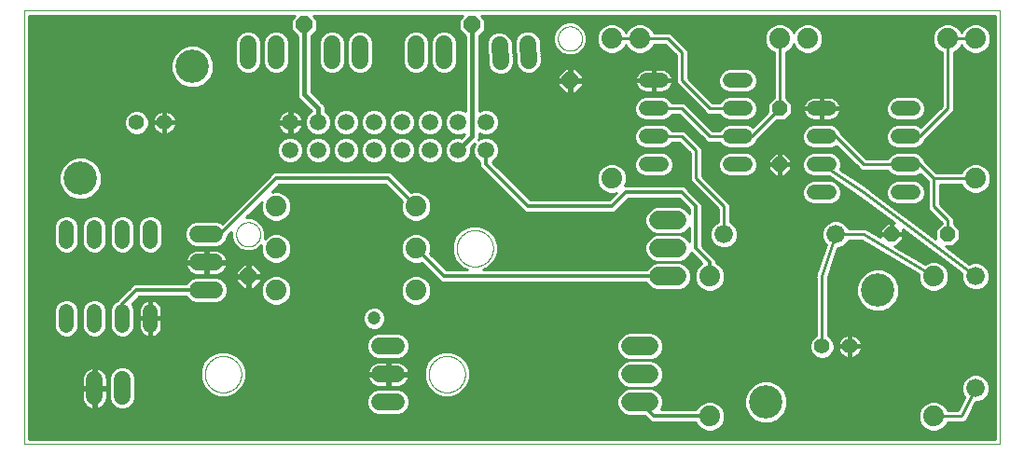
<source format=gtl>
G75*
%MOIN*%
%OFA0B0*%
%FSLAX25Y25*%
%IPPOS*%
%LPD*%
%AMOC8*
5,1,8,0,0,1.08239X$1,22.5*
%
%ADD10C,0.00000*%
%ADD11C,0.05504*%
%ADD12C,0.11870*%
%ADD13C,0.05200*%
%ADD14C,0.06000*%
%ADD15C,0.05937*%
%ADD16C,0.06600*%
%ADD17OC8,0.05200*%
%ADD18C,0.06600*%
%ADD19C,0.07400*%
%ADD20OC8,0.06000*%
%ADD21C,0.01200*%
%ADD22C,0.01000*%
%ADD23C,0.04724*%
%ADD24C,0.01600*%
D10*
X0001500Y0003000D02*
X0001500Y0157961D01*
X0350201Y0157961D01*
X0350201Y0003000D01*
X0001500Y0003000D01*
X0066000Y0028000D02*
X0066002Y0028161D01*
X0066008Y0028321D01*
X0066018Y0028482D01*
X0066032Y0028642D01*
X0066050Y0028802D01*
X0066071Y0028961D01*
X0066097Y0029120D01*
X0066127Y0029278D01*
X0066160Y0029435D01*
X0066198Y0029592D01*
X0066239Y0029747D01*
X0066284Y0029901D01*
X0066333Y0030054D01*
X0066386Y0030206D01*
X0066442Y0030357D01*
X0066503Y0030506D01*
X0066566Y0030654D01*
X0066634Y0030800D01*
X0066705Y0030944D01*
X0066779Y0031086D01*
X0066857Y0031227D01*
X0066939Y0031365D01*
X0067024Y0031502D01*
X0067112Y0031636D01*
X0067204Y0031768D01*
X0067299Y0031898D01*
X0067397Y0032026D01*
X0067498Y0032151D01*
X0067602Y0032273D01*
X0067709Y0032393D01*
X0067819Y0032510D01*
X0067932Y0032625D01*
X0068048Y0032736D01*
X0068167Y0032845D01*
X0068288Y0032950D01*
X0068412Y0033053D01*
X0068538Y0033153D01*
X0068666Y0033249D01*
X0068797Y0033342D01*
X0068931Y0033432D01*
X0069066Y0033519D01*
X0069204Y0033602D01*
X0069343Y0033682D01*
X0069485Y0033758D01*
X0069628Y0033831D01*
X0069773Y0033900D01*
X0069920Y0033966D01*
X0070068Y0034028D01*
X0070218Y0034086D01*
X0070369Y0034141D01*
X0070522Y0034192D01*
X0070676Y0034239D01*
X0070831Y0034282D01*
X0070987Y0034321D01*
X0071143Y0034357D01*
X0071301Y0034388D01*
X0071459Y0034416D01*
X0071618Y0034440D01*
X0071778Y0034460D01*
X0071938Y0034476D01*
X0072098Y0034488D01*
X0072259Y0034496D01*
X0072420Y0034500D01*
X0072580Y0034500D01*
X0072741Y0034496D01*
X0072902Y0034488D01*
X0073062Y0034476D01*
X0073222Y0034460D01*
X0073382Y0034440D01*
X0073541Y0034416D01*
X0073699Y0034388D01*
X0073857Y0034357D01*
X0074013Y0034321D01*
X0074169Y0034282D01*
X0074324Y0034239D01*
X0074478Y0034192D01*
X0074631Y0034141D01*
X0074782Y0034086D01*
X0074932Y0034028D01*
X0075080Y0033966D01*
X0075227Y0033900D01*
X0075372Y0033831D01*
X0075515Y0033758D01*
X0075657Y0033682D01*
X0075796Y0033602D01*
X0075934Y0033519D01*
X0076069Y0033432D01*
X0076203Y0033342D01*
X0076334Y0033249D01*
X0076462Y0033153D01*
X0076588Y0033053D01*
X0076712Y0032950D01*
X0076833Y0032845D01*
X0076952Y0032736D01*
X0077068Y0032625D01*
X0077181Y0032510D01*
X0077291Y0032393D01*
X0077398Y0032273D01*
X0077502Y0032151D01*
X0077603Y0032026D01*
X0077701Y0031898D01*
X0077796Y0031768D01*
X0077888Y0031636D01*
X0077976Y0031502D01*
X0078061Y0031365D01*
X0078143Y0031227D01*
X0078221Y0031086D01*
X0078295Y0030944D01*
X0078366Y0030800D01*
X0078434Y0030654D01*
X0078497Y0030506D01*
X0078558Y0030357D01*
X0078614Y0030206D01*
X0078667Y0030054D01*
X0078716Y0029901D01*
X0078761Y0029747D01*
X0078802Y0029592D01*
X0078840Y0029435D01*
X0078873Y0029278D01*
X0078903Y0029120D01*
X0078929Y0028961D01*
X0078950Y0028802D01*
X0078968Y0028642D01*
X0078982Y0028482D01*
X0078992Y0028321D01*
X0078998Y0028161D01*
X0079000Y0028000D01*
X0078998Y0027839D01*
X0078992Y0027679D01*
X0078982Y0027518D01*
X0078968Y0027358D01*
X0078950Y0027198D01*
X0078929Y0027039D01*
X0078903Y0026880D01*
X0078873Y0026722D01*
X0078840Y0026565D01*
X0078802Y0026408D01*
X0078761Y0026253D01*
X0078716Y0026099D01*
X0078667Y0025946D01*
X0078614Y0025794D01*
X0078558Y0025643D01*
X0078497Y0025494D01*
X0078434Y0025346D01*
X0078366Y0025200D01*
X0078295Y0025056D01*
X0078221Y0024914D01*
X0078143Y0024773D01*
X0078061Y0024635D01*
X0077976Y0024498D01*
X0077888Y0024364D01*
X0077796Y0024232D01*
X0077701Y0024102D01*
X0077603Y0023974D01*
X0077502Y0023849D01*
X0077398Y0023727D01*
X0077291Y0023607D01*
X0077181Y0023490D01*
X0077068Y0023375D01*
X0076952Y0023264D01*
X0076833Y0023155D01*
X0076712Y0023050D01*
X0076588Y0022947D01*
X0076462Y0022847D01*
X0076334Y0022751D01*
X0076203Y0022658D01*
X0076069Y0022568D01*
X0075934Y0022481D01*
X0075796Y0022398D01*
X0075657Y0022318D01*
X0075515Y0022242D01*
X0075372Y0022169D01*
X0075227Y0022100D01*
X0075080Y0022034D01*
X0074932Y0021972D01*
X0074782Y0021914D01*
X0074631Y0021859D01*
X0074478Y0021808D01*
X0074324Y0021761D01*
X0074169Y0021718D01*
X0074013Y0021679D01*
X0073857Y0021643D01*
X0073699Y0021612D01*
X0073541Y0021584D01*
X0073382Y0021560D01*
X0073222Y0021540D01*
X0073062Y0021524D01*
X0072902Y0021512D01*
X0072741Y0021504D01*
X0072580Y0021500D01*
X0072420Y0021500D01*
X0072259Y0021504D01*
X0072098Y0021512D01*
X0071938Y0021524D01*
X0071778Y0021540D01*
X0071618Y0021560D01*
X0071459Y0021584D01*
X0071301Y0021612D01*
X0071143Y0021643D01*
X0070987Y0021679D01*
X0070831Y0021718D01*
X0070676Y0021761D01*
X0070522Y0021808D01*
X0070369Y0021859D01*
X0070218Y0021914D01*
X0070068Y0021972D01*
X0069920Y0022034D01*
X0069773Y0022100D01*
X0069628Y0022169D01*
X0069485Y0022242D01*
X0069343Y0022318D01*
X0069204Y0022398D01*
X0069066Y0022481D01*
X0068931Y0022568D01*
X0068797Y0022658D01*
X0068666Y0022751D01*
X0068538Y0022847D01*
X0068412Y0022947D01*
X0068288Y0023050D01*
X0068167Y0023155D01*
X0068048Y0023264D01*
X0067932Y0023375D01*
X0067819Y0023490D01*
X0067709Y0023607D01*
X0067602Y0023727D01*
X0067498Y0023849D01*
X0067397Y0023974D01*
X0067299Y0024102D01*
X0067204Y0024232D01*
X0067112Y0024364D01*
X0067024Y0024498D01*
X0066939Y0024635D01*
X0066857Y0024773D01*
X0066779Y0024914D01*
X0066705Y0025056D01*
X0066634Y0025200D01*
X0066566Y0025346D01*
X0066503Y0025494D01*
X0066442Y0025643D01*
X0066386Y0025794D01*
X0066333Y0025946D01*
X0066284Y0026099D01*
X0066239Y0026253D01*
X0066198Y0026408D01*
X0066160Y0026565D01*
X0066127Y0026722D01*
X0066097Y0026880D01*
X0066071Y0027039D01*
X0066050Y0027198D01*
X0066032Y0027358D01*
X0066018Y0027518D01*
X0066008Y0027679D01*
X0066002Y0027839D01*
X0066000Y0028000D01*
X0146000Y0028000D02*
X0146002Y0028161D01*
X0146008Y0028321D01*
X0146018Y0028482D01*
X0146032Y0028642D01*
X0146050Y0028802D01*
X0146071Y0028961D01*
X0146097Y0029120D01*
X0146127Y0029278D01*
X0146160Y0029435D01*
X0146198Y0029592D01*
X0146239Y0029747D01*
X0146284Y0029901D01*
X0146333Y0030054D01*
X0146386Y0030206D01*
X0146442Y0030357D01*
X0146503Y0030506D01*
X0146566Y0030654D01*
X0146634Y0030800D01*
X0146705Y0030944D01*
X0146779Y0031086D01*
X0146857Y0031227D01*
X0146939Y0031365D01*
X0147024Y0031502D01*
X0147112Y0031636D01*
X0147204Y0031768D01*
X0147299Y0031898D01*
X0147397Y0032026D01*
X0147498Y0032151D01*
X0147602Y0032273D01*
X0147709Y0032393D01*
X0147819Y0032510D01*
X0147932Y0032625D01*
X0148048Y0032736D01*
X0148167Y0032845D01*
X0148288Y0032950D01*
X0148412Y0033053D01*
X0148538Y0033153D01*
X0148666Y0033249D01*
X0148797Y0033342D01*
X0148931Y0033432D01*
X0149066Y0033519D01*
X0149204Y0033602D01*
X0149343Y0033682D01*
X0149485Y0033758D01*
X0149628Y0033831D01*
X0149773Y0033900D01*
X0149920Y0033966D01*
X0150068Y0034028D01*
X0150218Y0034086D01*
X0150369Y0034141D01*
X0150522Y0034192D01*
X0150676Y0034239D01*
X0150831Y0034282D01*
X0150987Y0034321D01*
X0151143Y0034357D01*
X0151301Y0034388D01*
X0151459Y0034416D01*
X0151618Y0034440D01*
X0151778Y0034460D01*
X0151938Y0034476D01*
X0152098Y0034488D01*
X0152259Y0034496D01*
X0152420Y0034500D01*
X0152580Y0034500D01*
X0152741Y0034496D01*
X0152902Y0034488D01*
X0153062Y0034476D01*
X0153222Y0034460D01*
X0153382Y0034440D01*
X0153541Y0034416D01*
X0153699Y0034388D01*
X0153857Y0034357D01*
X0154013Y0034321D01*
X0154169Y0034282D01*
X0154324Y0034239D01*
X0154478Y0034192D01*
X0154631Y0034141D01*
X0154782Y0034086D01*
X0154932Y0034028D01*
X0155080Y0033966D01*
X0155227Y0033900D01*
X0155372Y0033831D01*
X0155515Y0033758D01*
X0155657Y0033682D01*
X0155796Y0033602D01*
X0155934Y0033519D01*
X0156069Y0033432D01*
X0156203Y0033342D01*
X0156334Y0033249D01*
X0156462Y0033153D01*
X0156588Y0033053D01*
X0156712Y0032950D01*
X0156833Y0032845D01*
X0156952Y0032736D01*
X0157068Y0032625D01*
X0157181Y0032510D01*
X0157291Y0032393D01*
X0157398Y0032273D01*
X0157502Y0032151D01*
X0157603Y0032026D01*
X0157701Y0031898D01*
X0157796Y0031768D01*
X0157888Y0031636D01*
X0157976Y0031502D01*
X0158061Y0031365D01*
X0158143Y0031227D01*
X0158221Y0031086D01*
X0158295Y0030944D01*
X0158366Y0030800D01*
X0158434Y0030654D01*
X0158497Y0030506D01*
X0158558Y0030357D01*
X0158614Y0030206D01*
X0158667Y0030054D01*
X0158716Y0029901D01*
X0158761Y0029747D01*
X0158802Y0029592D01*
X0158840Y0029435D01*
X0158873Y0029278D01*
X0158903Y0029120D01*
X0158929Y0028961D01*
X0158950Y0028802D01*
X0158968Y0028642D01*
X0158982Y0028482D01*
X0158992Y0028321D01*
X0158998Y0028161D01*
X0159000Y0028000D01*
X0158998Y0027839D01*
X0158992Y0027679D01*
X0158982Y0027518D01*
X0158968Y0027358D01*
X0158950Y0027198D01*
X0158929Y0027039D01*
X0158903Y0026880D01*
X0158873Y0026722D01*
X0158840Y0026565D01*
X0158802Y0026408D01*
X0158761Y0026253D01*
X0158716Y0026099D01*
X0158667Y0025946D01*
X0158614Y0025794D01*
X0158558Y0025643D01*
X0158497Y0025494D01*
X0158434Y0025346D01*
X0158366Y0025200D01*
X0158295Y0025056D01*
X0158221Y0024914D01*
X0158143Y0024773D01*
X0158061Y0024635D01*
X0157976Y0024498D01*
X0157888Y0024364D01*
X0157796Y0024232D01*
X0157701Y0024102D01*
X0157603Y0023974D01*
X0157502Y0023849D01*
X0157398Y0023727D01*
X0157291Y0023607D01*
X0157181Y0023490D01*
X0157068Y0023375D01*
X0156952Y0023264D01*
X0156833Y0023155D01*
X0156712Y0023050D01*
X0156588Y0022947D01*
X0156462Y0022847D01*
X0156334Y0022751D01*
X0156203Y0022658D01*
X0156069Y0022568D01*
X0155934Y0022481D01*
X0155796Y0022398D01*
X0155657Y0022318D01*
X0155515Y0022242D01*
X0155372Y0022169D01*
X0155227Y0022100D01*
X0155080Y0022034D01*
X0154932Y0021972D01*
X0154782Y0021914D01*
X0154631Y0021859D01*
X0154478Y0021808D01*
X0154324Y0021761D01*
X0154169Y0021718D01*
X0154013Y0021679D01*
X0153857Y0021643D01*
X0153699Y0021612D01*
X0153541Y0021584D01*
X0153382Y0021560D01*
X0153222Y0021540D01*
X0153062Y0021524D01*
X0152902Y0021512D01*
X0152741Y0021504D01*
X0152580Y0021500D01*
X0152420Y0021500D01*
X0152259Y0021504D01*
X0152098Y0021512D01*
X0151938Y0021524D01*
X0151778Y0021540D01*
X0151618Y0021560D01*
X0151459Y0021584D01*
X0151301Y0021612D01*
X0151143Y0021643D01*
X0150987Y0021679D01*
X0150831Y0021718D01*
X0150676Y0021761D01*
X0150522Y0021808D01*
X0150369Y0021859D01*
X0150218Y0021914D01*
X0150068Y0021972D01*
X0149920Y0022034D01*
X0149773Y0022100D01*
X0149628Y0022169D01*
X0149485Y0022242D01*
X0149343Y0022318D01*
X0149204Y0022398D01*
X0149066Y0022481D01*
X0148931Y0022568D01*
X0148797Y0022658D01*
X0148666Y0022751D01*
X0148538Y0022847D01*
X0148412Y0022947D01*
X0148288Y0023050D01*
X0148167Y0023155D01*
X0148048Y0023264D01*
X0147932Y0023375D01*
X0147819Y0023490D01*
X0147709Y0023607D01*
X0147602Y0023727D01*
X0147498Y0023849D01*
X0147397Y0023974D01*
X0147299Y0024102D01*
X0147204Y0024232D01*
X0147112Y0024364D01*
X0147024Y0024498D01*
X0146939Y0024635D01*
X0146857Y0024773D01*
X0146779Y0024914D01*
X0146705Y0025056D01*
X0146634Y0025200D01*
X0146566Y0025346D01*
X0146503Y0025494D01*
X0146442Y0025643D01*
X0146386Y0025794D01*
X0146333Y0025946D01*
X0146284Y0026099D01*
X0146239Y0026253D01*
X0146198Y0026408D01*
X0146160Y0026565D01*
X0146127Y0026722D01*
X0146097Y0026880D01*
X0146071Y0027039D01*
X0146050Y0027198D01*
X0146032Y0027358D01*
X0146018Y0027518D01*
X0146008Y0027679D01*
X0146002Y0027839D01*
X0146000Y0028000D01*
X0156000Y0073000D02*
X0156002Y0073161D01*
X0156008Y0073321D01*
X0156018Y0073482D01*
X0156032Y0073642D01*
X0156050Y0073802D01*
X0156071Y0073961D01*
X0156097Y0074120D01*
X0156127Y0074278D01*
X0156160Y0074435D01*
X0156198Y0074592D01*
X0156239Y0074747D01*
X0156284Y0074901D01*
X0156333Y0075054D01*
X0156386Y0075206D01*
X0156442Y0075357D01*
X0156503Y0075506D01*
X0156566Y0075654D01*
X0156634Y0075800D01*
X0156705Y0075944D01*
X0156779Y0076086D01*
X0156857Y0076227D01*
X0156939Y0076365D01*
X0157024Y0076502D01*
X0157112Y0076636D01*
X0157204Y0076768D01*
X0157299Y0076898D01*
X0157397Y0077026D01*
X0157498Y0077151D01*
X0157602Y0077273D01*
X0157709Y0077393D01*
X0157819Y0077510D01*
X0157932Y0077625D01*
X0158048Y0077736D01*
X0158167Y0077845D01*
X0158288Y0077950D01*
X0158412Y0078053D01*
X0158538Y0078153D01*
X0158666Y0078249D01*
X0158797Y0078342D01*
X0158931Y0078432D01*
X0159066Y0078519D01*
X0159204Y0078602D01*
X0159343Y0078682D01*
X0159485Y0078758D01*
X0159628Y0078831D01*
X0159773Y0078900D01*
X0159920Y0078966D01*
X0160068Y0079028D01*
X0160218Y0079086D01*
X0160369Y0079141D01*
X0160522Y0079192D01*
X0160676Y0079239D01*
X0160831Y0079282D01*
X0160987Y0079321D01*
X0161143Y0079357D01*
X0161301Y0079388D01*
X0161459Y0079416D01*
X0161618Y0079440D01*
X0161778Y0079460D01*
X0161938Y0079476D01*
X0162098Y0079488D01*
X0162259Y0079496D01*
X0162420Y0079500D01*
X0162580Y0079500D01*
X0162741Y0079496D01*
X0162902Y0079488D01*
X0163062Y0079476D01*
X0163222Y0079460D01*
X0163382Y0079440D01*
X0163541Y0079416D01*
X0163699Y0079388D01*
X0163857Y0079357D01*
X0164013Y0079321D01*
X0164169Y0079282D01*
X0164324Y0079239D01*
X0164478Y0079192D01*
X0164631Y0079141D01*
X0164782Y0079086D01*
X0164932Y0079028D01*
X0165080Y0078966D01*
X0165227Y0078900D01*
X0165372Y0078831D01*
X0165515Y0078758D01*
X0165657Y0078682D01*
X0165796Y0078602D01*
X0165934Y0078519D01*
X0166069Y0078432D01*
X0166203Y0078342D01*
X0166334Y0078249D01*
X0166462Y0078153D01*
X0166588Y0078053D01*
X0166712Y0077950D01*
X0166833Y0077845D01*
X0166952Y0077736D01*
X0167068Y0077625D01*
X0167181Y0077510D01*
X0167291Y0077393D01*
X0167398Y0077273D01*
X0167502Y0077151D01*
X0167603Y0077026D01*
X0167701Y0076898D01*
X0167796Y0076768D01*
X0167888Y0076636D01*
X0167976Y0076502D01*
X0168061Y0076365D01*
X0168143Y0076227D01*
X0168221Y0076086D01*
X0168295Y0075944D01*
X0168366Y0075800D01*
X0168434Y0075654D01*
X0168497Y0075506D01*
X0168558Y0075357D01*
X0168614Y0075206D01*
X0168667Y0075054D01*
X0168716Y0074901D01*
X0168761Y0074747D01*
X0168802Y0074592D01*
X0168840Y0074435D01*
X0168873Y0074278D01*
X0168903Y0074120D01*
X0168929Y0073961D01*
X0168950Y0073802D01*
X0168968Y0073642D01*
X0168982Y0073482D01*
X0168992Y0073321D01*
X0168998Y0073161D01*
X0169000Y0073000D01*
X0168998Y0072839D01*
X0168992Y0072679D01*
X0168982Y0072518D01*
X0168968Y0072358D01*
X0168950Y0072198D01*
X0168929Y0072039D01*
X0168903Y0071880D01*
X0168873Y0071722D01*
X0168840Y0071565D01*
X0168802Y0071408D01*
X0168761Y0071253D01*
X0168716Y0071099D01*
X0168667Y0070946D01*
X0168614Y0070794D01*
X0168558Y0070643D01*
X0168497Y0070494D01*
X0168434Y0070346D01*
X0168366Y0070200D01*
X0168295Y0070056D01*
X0168221Y0069914D01*
X0168143Y0069773D01*
X0168061Y0069635D01*
X0167976Y0069498D01*
X0167888Y0069364D01*
X0167796Y0069232D01*
X0167701Y0069102D01*
X0167603Y0068974D01*
X0167502Y0068849D01*
X0167398Y0068727D01*
X0167291Y0068607D01*
X0167181Y0068490D01*
X0167068Y0068375D01*
X0166952Y0068264D01*
X0166833Y0068155D01*
X0166712Y0068050D01*
X0166588Y0067947D01*
X0166462Y0067847D01*
X0166334Y0067751D01*
X0166203Y0067658D01*
X0166069Y0067568D01*
X0165934Y0067481D01*
X0165796Y0067398D01*
X0165657Y0067318D01*
X0165515Y0067242D01*
X0165372Y0067169D01*
X0165227Y0067100D01*
X0165080Y0067034D01*
X0164932Y0066972D01*
X0164782Y0066914D01*
X0164631Y0066859D01*
X0164478Y0066808D01*
X0164324Y0066761D01*
X0164169Y0066718D01*
X0164013Y0066679D01*
X0163857Y0066643D01*
X0163699Y0066612D01*
X0163541Y0066584D01*
X0163382Y0066560D01*
X0163222Y0066540D01*
X0163062Y0066524D01*
X0162902Y0066512D01*
X0162741Y0066504D01*
X0162580Y0066500D01*
X0162420Y0066500D01*
X0162259Y0066504D01*
X0162098Y0066512D01*
X0161938Y0066524D01*
X0161778Y0066540D01*
X0161618Y0066560D01*
X0161459Y0066584D01*
X0161301Y0066612D01*
X0161143Y0066643D01*
X0160987Y0066679D01*
X0160831Y0066718D01*
X0160676Y0066761D01*
X0160522Y0066808D01*
X0160369Y0066859D01*
X0160218Y0066914D01*
X0160068Y0066972D01*
X0159920Y0067034D01*
X0159773Y0067100D01*
X0159628Y0067169D01*
X0159485Y0067242D01*
X0159343Y0067318D01*
X0159204Y0067398D01*
X0159066Y0067481D01*
X0158931Y0067568D01*
X0158797Y0067658D01*
X0158666Y0067751D01*
X0158538Y0067847D01*
X0158412Y0067947D01*
X0158288Y0068050D01*
X0158167Y0068155D01*
X0158048Y0068264D01*
X0157932Y0068375D01*
X0157819Y0068490D01*
X0157709Y0068607D01*
X0157602Y0068727D01*
X0157498Y0068849D01*
X0157397Y0068974D01*
X0157299Y0069102D01*
X0157204Y0069232D01*
X0157112Y0069364D01*
X0157024Y0069498D01*
X0156939Y0069635D01*
X0156857Y0069773D01*
X0156779Y0069914D01*
X0156705Y0070056D01*
X0156634Y0070200D01*
X0156566Y0070346D01*
X0156503Y0070494D01*
X0156442Y0070643D01*
X0156386Y0070794D01*
X0156333Y0070946D01*
X0156284Y0071099D01*
X0156239Y0071253D01*
X0156198Y0071408D01*
X0156160Y0071565D01*
X0156127Y0071722D01*
X0156097Y0071880D01*
X0156071Y0072039D01*
X0156050Y0072198D01*
X0156032Y0072358D01*
X0156018Y0072518D01*
X0156008Y0072679D01*
X0156002Y0072839D01*
X0156000Y0073000D01*
X0077169Y0078000D02*
X0077171Y0078131D01*
X0077177Y0078263D01*
X0077187Y0078394D01*
X0077201Y0078525D01*
X0077219Y0078655D01*
X0077241Y0078784D01*
X0077266Y0078913D01*
X0077296Y0079041D01*
X0077330Y0079168D01*
X0077367Y0079295D01*
X0077408Y0079419D01*
X0077453Y0079543D01*
X0077502Y0079665D01*
X0077554Y0079786D01*
X0077610Y0079904D01*
X0077670Y0080022D01*
X0077733Y0080137D01*
X0077800Y0080250D01*
X0077870Y0080362D01*
X0077943Y0080471D01*
X0078019Y0080577D01*
X0078099Y0080682D01*
X0078182Y0080784D01*
X0078268Y0080883D01*
X0078357Y0080980D01*
X0078449Y0081074D01*
X0078544Y0081165D01*
X0078641Y0081254D01*
X0078741Y0081339D01*
X0078844Y0081421D01*
X0078949Y0081500D01*
X0079056Y0081576D01*
X0079166Y0081648D01*
X0079278Y0081717D01*
X0079392Y0081783D01*
X0079507Y0081845D01*
X0079625Y0081904D01*
X0079744Y0081959D01*
X0079865Y0082011D01*
X0079988Y0082058D01*
X0080112Y0082102D01*
X0080237Y0082143D01*
X0080363Y0082179D01*
X0080491Y0082212D01*
X0080619Y0082240D01*
X0080748Y0082265D01*
X0080878Y0082286D01*
X0081008Y0082303D01*
X0081139Y0082316D01*
X0081270Y0082325D01*
X0081401Y0082330D01*
X0081533Y0082331D01*
X0081664Y0082328D01*
X0081796Y0082321D01*
X0081927Y0082310D01*
X0082057Y0082295D01*
X0082187Y0082276D01*
X0082317Y0082253D01*
X0082445Y0082227D01*
X0082573Y0082196D01*
X0082700Y0082161D01*
X0082826Y0082123D01*
X0082950Y0082081D01*
X0083074Y0082035D01*
X0083195Y0081985D01*
X0083315Y0081932D01*
X0083434Y0081875D01*
X0083551Y0081815D01*
X0083665Y0081751D01*
X0083778Y0081683D01*
X0083889Y0081612D01*
X0083998Y0081538D01*
X0084104Y0081461D01*
X0084208Y0081380D01*
X0084309Y0081297D01*
X0084408Y0081210D01*
X0084504Y0081120D01*
X0084597Y0081027D01*
X0084688Y0080932D01*
X0084775Y0080834D01*
X0084860Y0080733D01*
X0084941Y0080630D01*
X0085019Y0080524D01*
X0085094Y0080416D01*
X0085166Y0080306D01*
X0085234Y0080194D01*
X0085299Y0080080D01*
X0085360Y0079963D01*
X0085418Y0079845D01*
X0085472Y0079725D01*
X0085523Y0079604D01*
X0085570Y0079481D01*
X0085613Y0079357D01*
X0085652Y0079232D01*
X0085688Y0079105D01*
X0085719Y0078977D01*
X0085747Y0078849D01*
X0085771Y0078720D01*
X0085791Y0078590D01*
X0085807Y0078459D01*
X0085819Y0078328D01*
X0085827Y0078197D01*
X0085831Y0078066D01*
X0085831Y0077934D01*
X0085827Y0077803D01*
X0085819Y0077672D01*
X0085807Y0077541D01*
X0085791Y0077410D01*
X0085771Y0077280D01*
X0085747Y0077151D01*
X0085719Y0077023D01*
X0085688Y0076895D01*
X0085652Y0076768D01*
X0085613Y0076643D01*
X0085570Y0076519D01*
X0085523Y0076396D01*
X0085472Y0076275D01*
X0085418Y0076155D01*
X0085360Y0076037D01*
X0085299Y0075920D01*
X0085234Y0075806D01*
X0085166Y0075694D01*
X0085094Y0075584D01*
X0085019Y0075476D01*
X0084941Y0075370D01*
X0084860Y0075267D01*
X0084775Y0075166D01*
X0084688Y0075068D01*
X0084597Y0074973D01*
X0084504Y0074880D01*
X0084408Y0074790D01*
X0084309Y0074703D01*
X0084208Y0074620D01*
X0084104Y0074539D01*
X0083998Y0074462D01*
X0083889Y0074388D01*
X0083778Y0074317D01*
X0083666Y0074249D01*
X0083551Y0074185D01*
X0083434Y0074125D01*
X0083315Y0074068D01*
X0083195Y0074015D01*
X0083074Y0073965D01*
X0082950Y0073919D01*
X0082826Y0073877D01*
X0082700Y0073839D01*
X0082573Y0073804D01*
X0082445Y0073773D01*
X0082317Y0073747D01*
X0082187Y0073724D01*
X0082057Y0073705D01*
X0081927Y0073690D01*
X0081796Y0073679D01*
X0081664Y0073672D01*
X0081533Y0073669D01*
X0081401Y0073670D01*
X0081270Y0073675D01*
X0081139Y0073684D01*
X0081008Y0073697D01*
X0080878Y0073714D01*
X0080748Y0073735D01*
X0080619Y0073760D01*
X0080491Y0073788D01*
X0080363Y0073821D01*
X0080237Y0073857D01*
X0080112Y0073898D01*
X0079988Y0073942D01*
X0079865Y0073989D01*
X0079744Y0074041D01*
X0079625Y0074096D01*
X0079507Y0074155D01*
X0079392Y0074217D01*
X0079278Y0074283D01*
X0079166Y0074352D01*
X0079056Y0074424D01*
X0078949Y0074500D01*
X0078844Y0074579D01*
X0078741Y0074661D01*
X0078641Y0074746D01*
X0078544Y0074835D01*
X0078449Y0074926D01*
X0078357Y0075020D01*
X0078268Y0075117D01*
X0078182Y0075216D01*
X0078099Y0075318D01*
X0078019Y0075423D01*
X0077943Y0075529D01*
X0077870Y0075638D01*
X0077800Y0075750D01*
X0077733Y0075863D01*
X0077670Y0075978D01*
X0077610Y0076096D01*
X0077554Y0076214D01*
X0077502Y0076335D01*
X0077453Y0076457D01*
X0077408Y0076581D01*
X0077367Y0076705D01*
X0077330Y0076832D01*
X0077296Y0076959D01*
X0077266Y0077087D01*
X0077241Y0077216D01*
X0077219Y0077345D01*
X0077201Y0077475D01*
X0077187Y0077606D01*
X0077177Y0077737D01*
X0077171Y0077869D01*
X0077169Y0078000D01*
X0192169Y0148000D02*
X0192171Y0148131D01*
X0192177Y0148263D01*
X0192187Y0148394D01*
X0192201Y0148525D01*
X0192219Y0148655D01*
X0192241Y0148784D01*
X0192266Y0148913D01*
X0192296Y0149041D01*
X0192330Y0149168D01*
X0192367Y0149295D01*
X0192408Y0149419D01*
X0192453Y0149543D01*
X0192502Y0149665D01*
X0192554Y0149786D01*
X0192610Y0149904D01*
X0192670Y0150022D01*
X0192733Y0150137D01*
X0192800Y0150250D01*
X0192870Y0150362D01*
X0192943Y0150471D01*
X0193019Y0150577D01*
X0193099Y0150682D01*
X0193182Y0150784D01*
X0193268Y0150883D01*
X0193357Y0150980D01*
X0193449Y0151074D01*
X0193544Y0151165D01*
X0193641Y0151254D01*
X0193741Y0151339D01*
X0193844Y0151421D01*
X0193949Y0151500D01*
X0194056Y0151576D01*
X0194166Y0151648D01*
X0194278Y0151717D01*
X0194392Y0151783D01*
X0194507Y0151845D01*
X0194625Y0151904D01*
X0194744Y0151959D01*
X0194865Y0152011D01*
X0194988Y0152058D01*
X0195112Y0152102D01*
X0195237Y0152143D01*
X0195363Y0152179D01*
X0195491Y0152212D01*
X0195619Y0152240D01*
X0195748Y0152265D01*
X0195878Y0152286D01*
X0196008Y0152303D01*
X0196139Y0152316D01*
X0196270Y0152325D01*
X0196401Y0152330D01*
X0196533Y0152331D01*
X0196664Y0152328D01*
X0196796Y0152321D01*
X0196927Y0152310D01*
X0197057Y0152295D01*
X0197187Y0152276D01*
X0197317Y0152253D01*
X0197445Y0152227D01*
X0197573Y0152196D01*
X0197700Y0152161D01*
X0197826Y0152123D01*
X0197950Y0152081D01*
X0198074Y0152035D01*
X0198195Y0151985D01*
X0198315Y0151932D01*
X0198434Y0151875D01*
X0198551Y0151815D01*
X0198665Y0151751D01*
X0198778Y0151683D01*
X0198889Y0151612D01*
X0198998Y0151538D01*
X0199104Y0151461D01*
X0199208Y0151380D01*
X0199309Y0151297D01*
X0199408Y0151210D01*
X0199504Y0151120D01*
X0199597Y0151027D01*
X0199688Y0150932D01*
X0199775Y0150834D01*
X0199860Y0150733D01*
X0199941Y0150630D01*
X0200019Y0150524D01*
X0200094Y0150416D01*
X0200166Y0150306D01*
X0200234Y0150194D01*
X0200299Y0150080D01*
X0200360Y0149963D01*
X0200418Y0149845D01*
X0200472Y0149725D01*
X0200523Y0149604D01*
X0200570Y0149481D01*
X0200613Y0149357D01*
X0200652Y0149232D01*
X0200688Y0149105D01*
X0200719Y0148977D01*
X0200747Y0148849D01*
X0200771Y0148720D01*
X0200791Y0148590D01*
X0200807Y0148459D01*
X0200819Y0148328D01*
X0200827Y0148197D01*
X0200831Y0148066D01*
X0200831Y0147934D01*
X0200827Y0147803D01*
X0200819Y0147672D01*
X0200807Y0147541D01*
X0200791Y0147410D01*
X0200771Y0147280D01*
X0200747Y0147151D01*
X0200719Y0147023D01*
X0200688Y0146895D01*
X0200652Y0146768D01*
X0200613Y0146643D01*
X0200570Y0146519D01*
X0200523Y0146396D01*
X0200472Y0146275D01*
X0200418Y0146155D01*
X0200360Y0146037D01*
X0200299Y0145920D01*
X0200234Y0145806D01*
X0200166Y0145694D01*
X0200094Y0145584D01*
X0200019Y0145476D01*
X0199941Y0145370D01*
X0199860Y0145267D01*
X0199775Y0145166D01*
X0199688Y0145068D01*
X0199597Y0144973D01*
X0199504Y0144880D01*
X0199408Y0144790D01*
X0199309Y0144703D01*
X0199208Y0144620D01*
X0199104Y0144539D01*
X0198998Y0144462D01*
X0198889Y0144388D01*
X0198778Y0144317D01*
X0198666Y0144249D01*
X0198551Y0144185D01*
X0198434Y0144125D01*
X0198315Y0144068D01*
X0198195Y0144015D01*
X0198074Y0143965D01*
X0197950Y0143919D01*
X0197826Y0143877D01*
X0197700Y0143839D01*
X0197573Y0143804D01*
X0197445Y0143773D01*
X0197317Y0143747D01*
X0197187Y0143724D01*
X0197057Y0143705D01*
X0196927Y0143690D01*
X0196796Y0143679D01*
X0196664Y0143672D01*
X0196533Y0143669D01*
X0196401Y0143670D01*
X0196270Y0143675D01*
X0196139Y0143684D01*
X0196008Y0143697D01*
X0195878Y0143714D01*
X0195748Y0143735D01*
X0195619Y0143760D01*
X0195491Y0143788D01*
X0195363Y0143821D01*
X0195237Y0143857D01*
X0195112Y0143898D01*
X0194988Y0143942D01*
X0194865Y0143989D01*
X0194744Y0144041D01*
X0194625Y0144096D01*
X0194507Y0144155D01*
X0194392Y0144217D01*
X0194278Y0144283D01*
X0194166Y0144352D01*
X0194056Y0144424D01*
X0193949Y0144500D01*
X0193844Y0144579D01*
X0193741Y0144661D01*
X0193641Y0144746D01*
X0193544Y0144835D01*
X0193449Y0144926D01*
X0193357Y0145020D01*
X0193268Y0145117D01*
X0193182Y0145216D01*
X0193099Y0145318D01*
X0193019Y0145423D01*
X0192943Y0145529D01*
X0192870Y0145638D01*
X0192800Y0145750D01*
X0192733Y0145863D01*
X0192670Y0145978D01*
X0192610Y0146096D01*
X0192554Y0146214D01*
X0192502Y0146335D01*
X0192453Y0146457D01*
X0192408Y0146581D01*
X0192367Y0146705D01*
X0192330Y0146832D01*
X0192296Y0146959D01*
X0192266Y0147087D01*
X0192241Y0147216D01*
X0192219Y0147345D01*
X0192201Y0147475D01*
X0192187Y0147606D01*
X0192177Y0147737D01*
X0192171Y0147869D01*
X0192169Y0148000D01*
D11*
X0051500Y0118000D03*
X0041500Y0118000D03*
X0286500Y0038000D03*
X0296500Y0038000D03*
D12*
X0266500Y0018000D03*
X0306500Y0058000D03*
X0061500Y0138000D03*
X0021500Y0098000D03*
D13*
X0016500Y0080600D02*
X0016500Y0075400D01*
X0026500Y0075400D02*
X0026500Y0080600D01*
X0036500Y0080600D02*
X0036500Y0075400D01*
X0046500Y0075400D02*
X0046500Y0080600D01*
X0046500Y0050600D02*
X0046500Y0045400D01*
X0036500Y0045400D02*
X0036500Y0050600D01*
X0026500Y0050600D02*
X0026500Y0045400D01*
X0016500Y0045400D02*
X0016500Y0050600D01*
X0223900Y0103000D02*
X0229100Y0103000D01*
X0229100Y0113000D02*
X0223900Y0113000D01*
X0223900Y0123000D02*
X0229100Y0123000D01*
X0229100Y0133000D02*
X0223900Y0133000D01*
X0253900Y0133000D02*
X0259100Y0133000D01*
X0259100Y0123000D02*
X0253900Y0123000D01*
X0253900Y0113000D02*
X0259100Y0113000D01*
X0259100Y0103000D02*
X0253900Y0103000D01*
X0283900Y0103000D02*
X0289100Y0103000D01*
X0289100Y0093000D02*
X0283900Y0093000D01*
X0313900Y0093000D02*
X0319100Y0093000D01*
X0319100Y0103000D02*
X0313900Y0103000D01*
X0313900Y0113000D02*
X0319100Y0113000D01*
X0319100Y0123000D02*
X0313900Y0123000D01*
X0289100Y0123000D02*
X0283900Y0123000D01*
X0283900Y0113000D02*
X0289100Y0113000D01*
D14*
X0181626Y0140221D02*
X0181364Y0146215D01*
X0171374Y0145779D02*
X0171636Y0139785D01*
X0151500Y0140000D02*
X0151500Y0146000D01*
X0141500Y0146000D02*
X0141500Y0140000D01*
X0121500Y0140000D02*
X0121500Y0146000D01*
X0111500Y0146000D02*
X0111500Y0140000D01*
X0091500Y0140000D02*
X0091500Y0146000D01*
X0081500Y0146000D02*
X0081500Y0140000D01*
X0069500Y0078000D02*
X0063500Y0078000D01*
X0063500Y0068000D02*
X0069500Y0068000D01*
X0069500Y0058000D02*
X0063500Y0058000D01*
X0128500Y0038000D02*
X0134500Y0038000D01*
X0134500Y0028000D02*
X0128500Y0028000D01*
X0128500Y0018000D02*
X0134500Y0018000D01*
X0036500Y0020000D02*
X0036500Y0026000D01*
X0026500Y0026000D02*
X0026500Y0020000D01*
D15*
X0096500Y0108000D03*
X0106500Y0108000D03*
X0116500Y0108000D03*
X0126500Y0108000D03*
X0136500Y0108000D03*
X0146500Y0108000D03*
X0156500Y0108000D03*
X0166500Y0108000D03*
X0166500Y0118000D03*
X0156500Y0118000D03*
X0146500Y0118000D03*
X0136500Y0118000D03*
X0126500Y0118000D03*
X0116500Y0118000D03*
X0106500Y0118000D03*
X0096500Y0118000D03*
D16*
X0251500Y0078000D03*
X0291500Y0078000D03*
X0341500Y0063000D03*
X0341500Y0023000D03*
D17*
X0331500Y0078000D03*
X0311500Y0078000D03*
X0271500Y0103000D03*
X0271500Y0123000D03*
D18*
X0234800Y0083000D02*
X0228200Y0083000D01*
X0228200Y0073000D02*
X0234800Y0073000D01*
X0234800Y0063000D02*
X0228200Y0063000D01*
X0224800Y0038000D02*
X0218200Y0038000D01*
X0218200Y0028000D02*
X0224800Y0028000D01*
X0224800Y0018000D02*
X0218200Y0018000D01*
D19*
X0246500Y0013000D03*
X0326500Y0013000D03*
X0326500Y0063000D03*
X0341500Y0098000D03*
X0246500Y0063000D03*
X0211500Y0098000D03*
X0141500Y0088000D03*
X0141500Y0073000D03*
X0141500Y0058000D03*
X0091500Y0058000D03*
X0091500Y0073000D03*
X0091500Y0088000D03*
X0211500Y0148000D03*
X0221500Y0148000D03*
X0271500Y0148000D03*
X0281500Y0148000D03*
X0331500Y0148000D03*
X0341500Y0148000D03*
D20*
X0196500Y0133000D03*
X0161500Y0153000D03*
X0101500Y0153000D03*
X0081500Y0063000D03*
D21*
X0066500Y0058000D02*
X0041500Y0058000D01*
X0036500Y0053000D01*
X0036500Y0048000D01*
X0066500Y0078000D02*
X0071500Y0078000D01*
X0091500Y0098000D01*
X0131500Y0098000D01*
X0141500Y0088000D01*
X0166500Y0103000D02*
X0166500Y0108000D01*
X0166500Y0103000D02*
X0181500Y0088000D01*
X0211500Y0088000D01*
X0216500Y0093000D01*
X0236500Y0093000D01*
X0241500Y0088000D01*
X0241500Y0073000D01*
X0246500Y0068000D01*
X0246500Y0063000D01*
X0231500Y0063000D02*
X0151500Y0063000D01*
X0141500Y0073000D01*
X0221500Y0018000D02*
X0226500Y0013000D01*
X0246500Y0013000D01*
D22*
X0241608Y0015300D02*
X0229094Y0015300D01*
X0229800Y0017005D01*
X0229800Y0018995D01*
X0229039Y0020832D01*
X0227632Y0022239D01*
X0225795Y0023000D01*
X0217205Y0023000D01*
X0215368Y0022239D01*
X0213961Y0020832D01*
X0213200Y0018995D01*
X0213200Y0017005D01*
X0213961Y0015168D01*
X0215368Y0013761D01*
X0217205Y0013000D01*
X0223247Y0013000D01*
X0225547Y0010700D01*
X0241608Y0010700D01*
X0241922Y0009941D01*
X0243441Y0008422D01*
X0245426Y0007600D01*
X0247574Y0007600D01*
X0249559Y0008422D01*
X0251078Y0009941D01*
X0251900Y0011926D01*
X0251900Y0014074D01*
X0251078Y0016059D01*
X0249559Y0017578D01*
X0247574Y0018400D01*
X0245426Y0018400D01*
X0243441Y0017578D01*
X0241922Y0016059D01*
X0241608Y0015300D01*
X0241890Y0015981D02*
X0229375Y0015981D01*
X0229789Y0016979D02*
X0242842Y0016979D01*
X0244406Y0017978D02*
X0229800Y0017978D01*
X0229800Y0018976D02*
X0258865Y0018976D01*
X0258865Y0019519D02*
X0258865Y0016481D01*
X0260027Y0013675D01*
X0262175Y0011527D01*
X0264981Y0010365D01*
X0268019Y0010365D01*
X0270825Y0011527D01*
X0272973Y0013675D01*
X0274135Y0016481D01*
X0274135Y0019519D01*
X0272973Y0022325D01*
X0270825Y0024473D01*
X0268019Y0025635D01*
X0264981Y0025635D01*
X0262175Y0024473D01*
X0260027Y0022325D01*
X0258865Y0019519D01*
X0259054Y0019975D02*
X0229394Y0019975D01*
X0228898Y0020973D02*
X0259467Y0020973D01*
X0259881Y0021972D02*
X0227899Y0021972D01*
X0227632Y0023761D02*
X0225795Y0023000D01*
X0217205Y0023000D01*
X0215368Y0023761D01*
X0213961Y0025168D01*
X0213200Y0027005D01*
X0213200Y0028995D01*
X0213961Y0030832D01*
X0215368Y0032239D01*
X0217205Y0033000D01*
X0225795Y0033000D01*
X0227632Y0032239D01*
X0229039Y0030832D01*
X0229800Y0028995D01*
X0229800Y0027005D01*
X0229039Y0025168D01*
X0227632Y0023761D01*
X0227840Y0023969D02*
X0261671Y0023969D01*
X0260673Y0022970D02*
X0225866Y0022970D01*
X0228838Y0024967D02*
X0263369Y0024967D01*
X0269631Y0024967D02*
X0336903Y0024967D01*
X0337261Y0025832D02*
X0336500Y0023995D01*
X0336500Y0022005D01*
X0337261Y0020168D01*
X0337503Y0019926D01*
X0335140Y0015200D01*
X0331434Y0015200D01*
X0331078Y0016059D01*
X0329559Y0017578D01*
X0327574Y0018400D01*
X0325426Y0018400D01*
X0323441Y0017578D01*
X0321922Y0016059D01*
X0321100Y0014074D01*
X0321100Y0011926D01*
X0321922Y0009941D01*
X0323441Y0008422D01*
X0325426Y0007600D01*
X0327574Y0007600D01*
X0329559Y0008422D01*
X0331078Y0009941D01*
X0331434Y0010800D01*
X0335981Y0010800D01*
X0336331Y0010625D01*
X0336857Y0010800D01*
X0337411Y0010800D01*
X0337688Y0011077D01*
X0338060Y0011201D01*
X0338308Y0011697D01*
X0338700Y0012089D01*
X0338700Y0012481D01*
X0341460Y0018000D01*
X0342495Y0018000D01*
X0344332Y0018761D01*
X0345739Y0020168D01*
X0346500Y0022005D01*
X0346500Y0023995D01*
X0345739Y0025832D01*
X0344332Y0027239D01*
X0342495Y0028000D01*
X0340505Y0028000D01*
X0338668Y0027239D01*
X0337261Y0025832D01*
X0337395Y0025966D02*
X0229369Y0025966D01*
X0229783Y0026964D02*
X0338393Y0026964D01*
X0340416Y0027963D02*
X0229800Y0027963D01*
X0229800Y0028961D02*
X0348501Y0028961D01*
X0348501Y0027963D02*
X0342584Y0027963D01*
X0344607Y0026964D02*
X0348501Y0026964D01*
X0348501Y0025966D02*
X0345605Y0025966D01*
X0346097Y0024967D02*
X0348501Y0024967D01*
X0348501Y0023969D02*
X0346500Y0023969D01*
X0346500Y0022970D02*
X0348501Y0022970D01*
X0348501Y0021972D02*
X0346486Y0021972D01*
X0346072Y0020973D02*
X0348501Y0020973D01*
X0348501Y0019975D02*
X0345546Y0019975D01*
X0344547Y0018976D02*
X0348501Y0018976D01*
X0348501Y0017978D02*
X0341448Y0017978D01*
X0340949Y0016979D02*
X0348501Y0016979D01*
X0348501Y0015981D02*
X0340450Y0015981D01*
X0339951Y0014982D02*
X0348501Y0014982D01*
X0348501Y0013984D02*
X0339451Y0013984D01*
X0338952Y0012985D02*
X0348501Y0012985D01*
X0348501Y0011987D02*
X0338598Y0011987D01*
X0337599Y0010988D02*
X0348501Y0010988D01*
X0348501Y0009990D02*
X0331098Y0009990D01*
X0330128Y0008991D02*
X0348501Y0008991D01*
X0348501Y0007993D02*
X0328522Y0007993D01*
X0324478Y0007993D02*
X0248522Y0007993D01*
X0250128Y0008991D02*
X0322872Y0008991D01*
X0321902Y0009990D02*
X0251098Y0009990D01*
X0251512Y0010988D02*
X0263477Y0010988D01*
X0261716Y0011987D02*
X0251900Y0011987D01*
X0251900Y0012985D02*
X0260717Y0012985D01*
X0259900Y0013984D02*
X0251900Y0013984D01*
X0251524Y0014982D02*
X0259486Y0014982D01*
X0259072Y0015981D02*
X0251110Y0015981D01*
X0250158Y0016979D02*
X0258865Y0016979D01*
X0258865Y0017978D02*
X0248594Y0017978D01*
X0241902Y0009990D02*
X0003200Y0009990D01*
X0003200Y0010988D02*
X0225259Y0010988D01*
X0224261Y0011987D02*
X0003200Y0011987D01*
X0003200Y0012985D02*
X0223262Y0012985D01*
X0215145Y0013984D02*
X0137085Y0013984D01*
X0137162Y0014016D02*
X0138484Y0015338D01*
X0139200Y0017065D01*
X0139200Y0018935D01*
X0138484Y0020662D01*
X0137162Y0021984D01*
X0135435Y0022700D01*
X0127565Y0022700D01*
X0125838Y0021984D01*
X0124516Y0020662D01*
X0123800Y0018935D01*
X0123800Y0017065D01*
X0124516Y0015338D01*
X0125838Y0014016D01*
X0127565Y0013300D01*
X0135435Y0013300D01*
X0137162Y0014016D01*
X0138129Y0014982D02*
X0214147Y0014982D01*
X0213624Y0015981D02*
X0138751Y0015981D01*
X0139164Y0016979D02*
X0213211Y0016979D01*
X0213200Y0017978D02*
X0139200Y0017978D01*
X0139183Y0018976D02*
X0213200Y0018976D01*
X0213606Y0019975D02*
X0154553Y0019975D01*
X0154131Y0019800D02*
X0157145Y0021048D01*
X0159452Y0023355D01*
X0160700Y0026369D01*
X0160700Y0029631D01*
X0159452Y0032645D01*
X0157145Y0034952D01*
X0154131Y0036200D01*
X0150869Y0036200D01*
X0147855Y0034952D01*
X0145548Y0032645D01*
X0144300Y0029631D01*
X0144300Y0026369D01*
X0145548Y0023355D01*
X0147855Y0021048D01*
X0150869Y0019800D01*
X0154131Y0019800D01*
X0156963Y0020973D02*
X0214102Y0020973D01*
X0215101Y0021972D02*
X0158068Y0021972D01*
X0159067Y0022970D02*
X0217134Y0022970D01*
X0215160Y0023969D02*
X0159706Y0023969D01*
X0160119Y0024967D02*
X0214162Y0024967D01*
X0213631Y0025966D02*
X0160533Y0025966D01*
X0160700Y0026964D02*
X0213217Y0026964D01*
X0213200Y0027963D02*
X0160700Y0027963D01*
X0160700Y0028961D02*
X0213200Y0028961D01*
X0213600Y0029960D02*
X0160564Y0029960D01*
X0160150Y0030958D02*
X0214087Y0030958D01*
X0215086Y0031957D02*
X0159737Y0031957D01*
X0159141Y0032955D02*
X0217098Y0032955D01*
X0217205Y0033000D02*
X0215368Y0033761D01*
X0213961Y0035168D01*
X0213200Y0037005D01*
X0213200Y0038995D01*
X0213961Y0040832D01*
X0215368Y0042239D01*
X0217205Y0043000D01*
X0225795Y0043000D01*
X0227632Y0042239D01*
X0229039Y0040832D01*
X0229800Y0038995D01*
X0229800Y0037005D01*
X0229039Y0035168D01*
X0227632Y0033761D01*
X0225795Y0033000D01*
X0217205Y0033000D01*
X0215175Y0033954D02*
X0158143Y0033954D01*
X0157143Y0034952D02*
X0214177Y0034952D01*
X0213637Y0035951D02*
X0154732Y0035951D01*
X0150268Y0035951D02*
X0138738Y0035951D01*
X0138484Y0035338D02*
X0139200Y0037065D01*
X0139200Y0038935D01*
X0138484Y0040662D01*
X0137162Y0041984D01*
X0135435Y0042700D01*
X0127565Y0042700D01*
X0125838Y0041984D01*
X0124516Y0040662D01*
X0123800Y0038935D01*
X0123800Y0037065D01*
X0124516Y0035338D01*
X0125838Y0034016D01*
X0127565Y0033300D01*
X0135435Y0033300D01*
X0137162Y0034016D01*
X0138484Y0035338D01*
X0138099Y0034952D02*
X0147857Y0034952D01*
X0146857Y0033954D02*
X0137013Y0033954D01*
X0136227Y0032170D02*
X0135554Y0032389D01*
X0134854Y0032500D01*
X0132000Y0032500D01*
X0132000Y0028500D01*
X0131000Y0028500D01*
X0131000Y0032500D01*
X0128146Y0032500D01*
X0127446Y0032389D01*
X0126773Y0032170D01*
X0126141Y0031849D01*
X0125568Y0031432D01*
X0125068Y0030932D01*
X0124651Y0030359D01*
X0124330Y0029727D01*
X0124111Y0029054D01*
X0124023Y0028500D01*
X0131000Y0028500D01*
X0131000Y0027500D01*
X0132000Y0027500D01*
X0132000Y0028500D01*
X0138977Y0028500D01*
X0138889Y0029054D01*
X0138670Y0029727D01*
X0138349Y0030359D01*
X0137932Y0030932D01*
X0137432Y0031432D01*
X0136859Y0031849D01*
X0136227Y0032170D01*
X0136646Y0031957D02*
X0145263Y0031957D01*
X0144850Y0030958D02*
X0137906Y0030958D01*
X0138552Y0029960D02*
X0144436Y0029960D01*
X0144300Y0028961D02*
X0138904Y0028961D01*
X0138977Y0027500D02*
X0132000Y0027500D01*
X0132000Y0023500D01*
X0134854Y0023500D01*
X0135554Y0023611D01*
X0136227Y0023830D01*
X0136859Y0024151D01*
X0137432Y0024568D01*
X0137932Y0025068D01*
X0138349Y0025641D01*
X0138670Y0026273D01*
X0138889Y0026946D01*
X0138977Y0027500D01*
X0138892Y0026964D02*
X0144300Y0026964D01*
X0144300Y0027963D02*
X0132000Y0027963D01*
X0132000Y0028961D02*
X0131000Y0028961D01*
X0131000Y0027963D02*
X0080700Y0027963D01*
X0080700Y0028961D02*
X0124096Y0028961D01*
X0124448Y0029960D02*
X0080564Y0029960D01*
X0080700Y0029631D02*
X0079452Y0032645D01*
X0077145Y0034952D01*
X0074131Y0036200D01*
X0070869Y0036200D01*
X0067855Y0034952D01*
X0065548Y0032645D01*
X0064300Y0029631D01*
X0064300Y0026369D01*
X0065548Y0023355D01*
X0067855Y0021048D01*
X0070869Y0019800D01*
X0074131Y0019800D01*
X0077145Y0021048D01*
X0079452Y0023355D01*
X0080700Y0026369D01*
X0080700Y0029631D01*
X0080150Y0030958D02*
X0125094Y0030958D01*
X0126354Y0031957D02*
X0079737Y0031957D01*
X0079141Y0032955D02*
X0145859Y0032955D01*
X0139152Y0036949D02*
X0213223Y0036949D01*
X0213200Y0037948D02*
X0139200Y0037948D01*
X0139195Y0038946D02*
X0213200Y0038946D01*
X0213594Y0039945D02*
X0138782Y0039945D01*
X0138203Y0040943D02*
X0214072Y0040943D01*
X0215071Y0041942D02*
X0137205Y0041942D01*
X0129944Y0045699D02*
X0130562Y0047192D01*
X0130562Y0048808D01*
X0129944Y0050301D01*
X0128801Y0051444D01*
X0127308Y0052062D01*
X0125692Y0052062D01*
X0124199Y0051444D01*
X0123056Y0050301D01*
X0122438Y0048808D01*
X0122438Y0047192D01*
X0123056Y0045699D01*
X0124199Y0044556D01*
X0125692Y0043938D01*
X0127308Y0043938D01*
X0128801Y0044556D01*
X0129944Y0045699D01*
X0130042Y0045936D02*
X0284300Y0045936D01*
X0284300Y0046934D02*
X0130456Y0046934D01*
X0130562Y0047933D02*
X0284300Y0047933D01*
X0284300Y0048932D02*
X0130511Y0048932D01*
X0130097Y0049930D02*
X0284300Y0049930D01*
X0284300Y0050929D02*
X0129316Y0050929D01*
X0127634Y0051927D02*
X0284300Y0051927D01*
X0284300Y0052926D02*
X0143360Y0052926D01*
X0142574Y0052600D02*
X0144559Y0053422D01*
X0146078Y0054941D01*
X0146900Y0056926D01*
X0146900Y0059074D01*
X0146078Y0061059D01*
X0144559Y0062578D01*
X0142574Y0063400D01*
X0140426Y0063400D01*
X0138441Y0062578D01*
X0136922Y0061059D01*
X0136100Y0059074D01*
X0136100Y0056926D01*
X0136922Y0054941D01*
X0138441Y0053422D01*
X0140426Y0052600D01*
X0142574Y0052600D01*
X0145061Y0053924D02*
X0284300Y0053924D01*
X0284300Y0054923D02*
X0146059Y0054923D01*
X0146484Y0055921D02*
X0284300Y0055921D01*
X0284300Y0056920D02*
X0146897Y0056920D01*
X0146900Y0057918D02*
X0244658Y0057918D01*
X0245426Y0057600D02*
X0247574Y0057600D01*
X0249559Y0058422D01*
X0251078Y0059941D01*
X0251900Y0061926D01*
X0251900Y0064074D01*
X0251078Y0066059D01*
X0249559Y0067578D01*
X0248800Y0067892D01*
X0248800Y0068953D01*
X0243800Y0073953D01*
X0243800Y0088953D01*
X0238800Y0093953D01*
X0237453Y0095300D01*
X0216227Y0095300D01*
X0216900Y0096926D01*
X0216900Y0099074D01*
X0216078Y0101059D01*
X0214559Y0102578D01*
X0212574Y0103400D01*
X0210426Y0103400D01*
X0208441Y0102578D01*
X0206922Y0101059D01*
X0206100Y0099074D01*
X0206100Y0096926D01*
X0206922Y0094941D01*
X0208441Y0093422D01*
X0210426Y0092600D01*
X0212574Y0092600D01*
X0213041Y0092793D01*
X0210547Y0090300D01*
X0182453Y0090300D01*
X0168838Y0103915D01*
X0169144Y0104042D01*
X0170458Y0105355D01*
X0171168Y0107071D01*
X0171168Y0108929D01*
X0170458Y0110644D01*
X0169144Y0111958D01*
X0167429Y0112668D01*
X0165571Y0112668D01*
X0163855Y0111958D01*
X0163717Y0111819D01*
X0164000Y0112503D01*
X0164000Y0113982D01*
X0165571Y0113331D01*
X0167429Y0113331D01*
X0169144Y0114042D01*
X0170458Y0115355D01*
X0171168Y0117071D01*
X0171168Y0118929D01*
X0170458Y0120644D01*
X0169144Y0121958D01*
X0167429Y0122668D01*
X0165571Y0122668D01*
X0164000Y0122018D01*
X0164000Y0148853D01*
X0166200Y0151053D01*
X0166200Y0154947D01*
X0164886Y0156261D01*
X0348501Y0156261D01*
X0348501Y0004700D01*
X0003200Y0004700D01*
X0003200Y0156261D01*
X0098114Y0156261D01*
X0096800Y0154947D01*
X0096800Y0151053D01*
X0099000Y0148853D01*
X0099000Y0127503D01*
X0099381Y0126584D01*
X0103962Y0122002D01*
X0103855Y0121958D01*
X0102542Y0120644D01*
X0101831Y0118929D01*
X0101831Y0117071D01*
X0102542Y0115355D01*
X0103855Y0114042D01*
X0105571Y0113331D01*
X0107429Y0113331D01*
X0109144Y0114042D01*
X0110458Y0115355D01*
X0111168Y0117071D01*
X0111168Y0118929D01*
X0110458Y0120644D01*
X0109144Y0121958D01*
X0109000Y0122018D01*
X0109000Y0123497D01*
X0108619Y0124416D01*
X0107916Y0125119D01*
X0104000Y0129036D01*
X0104000Y0148853D01*
X0106200Y0151053D01*
X0106200Y0154947D01*
X0104886Y0156261D01*
X0158114Y0156261D01*
X0156800Y0154947D01*
X0156800Y0151053D01*
X0159000Y0148853D01*
X0159000Y0122018D01*
X0157429Y0122668D01*
X0155571Y0122668D01*
X0153855Y0121958D01*
X0152542Y0120644D01*
X0151831Y0118929D01*
X0151831Y0117071D01*
X0152542Y0115355D01*
X0153855Y0114042D01*
X0155571Y0113331D01*
X0157429Y0113331D01*
X0158909Y0113945D01*
X0157573Y0112609D01*
X0157429Y0112668D01*
X0155571Y0112668D01*
X0153855Y0111958D01*
X0152542Y0110644D01*
X0151831Y0108929D01*
X0151831Y0107071D01*
X0152542Y0105355D01*
X0153855Y0104042D01*
X0155571Y0103331D01*
X0157429Y0103331D01*
X0159144Y0104042D01*
X0160458Y0105355D01*
X0161168Y0107071D01*
X0161168Y0108929D01*
X0161109Y0109073D01*
X0162445Y0110409D01*
X0161831Y0108929D01*
X0161831Y0107071D01*
X0162542Y0105355D01*
X0163855Y0104042D01*
X0164200Y0103900D01*
X0164200Y0102047D01*
X0165547Y0100700D01*
X0180547Y0085700D01*
X0212453Y0085700D01*
X0213800Y0087047D01*
X0217453Y0090700D01*
X0235547Y0090700D01*
X0239200Y0087047D01*
X0239200Y0085443D01*
X0239039Y0085832D01*
X0237632Y0087239D01*
X0235795Y0088000D01*
X0227205Y0088000D01*
X0225368Y0087239D01*
X0223961Y0085832D01*
X0223200Y0083995D01*
X0223200Y0082005D01*
X0223961Y0080168D01*
X0225368Y0078761D01*
X0227205Y0078000D01*
X0225368Y0077239D01*
X0223961Y0075832D01*
X0223200Y0073995D01*
X0223200Y0072005D01*
X0223961Y0070168D01*
X0225368Y0068761D01*
X0227205Y0068000D01*
X0225368Y0067239D01*
X0223961Y0065832D01*
X0223741Y0065300D01*
X0165338Y0065300D01*
X0167145Y0066048D01*
X0169452Y0068355D01*
X0170700Y0071369D01*
X0170700Y0074631D01*
X0169452Y0077645D01*
X0167145Y0079952D01*
X0164131Y0081200D01*
X0160869Y0081200D01*
X0157855Y0079952D01*
X0155548Y0077645D01*
X0154300Y0074631D01*
X0154300Y0071369D01*
X0155548Y0068355D01*
X0157855Y0066048D01*
X0159662Y0065300D01*
X0152453Y0065300D01*
X0146586Y0071167D01*
X0146900Y0071926D01*
X0146900Y0074074D01*
X0146078Y0076059D01*
X0144559Y0077578D01*
X0142574Y0078400D01*
X0140426Y0078400D01*
X0138441Y0077578D01*
X0136922Y0076059D01*
X0136100Y0074074D01*
X0136100Y0071926D01*
X0136922Y0069941D01*
X0138441Y0068422D01*
X0140426Y0067600D01*
X0142574Y0067600D01*
X0143333Y0067914D01*
X0149200Y0062047D01*
X0150547Y0060700D01*
X0223741Y0060700D01*
X0223961Y0060168D01*
X0225368Y0058761D01*
X0227205Y0058000D01*
X0235795Y0058000D01*
X0237632Y0058761D01*
X0239039Y0060168D01*
X0239800Y0062005D01*
X0239800Y0063995D01*
X0239039Y0065832D01*
X0237632Y0067239D01*
X0235795Y0068000D01*
X0227205Y0068000D01*
X0235795Y0068000D01*
X0237632Y0068761D01*
X0239039Y0070168D01*
X0239637Y0071611D01*
X0240547Y0070700D01*
X0243603Y0067645D01*
X0243441Y0067578D01*
X0241922Y0066059D01*
X0241100Y0064074D01*
X0241100Y0061926D01*
X0241922Y0059941D01*
X0243441Y0058422D01*
X0245426Y0057600D01*
X0242947Y0058917D02*
X0237788Y0058917D01*
X0238786Y0059915D02*
X0241948Y0059915D01*
X0241519Y0060914D02*
X0239348Y0060914D01*
X0239761Y0061912D02*
X0241106Y0061912D01*
X0241100Y0062911D02*
X0239800Y0062911D01*
X0239800Y0063909D02*
X0241100Y0063909D01*
X0241445Y0064908D02*
X0239422Y0064908D01*
X0238965Y0065906D02*
X0241859Y0065906D01*
X0242768Y0066905D02*
X0237966Y0066905D01*
X0236028Y0067903D02*
X0243344Y0067903D01*
X0242346Y0068902D02*
X0237773Y0068902D01*
X0238771Y0069900D02*
X0241347Y0069900D01*
X0240349Y0070899D02*
X0239342Y0070899D01*
X0243858Y0073894D02*
X0248535Y0073894D01*
X0248668Y0073761D02*
X0250505Y0073000D01*
X0252495Y0073000D01*
X0254332Y0073761D01*
X0255739Y0075168D01*
X0256500Y0077005D01*
X0256500Y0078995D01*
X0255739Y0080832D01*
X0254332Y0082239D01*
X0253700Y0082501D01*
X0253700Y0088911D01*
X0252411Y0090200D01*
X0243700Y0098911D01*
X0243700Y0108911D01*
X0242411Y0110200D01*
X0237411Y0115200D01*
X0232843Y0115200D01*
X0232745Y0115436D01*
X0231536Y0116645D01*
X0229955Y0117300D01*
X0223045Y0117300D01*
X0221464Y0116645D01*
X0220255Y0115436D01*
X0219600Y0113855D01*
X0219600Y0112145D01*
X0220255Y0110564D01*
X0221464Y0109355D01*
X0223045Y0108700D01*
X0229955Y0108700D01*
X0231536Y0109355D01*
X0232745Y0110564D01*
X0232843Y0110800D01*
X0235589Y0110800D01*
X0239300Y0107089D01*
X0239300Y0097089D01*
X0249300Y0087089D01*
X0249300Y0082501D01*
X0248668Y0082239D01*
X0247261Y0080832D01*
X0246500Y0078995D01*
X0246500Y0077005D01*
X0247261Y0075168D01*
X0248668Y0073761D01*
X0247536Y0074893D02*
X0243800Y0074893D01*
X0243800Y0075891D02*
X0246961Y0075891D01*
X0246548Y0076890D02*
X0243800Y0076890D01*
X0243800Y0077888D02*
X0246500Y0077888D01*
X0246500Y0078887D02*
X0243800Y0078887D01*
X0243800Y0079885D02*
X0246869Y0079885D01*
X0247313Y0080884D02*
X0243800Y0080884D01*
X0243800Y0081882D02*
X0248311Y0081882D01*
X0249300Y0082881D02*
X0243800Y0082881D01*
X0243800Y0083879D02*
X0249300Y0083879D01*
X0249300Y0084878D02*
X0243800Y0084878D01*
X0243800Y0085876D02*
X0249300Y0085876D01*
X0249300Y0086875D02*
X0243800Y0086875D01*
X0243800Y0087873D02*
X0248515Y0087873D01*
X0247517Y0088872D02*
X0243800Y0088872D01*
X0242882Y0089870D02*
X0246518Y0089870D01*
X0245520Y0090869D02*
X0241884Y0090869D01*
X0240885Y0091868D02*
X0244521Y0091868D01*
X0243523Y0092866D02*
X0239887Y0092866D01*
X0238888Y0093865D02*
X0242524Y0093865D01*
X0241526Y0094863D02*
X0237890Y0094863D01*
X0239529Y0096860D02*
X0216873Y0096860D01*
X0216900Y0097859D02*
X0239300Y0097859D01*
X0239300Y0098857D02*
X0230335Y0098857D01*
X0229955Y0098700D02*
X0231536Y0099355D01*
X0232745Y0100564D01*
X0233400Y0102145D01*
X0233400Y0103855D01*
X0232745Y0105436D01*
X0231536Y0106645D01*
X0229955Y0107300D01*
X0223045Y0107300D01*
X0221464Y0106645D01*
X0220255Y0105436D01*
X0219600Y0103855D01*
X0219600Y0102145D01*
X0220255Y0100564D01*
X0221464Y0099355D01*
X0223045Y0098700D01*
X0229955Y0098700D01*
X0232037Y0099856D02*
X0239300Y0099856D01*
X0239300Y0100854D02*
X0232865Y0100854D01*
X0233279Y0101853D02*
X0239300Y0101853D01*
X0239300Y0102851D02*
X0233400Y0102851D01*
X0233400Y0103850D02*
X0239300Y0103850D01*
X0239300Y0104848D02*
X0232989Y0104848D01*
X0232334Y0105847D02*
X0239300Y0105847D01*
X0239300Y0106845D02*
X0231053Y0106845D01*
X0230299Y0108842D02*
X0237547Y0108842D01*
X0238545Y0107844D02*
X0171168Y0107844D01*
X0171168Y0108842D02*
X0222701Y0108842D01*
X0220978Y0109841D02*
X0170791Y0109841D01*
X0170263Y0110839D02*
X0220141Y0110839D01*
X0219727Y0111838D02*
X0169265Y0111838D01*
X0168644Y0113835D02*
X0219600Y0113835D01*
X0219600Y0112836D02*
X0164000Y0112836D01*
X0164000Y0113835D02*
X0164356Y0113835D01*
X0163735Y0111838D02*
X0163725Y0111838D01*
X0162209Y0109841D02*
X0161876Y0109841D01*
X0161831Y0108842D02*
X0161168Y0108842D01*
X0161168Y0107844D02*
X0161831Y0107844D01*
X0161925Y0106845D02*
X0161075Y0106845D01*
X0160661Y0105847D02*
X0162339Y0105847D01*
X0163050Y0104848D02*
X0159950Y0104848D01*
X0158680Y0103850D02*
X0164200Y0103850D01*
X0164200Y0102851D02*
X0027446Y0102851D01*
X0027973Y0102325D02*
X0025825Y0104473D01*
X0023019Y0105635D01*
X0019981Y0105635D01*
X0017175Y0104473D01*
X0015027Y0102325D01*
X0013865Y0099519D01*
X0013865Y0096481D01*
X0015027Y0093675D01*
X0017175Y0091527D01*
X0019981Y0090365D01*
X0023019Y0090365D01*
X0025825Y0091527D01*
X0027973Y0093675D01*
X0029135Y0096481D01*
X0029135Y0099519D01*
X0027973Y0102325D01*
X0028168Y0101853D02*
X0164395Y0101853D01*
X0165393Y0100854D02*
X0028582Y0100854D01*
X0028995Y0099856D02*
X0090103Y0099856D01*
X0090547Y0100300D02*
X0089200Y0098953D01*
X0072197Y0081950D01*
X0072162Y0081984D01*
X0070435Y0082700D01*
X0062565Y0082700D01*
X0060838Y0081984D01*
X0059516Y0080662D01*
X0058800Y0078935D01*
X0058800Y0077065D01*
X0059516Y0075338D01*
X0060838Y0074016D01*
X0062565Y0073300D01*
X0070435Y0073300D01*
X0072162Y0074016D01*
X0073484Y0075338D01*
X0074200Y0077065D01*
X0074200Y0077447D01*
X0075469Y0078717D01*
X0075469Y0076800D01*
X0076387Y0074584D01*
X0078084Y0072887D01*
X0080300Y0071969D01*
X0082700Y0071969D01*
X0084916Y0072887D01*
X0086100Y0074071D01*
X0086100Y0071926D01*
X0086922Y0069941D01*
X0088441Y0068422D01*
X0090426Y0067600D01*
X0092574Y0067600D01*
X0094559Y0068422D01*
X0096078Y0069941D01*
X0096900Y0071926D01*
X0096900Y0074074D01*
X0096078Y0076059D01*
X0094559Y0077578D01*
X0092574Y0078400D01*
X0090426Y0078400D01*
X0088441Y0077578D01*
X0087437Y0076573D01*
X0087531Y0076800D01*
X0087531Y0079200D01*
X0086613Y0081416D01*
X0084916Y0083113D01*
X0082700Y0084031D01*
X0080783Y0084031D01*
X0086293Y0089541D01*
X0086100Y0089074D01*
X0086100Y0086926D01*
X0086922Y0084941D01*
X0088441Y0083422D01*
X0090426Y0082600D01*
X0092574Y0082600D01*
X0094559Y0083422D01*
X0096078Y0084941D01*
X0096900Y0086926D01*
X0096900Y0089074D01*
X0096078Y0091059D01*
X0094559Y0092578D01*
X0092574Y0093400D01*
X0090426Y0093400D01*
X0089959Y0093207D01*
X0092453Y0095700D01*
X0130547Y0095700D01*
X0136414Y0089833D01*
X0136100Y0089074D01*
X0136100Y0086926D01*
X0136922Y0084941D01*
X0138441Y0083422D01*
X0140426Y0082600D01*
X0142574Y0082600D01*
X0144559Y0083422D01*
X0146078Y0084941D01*
X0146900Y0086926D01*
X0146900Y0089074D01*
X0146078Y0091059D01*
X0144559Y0092578D01*
X0142574Y0093400D01*
X0140426Y0093400D01*
X0139667Y0093086D01*
X0132453Y0100300D01*
X0090547Y0100300D01*
X0089104Y0098857D02*
X0029135Y0098857D01*
X0029135Y0097859D02*
X0088106Y0097859D01*
X0087107Y0096860D02*
X0029135Y0096860D01*
X0028878Y0095862D02*
X0086109Y0095862D01*
X0085110Y0094863D02*
X0028465Y0094863D01*
X0028051Y0093865D02*
X0084112Y0093865D01*
X0083113Y0092866D02*
X0027164Y0092866D01*
X0026165Y0091868D02*
X0082115Y0091868D01*
X0081116Y0090869D02*
X0024236Y0090869D01*
X0018764Y0090869D02*
X0003200Y0090869D01*
X0003200Y0089870D02*
X0080118Y0089870D01*
X0079119Y0088872D02*
X0003200Y0088872D01*
X0003200Y0087873D02*
X0078121Y0087873D01*
X0077122Y0086875D02*
X0003200Y0086875D01*
X0003200Y0085876D02*
X0076124Y0085876D01*
X0075125Y0084878D02*
X0047409Y0084878D01*
X0047355Y0084900D02*
X0045645Y0084900D01*
X0044064Y0084245D01*
X0042855Y0083036D01*
X0042200Y0081455D01*
X0042200Y0074545D01*
X0042855Y0072964D01*
X0044064Y0071755D01*
X0045645Y0071100D01*
X0047355Y0071100D01*
X0048936Y0071755D01*
X0050145Y0072964D01*
X0050800Y0074545D01*
X0050800Y0081455D01*
X0050145Y0083036D01*
X0048936Y0084245D01*
X0047355Y0084900D01*
X0045591Y0084878D02*
X0037409Y0084878D01*
X0037355Y0084900D02*
X0035645Y0084900D01*
X0034064Y0084245D01*
X0032855Y0083036D01*
X0032200Y0081455D01*
X0032200Y0074545D01*
X0032855Y0072964D01*
X0034064Y0071755D01*
X0035645Y0071100D01*
X0037355Y0071100D01*
X0038936Y0071755D01*
X0040145Y0072964D01*
X0040800Y0074545D01*
X0040800Y0081455D01*
X0040145Y0083036D01*
X0038936Y0084245D01*
X0037355Y0084900D01*
X0035591Y0084878D02*
X0027409Y0084878D01*
X0027355Y0084900D02*
X0025645Y0084900D01*
X0024064Y0084245D01*
X0022855Y0083036D01*
X0022200Y0081455D01*
X0022200Y0074545D01*
X0022855Y0072964D01*
X0024064Y0071755D01*
X0025645Y0071100D01*
X0027355Y0071100D01*
X0028936Y0071755D01*
X0030145Y0072964D01*
X0030800Y0074545D01*
X0030800Y0081455D01*
X0030145Y0083036D01*
X0028936Y0084245D01*
X0027355Y0084900D01*
X0025591Y0084878D02*
X0017409Y0084878D01*
X0017355Y0084900D02*
X0015645Y0084900D01*
X0014064Y0084245D01*
X0012855Y0083036D01*
X0012200Y0081455D01*
X0012200Y0074545D01*
X0012855Y0072964D01*
X0014064Y0071755D01*
X0015645Y0071100D01*
X0017355Y0071100D01*
X0018936Y0071755D01*
X0020145Y0072964D01*
X0020800Y0074545D01*
X0020800Y0081455D01*
X0020145Y0083036D01*
X0018936Y0084245D01*
X0017355Y0084900D01*
X0015591Y0084878D02*
X0003200Y0084878D01*
X0003200Y0083879D02*
X0013698Y0083879D01*
X0012791Y0082881D02*
X0003200Y0082881D01*
X0003200Y0081882D02*
X0012377Y0081882D01*
X0012200Y0080884D02*
X0003200Y0080884D01*
X0003200Y0079885D02*
X0012200Y0079885D01*
X0012200Y0078887D02*
X0003200Y0078887D01*
X0003200Y0077888D02*
X0012200Y0077888D01*
X0012200Y0076890D02*
X0003200Y0076890D01*
X0003200Y0075891D02*
X0012200Y0075891D01*
X0012200Y0074893D02*
X0003200Y0074893D01*
X0003200Y0073894D02*
X0012469Y0073894D01*
X0012923Y0072896D02*
X0003200Y0072896D01*
X0003200Y0071897D02*
X0013922Y0071897D01*
X0019078Y0071897D02*
X0023922Y0071897D01*
X0022923Y0072896D02*
X0020077Y0072896D01*
X0020531Y0073894D02*
X0022469Y0073894D01*
X0022200Y0074893D02*
X0020800Y0074893D01*
X0020800Y0075891D02*
X0022200Y0075891D01*
X0022200Y0076890D02*
X0020800Y0076890D01*
X0020800Y0077888D02*
X0022200Y0077888D01*
X0022200Y0078887D02*
X0020800Y0078887D01*
X0020800Y0079885D02*
X0022200Y0079885D01*
X0022200Y0080884D02*
X0020800Y0080884D01*
X0020623Y0081882D02*
X0022377Y0081882D01*
X0022791Y0082881D02*
X0020209Y0082881D01*
X0019302Y0083879D02*
X0023698Y0083879D01*
X0029302Y0083879D02*
X0033698Y0083879D01*
X0032791Y0082881D02*
X0030209Y0082881D01*
X0030623Y0081882D02*
X0032377Y0081882D01*
X0032200Y0080884D02*
X0030800Y0080884D01*
X0030800Y0079885D02*
X0032200Y0079885D01*
X0032200Y0078887D02*
X0030800Y0078887D01*
X0030800Y0077888D02*
X0032200Y0077888D01*
X0032200Y0076890D02*
X0030800Y0076890D01*
X0030800Y0075891D02*
X0032200Y0075891D01*
X0032200Y0074893D02*
X0030800Y0074893D01*
X0030531Y0073894D02*
X0032469Y0073894D01*
X0032923Y0072896D02*
X0030077Y0072896D01*
X0029078Y0071897D02*
X0033922Y0071897D01*
X0039078Y0071897D02*
X0043922Y0071897D01*
X0042923Y0072896D02*
X0040077Y0072896D01*
X0040531Y0073894D02*
X0042469Y0073894D01*
X0042200Y0074893D02*
X0040800Y0074893D01*
X0040800Y0075891D02*
X0042200Y0075891D01*
X0042200Y0076890D02*
X0040800Y0076890D01*
X0040800Y0077888D02*
X0042200Y0077888D01*
X0042200Y0078887D02*
X0040800Y0078887D01*
X0040800Y0079885D02*
X0042200Y0079885D01*
X0042200Y0080884D02*
X0040800Y0080884D01*
X0040623Y0081882D02*
X0042377Y0081882D01*
X0042791Y0082881D02*
X0040209Y0082881D01*
X0039302Y0083879D02*
X0043698Y0083879D01*
X0049302Y0083879D02*
X0074127Y0083879D01*
X0073128Y0082881D02*
X0050209Y0082881D01*
X0050623Y0081882D02*
X0060736Y0081882D01*
X0059737Y0080884D02*
X0050800Y0080884D01*
X0050800Y0079885D02*
X0059194Y0079885D01*
X0058800Y0078887D02*
X0050800Y0078887D01*
X0050800Y0077888D02*
X0058800Y0077888D01*
X0058873Y0076890D02*
X0050800Y0076890D01*
X0050800Y0075891D02*
X0059286Y0075891D01*
X0059960Y0074893D02*
X0050800Y0074893D01*
X0050531Y0073894D02*
X0061130Y0073894D01*
X0061773Y0072170D02*
X0061141Y0071849D01*
X0060568Y0071432D01*
X0060068Y0070932D01*
X0059651Y0070359D01*
X0059330Y0069727D01*
X0059111Y0069054D01*
X0059023Y0068500D01*
X0066000Y0068500D01*
X0066000Y0072500D01*
X0063146Y0072500D01*
X0062446Y0072389D01*
X0061773Y0072170D01*
X0061237Y0071897D02*
X0049078Y0071897D01*
X0050077Y0072896D02*
X0078075Y0072896D01*
X0077077Y0073894D02*
X0071870Y0073894D01*
X0073040Y0074893D02*
X0076259Y0074893D01*
X0075846Y0075891D02*
X0073714Y0075891D01*
X0074127Y0076890D02*
X0075469Y0076890D01*
X0075469Y0077888D02*
X0074641Y0077888D01*
X0071763Y0071897D02*
X0086112Y0071897D01*
X0086100Y0072896D02*
X0084924Y0072896D01*
X0085923Y0073894D02*
X0086100Y0073894D01*
X0086525Y0070899D02*
X0072956Y0070899D01*
X0072932Y0070932D02*
X0072432Y0071432D01*
X0071859Y0071849D01*
X0071227Y0072170D01*
X0070554Y0072389D01*
X0069854Y0072500D01*
X0067000Y0072500D01*
X0067000Y0068500D01*
X0066000Y0068500D01*
X0066000Y0067500D01*
X0067000Y0067500D01*
X0067000Y0068500D01*
X0073977Y0068500D01*
X0073889Y0069054D01*
X0073670Y0069727D01*
X0073349Y0070359D01*
X0072932Y0070932D01*
X0073582Y0069900D02*
X0086963Y0069900D01*
X0087961Y0068902D02*
X0073913Y0068902D01*
X0073977Y0067500D02*
X0067000Y0067500D01*
X0067000Y0063500D01*
X0069854Y0063500D01*
X0070554Y0063611D01*
X0071227Y0063830D01*
X0071859Y0064151D01*
X0072432Y0064568D01*
X0072932Y0065068D01*
X0073349Y0065641D01*
X0073670Y0066273D01*
X0073889Y0066946D01*
X0073977Y0067500D01*
X0073876Y0066905D02*
X0079041Y0066905D01*
X0079636Y0067500D02*
X0077000Y0064864D01*
X0077000Y0063500D01*
X0081000Y0063500D01*
X0081000Y0067500D01*
X0079636Y0067500D01*
X0081000Y0066905D02*
X0082000Y0066905D01*
X0082000Y0067500D02*
X0083364Y0067500D01*
X0086000Y0064864D01*
X0086000Y0063500D01*
X0082000Y0063500D01*
X0082000Y0062500D01*
X0086000Y0062500D01*
X0086000Y0061136D01*
X0083364Y0058500D01*
X0082000Y0058500D01*
X0082000Y0062500D01*
X0081000Y0062500D01*
X0081000Y0058500D01*
X0079636Y0058500D01*
X0077000Y0061136D01*
X0077000Y0062500D01*
X0081000Y0062500D01*
X0081000Y0063500D01*
X0082000Y0063500D01*
X0082000Y0067500D01*
X0082000Y0065906D02*
X0081000Y0065906D01*
X0081000Y0064908D02*
X0082000Y0064908D01*
X0082000Y0063909D02*
X0081000Y0063909D01*
X0081000Y0062911D02*
X0003200Y0062911D01*
X0003200Y0063909D02*
X0061617Y0063909D01*
X0061773Y0063830D02*
X0062446Y0063611D01*
X0063146Y0063500D01*
X0066000Y0063500D01*
X0066000Y0067500D01*
X0059023Y0067500D01*
X0059111Y0066946D01*
X0059330Y0066273D01*
X0059651Y0065641D01*
X0060068Y0065068D01*
X0060568Y0064568D01*
X0061141Y0064151D01*
X0061773Y0063830D01*
X0062565Y0062700D02*
X0060838Y0061984D01*
X0059516Y0060662D01*
X0059365Y0060300D01*
X0040547Y0060300D01*
X0039200Y0058953D01*
X0039200Y0058953D01*
X0035547Y0055300D01*
X0034796Y0054548D01*
X0034064Y0054245D01*
X0032855Y0053036D01*
X0032200Y0051455D01*
X0032200Y0044545D01*
X0032855Y0042964D01*
X0034064Y0041755D01*
X0035645Y0041100D01*
X0037355Y0041100D01*
X0038936Y0041755D01*
X0040145Y0042964D01*
X0040800Y0044545D01*
X0040800Y0051455D01*
X0040145Y0053036D01*
X0039967Y0053214D01*
X0042453Y0055700D01*
X0059365Y0055700D01*
X0059516Y0055338D01*
X0060838Y0054016D01*
X0062565Y0053300D01*
X0070435Y0053300D01*
X0072162Y0054016D01*
X0073484Y0055338D01*
X0074200Y0057065D01*
X0074200Y0058935D01*
X0073484Y0060662D01*
X0072162Y0061984D01*
X0070435Y0062700D01*
X0062565Y0062700D01*
X0060765Y0061912D02*
X0003200Y0061912D01*
X0003200Y0060914D02*
X0059767Y0060914D01*
X0060228Y0064908D02*
X0003200Y0064908D01*
X0003200Y0065906D02*
X0059516Y0065906D01*
X0059124Y0066905D02*
X0003200Y0066905D01*
X0003200Y0067903D02*
X0066000Y0067903D01*
X0066000Y0066905D02*
X0067000Y0066905D01*
X0067000Y0067903D02*
X0089694Y0067903D01*
X0093306Y0067903D02*
X0139694Y0067903D01*
X0137961Y0068902D02*
X0095038Y0068902D01*
X0096037Y0069900D02*
X0136963Y0069900D01*
X0136525Y0070899D02*
X0096475Y0070899D01*
X0096888Y0071897D02*
X0136112Y0071897D01*
X0136100Y0072896D02*
X0096900Y0072896D01*
X0096900Y0073894D02*
X0136100Y0073894D01*
X0136439Y0074893D02*
X0096561Y0074893D01*
X0096147Y0075891D02*
X0136853Y0075891D01*
X0137753Y0076890D02*
X0095247Y0076890D01*
X0093809Y0077888D02*
X0139191Y0077888D01*
X0143809Y0077888D02*
X0155792Y0077888D01*
X0155236Y0076890D02*
X0145247Y0076890D01*
X0146147Y0075891D02*
X0154822Y0075891D01*
X0154408Y0074893D02*
X0146561Y0074893D01*
X0146900Y0073894D02*
X0154300Y0073894D01*
X0154300Y0072896D02*
X0146900Y0072896D01*
X0146888Y0071897D02*
X0154300Y0071897D01*
X0154495Y0070899D02*
X0146854Y0070899D01*
X0147852Y0069900D02*
X0154908Y0069900D01*
X0155322Y0068902D02*
X0148851Y0068902D01*
X0149849Y0067903D02*
X0156000Y0067903D01*
X0156999Y0066905D02*
X0150848Y0066905D01*
X0151846Y0065906D02*
X0158198Y0065906D01*
X0148337Y0062911D02*
X0143755Y0062911D01*
X0145225Y0061912D02*
X0149335Y0061912D01*
X0150334Y0060914D02*
X0146138Y0060914D01*
X0146552Y0059915D02*
X0224214Y0059915D01*
X0225212Y0058917D02*
X0146900Y0058917D01*
X0137775Y0061912D02*
X0095225Y0061912D01*
X0094559Y0062578D02*
X0092574Y0063400D01*
X0090426Y0063400D01*
X0088441Y0062578D01*
X0086922Y0061059D01*
X0086100Y0059074D01*
X0086100Y0056926D01*
X0086922Y0054941D01*
X0088441Y0053422D01*
X0090426Y0052600D01*
X0092574Y0052600D01*
X0094559Y0053422D01*
X0096078Y0054941D01*
X0096900Y0056926D01*
X0096900Y0059074D01*
X0096078Y0061059D01*
X0094559Y0062578D01*
X0093755Y0062911D02*
X0139245Y0062911D01*
X0136862Y0060914D02*
X0096138Y0060914D01*
X0096552Y0059915D02*
X0136448Y0059915D01*
X0136100Y0058917D02*
X0096900Y0058917D01*
X0096900Y0057918D02*
X0136100Y0057918D01*
X0136103Y0056920D02*
X0096897Y0056920D01*
X0096484Y0055921D02*
X0136516Y0055921D01*
X0136941Y0054923D02*
X0096059Y0054923D01*
X0095061Y0053924D02*
X0137939Y0053924D01*
X0139640Y0052926D02*
X0093360Y0052926D01*
X0089640Y0052926D02*
X0049878Y0052926D01*
X0050007Y0052749D02*
X0049627Y0053271D01*
X0049171Y0053727D01*
X0048649Y0054107D01*
X0048074Y0054400D01*
X0047460Y0054599D01*
X0046823Y0054700D01*
X0046800Y0054700D01*
X0046800Y0048300D01*
X0050600Y0048300D01*
X0050600Y0050923D01*
X0050499Y0051560D01*
X0050300Y0052174D01*
X0050007Y0052749D01*
X0050380Y0051927D02*
X0125366Y0051927D01*
X0123684Y0050929D02*
X0050599Y0050929D01*
X0050600Y0049930D02*
X0122903Y0049930D01*
X0122489Y0048932D02*
X0050600Y0048932D01*
X0050600Y0047700D02*
X0046800Y0047700D01*
X0046800Y0048300D01*
X0046200Y0048300D01*
X0046200Y0054700D01*
X0046177Y0054700D01*
X0045540Y0054599D01*
X0044926Y0054400D01*
X0044351Y0054107D01*
X0043829Y0053727D01*
X0043373Y0053271D01*
X0042993Y0052749D01*
X0042700Y0052174D01*
X0042501Y0051560D01*
X0042400Y0050923D01*
X0042400Y0048300D01*
X0046200Y0048300D01*
X0046200Y0047700D01*
X0046800Y0047700D01*
X0046800Y0041300D01*
X0046823Y0041300D01*
X0047460Y0041401D01*
X0048074Y0041600D01*
X0048649Y0041893D01*
X0049171Y0042273D01*
X0049627Y0042729D01*
X0050007Y0043251D01*
X0050300Y0043826D01*
X0050499Y0044440D01*
X0050600Y0045077D01*
X0050600Y0047700D01*
X0050600Y0046934D02*
X0122544Y0046934D01*
X0122438Y0047933D02*
X0046800Y0047933D01*
X0046200Y0047933D02*
X0040800Y0047933D01*
X0040800Y0046934D02*
X0042400Y0046934D01*
X0042400Y0047700D02*
X0042400Y0045077D01*
X0042501Y0044440D01*
X0042700Y0043826D01*
X0042993Y0043251D01*
X0043373Y0042729D01*
X0043829Y0042273D01*
X0044351Y0041893D01*
X0044926Y0041600D01*
X0045540Y0041401D01*
X0046177Y0041300D01*
X0046200Y0041300D01*
X0046200Y0047700D01*
X0042400Y0047700D01*
X0042400Y0048932D02*
X0040800Y0048932D01*
X0040800Y0049930D02*
X0042400Y0049930D01*
X0042401Y0050929D02*
X0040800Y0050929D01*
X0040605Y0051927D02*
X0042620Y0051927D01*
X0043122Y0052926D02*
X0040191Y0052926D01*
X0040677Y0053924D02*
X0044100Y0053924D01*
X0046200Y0053924D02*
X0046800Y0053924D01*
X0046800Y0052926D02*
X0046200Y0052926D01*
X0046200Y0051927D02*
X0046800Y0051927D01*
X0046800Y0050929D02*
X0046200Y0050929D01*
X0046200Y0049930D02*
X0046800Y0049930D01*
X0046800Y0048932D02*
X0046200Y0048932D01*
X0046200Y0046934D02*
X0046800Y0046934D01*
X0046800Y0045936D02*
X0046200Y0045936D01*
X0046200Y0044937D02*
X0046800Y0044937D01*
X0046800Y0043939D02*
X0046200Y0043939D01*
X0046200Y0042940D02*
X0046800Y0042940D01*
X0046800Y0041942D02*
X0046200Y0041942D01*
X0044284Y0041942D02*
X0039123Y0041942D01*
X0040122Y0042940D02*
X0043219Y0042940D01*
X0042664Y0043939D02*
X0040549Y0043939D01*
X0040800Y0044937D02*
X0042422Y0044937D01*
X0042400Y0045936D02*
X0040800Y0045936D01*
X0033877Y0041942D02*
X0029123Y0041942D01*
X0028936Y0041755D02*
X0030145Y0042964D01*
X0030800Y0044545D01*
X0030800Y0051455D01*
X0030145Y0053036D01*
X0028936Y0054245D01*
X0027355Y0054900D01*
X0025645Y0054900D01*
X0024064Y0054245D01*
X0022855Y0053036D01*
X0022200Y0051455D01*
X0022200Y0044545D01*
X0022855Y0042964D01*
X0024064Y0041755D01*
X0025645Y0041100D01*
X0027355Y0041100D01*
X0028936Y0041755D01*
X0030122Y0042940D02*
X0032878Y0042940D01*
X0032451Y0043939D02*
X0030549Y0043939D01*
X0030800Y0044937D02*
X0032200Y0044937D01*
X0032200Y0045936D02*
X0030800Y0045936D01*
X0030800Y0046934D02*
X0032200Y0046934D01*
X0032200Y0047933D02*
X0030800Y0047933D01*
X0030800Y0048932D02*
X0032200Y0048932D01*
X0032200Y0049930D02*
X0030800Y0049930D01*
X0030800Y0050929D02*
X0032200Y0050929D01*
X0032395Y0051927D02*
X0030605Y0051927D01*
X0030191Y0052926D02*
X0032809Y0052926D01*
X0033743Y0053924D02*
X0029257Y0053924D01*
X0035170Y0054923D02*
X0003200Y0054923D01*
X0003200Y0055921D02*
X0036168Y0055921D01*
X0035547Y0055300D02*
X0035547Y0055300D01*
X0037167Y0056920D02*
X0003200Y0056920D01*
X0003200Y0057918D02*
X0038165Y0057918D01*
X0039164Y0058917D02*
X0003200Y0058917D01*
X0003200Y0059915D02*
X0040162Y0059915D01*
X0041675Y0054923D02*
X0059931Y0054923D01*
X0061058Y0053924D02*
X0048900Y0053924D01*
X0050600Y0045936D02*
X0122958Y0045936D01*
X0123818Y0044937D02*
X0050578Y0044937D01*
X0050336Y0043939D02*
X0125689Y0043939D01*
X0127311Y0043939D02*
X0284300Y0043939D01*
X0284300Y0044937D02*
X0129182Y0044937D01*
X0125795Y0041942D02*
X0048716Y0041942D01*
X0049781Y0042940D02*
X0217062Y0042940D01*
X0225938Y0042940D02*
X0284300Y0042940D01*
X0284300Y0041942D02*
X0227929Y0041942D01*
X0228928Y0040943D02*
X0283147Y0040943D01*
X0282726Y0040522D02*
X0282048Y0038886D01*
X0282048Y0037114D01*
X0282726Y0035478D01*
X0283978Y0034226D01*
X0285614Y0033548D01*
X0287386Y0033548D01*
X0289022Y0034226D01*
X0290274Y0035478D01*
X0290952Y0037114D01*
X0290952Y0038886D01*
X0290274Y0040522D01*
X0289022Y0041774D01*
X0288700Y0041907D01*
X0288700Y0062643D01*
X0292152Y0073000D01*
X0292495Y0073000D01*
X0294332Y0073761D01*
X0295739Y0075168D01*
X0296001Y0075800D01*
X0300891Y0075800D01*
X0321100Y0063674D01*
X0321100Y0061926D01*
X0321922Y0059941D01*
X0323441Y0058422D01*
X0325426Y0057600D01*
X0327574Y0057600D01*
X0329559Y0058422D01*
X0331078Y0059941D01*
X0331900Y0061926D01*
X0331900Y0064074D01*
X0331078Y0066059D01*
X0329559Y0067578D01*
X0327574Y0068400D01*
X0325426Y0068400D01*
X0323441Y0067578D01*
X0323331Y0067467D01*
X0312609Y0073900D01*
X0313198Y0073900D01*
X0315600Y0076302D01*
X0315600Y0077700D01*
X0311800Y0077700D01*
X0311800Y0078300D01*
X0311200Y0078300D01*
X0311200Y0082100D01*
X0309802Y0082100D01*
X0307400Y0079698D01*
X0307400Y0078300D01*
X0311200Y0078300D01*
X0311200Y0077700D01*
X0307400Y0077700D01*
X0307400Y0077026D01*
X0302864Y0079747D01*
X0302411Y0080200D01*
X0302109Y0080200D01*
X0301850Y0080355D01*
X0301229Y0080200D01*
X0296001Y0080200D01*
X0295739Y0080832D01*
X0294332Y0082239D01*
X0292495Y0083000D01*
X0290505Y0083000D01*
X0288668Y0082239D01*
X0287261Y0080832D01*
X0286500Y0078995D01*
X0286500Y0077005D01*
X0287261Y0075168D01*
X0287993Y0074436D01*
X0284577Y0064188D01*
X0284300Y0063911D01*
X0284300Y0063357D01*
X0284125Y0062831D01*
X0284300Y0062481D01*
X0284300Y0041907D01*
X0283978Y0041774D01*
X0282726Y0040522D01*
X0282487Y0039945D02*
X0229406Y0039945D01*
X0229800Y0038946D02*
X0282073Y0038946D01*
X0282048Y0037948D02*
X0229800Y0037948D01*
X0229777Y0036949D02*
X0282116Y0036949D01*
X0282530Y0035951D02*
X0229363Y0035951D01*
X0228823Y0034952D02*
X0283252Y0034952D01*
X0284635Y0033954D02*
X0227825Y0033954D01*
X0227914Y0031957D02*
X0348501Y0031957D01*
X0348501Y0032955D02*
X0225902Y0032955D01*
X0228913Y0030958D02*
X0348501Y0030958D01*
X0348501Y0029960D02*
X0229400Y0029960D01*
X0271329Y0023969D02*
X0336500Y0023969D01*
X0336500Y0022970D02*
X0272327Y0022970D01*
X0273119Y0021972D02*
X0336514Y0021972D01*
X0336928Y0020973D02*
X0273533Y0020973D01*
X0273946Y0019975D02*
X0337454Y0019975D01*
X0337028Y0018976D02*
X0274135Y0018976D01*
X0274135Y0017978D02*
X0324406Y0017978D01*
X0322842Y0016979D02*
X0274135Y0016979D01*
X0273928Y0015981D02*
X0321890Y0015981D01*
X0321476Y0014982D02*
X0273514Y0014982D01*
X0273100Y0013984D02*
X0321100Y0013984D01*
X0321100Y0012985D02*
X0272283Y0012985D01*
X0271284Y0011987D02*
X0321100Y0011987D01*
X0321488Y0010988D02*
X0269523Y0010988D01*
X0244478Y0007993D02*
X0003200Y0007993D01*
X0003200Y0008991D02*
X0242872Y0008991D01*
X0288365Y0033954D02*
X0295193Y0033954D01*
X0295504Y0033853D02*
X0296124Y0033755D01*
X0296124Y0037624D01*
X0296876Y0037624D01*
X0296876Y0038376D01*
X0300745Y0038376D01*
X0300647Y0038996D01*
X0300440Y0039632D01*
X0300137Y0040229D01*
X0299743Y0040770D01*
X0299270Y0041243D01*
X0298729Y0041637D01*
X0298132Y0041940D01*
X0297496Y0042147D01*
X0296876Y0042245D01*
X0296876Y0038376D01*
X0296124Y0038376D01*
X0296124Y0042245D01*
X0295504Y0042147D01*
X0294868Y0041940D01*
X0294271Y0041637D01*
X0293730Y0041243D01*
X0293257Y0040770D01*
X0292863Y0040229D01*
X0292560Y0039632D01*
X0292353Y0038996D01*
X0292255Y0038376D01*
X0296124Y0038376D01*
X0296124Y0037624D01*
X0292255Y0037624D01*
X0292353Y0037004D01*
X0292560Y0036368D01*
X0292863Y0035771D01*
X0293257Y0035230D01*
X0293730Y0034757D01*
X0294271Y0034363D01*
X0294868Y0034060D01*
X0295504Y0033853D01*
X0296124Y0033954D02*
X0296876Y0033954D01*
X0296876Y0033755D02*
X0297496Y0033853D01*
X0298132Y0034060D01*
X0298729Y0034363D01*
X0299270Y0034757D01*
X0299743Y0035230D01*
X0300137Y0035771D01*
X0300440Y0036368D01*
X0300647Y0037004D01*
X0300745Y0037624D01*
X0296876Y0037624D01*
X0296876Y0033755D01*
X0297807Y0033954D02*
X0348501Y0033954D01*
X0348501Y0034952D02*
X0299466Y0034952D01*
X0300228Y0035951D02*
X0348501Y0035951D01*
X0348501Y0036949D02*
X0300629Y0036949D01*
X0300655Y0038946D02*
X0348501Y0038946D01*
X0348501Y0037948D02*
X0296876Y0037948D01*
X0296124Y0037948D02*
X0290952Y0037948D01*
X0290927Y0038946D02*
X0292345Y0038946D01*
X0292719Y0039945D02*
X0290513Y0039945D01*
X0289853Y0040943D02*
X0293430Y0040943D01*
X0294872Y0041942D02*
X0288700Y0041942D01*
X0288700Y0042940D02*
X0348501Y0042940D01*
X0348501Y0041942D02*
X0298128Y0041942D01*
X0296876Y0041942D02*
X0296124Y0041942D01*
X0296124Y0040943D02*
X0296876Y0040943D01*
X0296876Y0039945D02*
X0296124Y0039945D01*
X0296124Y0038946D02*
X0296876Y0038946D01*
X0296876Y0036949D02*
X0296124Y0036949D01*
X0296124Y0035951D02*
X0296876Y0035951D01*
X0296876Y0034952D02*
X0296124Y0034952D01*
X0293534Y0034952D02*
X0289748Y0034952D01*
X0290470Y0035951D02*
X0292772Y0035951D01*
X0292371Y0036949D02*
X0290884Y0036949D01*
X0286500Y0038000D02*
X0286500Y0063000D01*
X0291500Y0078000D01*
X0301500Y0078000D01*
X0326500Y0063000D01*
X0331481Y0060914D02*
X0336952Y0060914D01*
X0337261Y0060168D02*
X0336500Y0062005D01*
X0336500Y0063995D01*
X0336502Y0063999D01*
X0315600Y0079675D01*
X0315600Y0078300D01*
X0311800Y0078300D01*
X0311800Y0082100D01*
X0312367Y0082100D01*
X0300229Y0091203D01*
X0288984Y0098700D01*
X0283045Y0098700D01*
X0281464Y0099355D01*
X0280255Y0100564D01*
X0279600Y0102145D01*
X0279600Y0103855D01*
X0280255Y0105436D01*
X0281464Y0106645D01*
X0283045Y0107300D01*
X0289955Y0107300D01*
X0291536Y0106645D01*
X0292745Y0105436D01*
X0293400Y0103855D01*
X0293400Y0102145D01*
X0293043Y0101282D01*
X0302021Y0095297D01*
X0302091Y0095307D01*
X0302771Y0094797D01*
X0303479Y0094325D01*
X0303492Y0094256D01*
X0327200Y0076475D01*
X0327200Y0079781D01*
X0329300Y0081881D01*
X0329300Y0082089D01*
X0325589Y0085800D01*
X0324300Y0087089D01*
X0324300Y0097089D01*
X0321785Y0099604D01*
X0321536Y0099355D01*
X0319955Y0098700D01*
X0313045Y0098700D01*
X0311464Y0099355D01*
X0310255Y0100564D01*
X0310157Y0100800D01*
X0300589Y0100800D01*
X0299300Y0102089D01*
X0291785Y0109604D01*
X0291536Y0109355D01*
X0289955Y0108700D01*
X0283045Y0108700D01*
X0281464Y0109355D01*
X0280255Y0110564D01*
X0279600Y0112145D01*
X0279600Y0113855D01*
X0280255Y0115436D01*
X0281464Y0116645D01*
X0283045Y0117300D01*
X0289955Y0117300D01*
X0291536Y0116645D01*
X0292745Y0115436D01*
X0293148Y0114463D01*
X0302411Y0105200D01*
X0310157Y0105200D01*
X0310255Y0105436D01*
X0311464Y0106645D01*
X0313045Y0107300D01*
X0319955Y0107300D01*
X0321536Y0106645D01*
X0322745Y0105436D01*
X0323148Y0104463D01*
X0323700Y0103911D01*
X0327411Y0100200D01*
X0336566Y0100200D01*
X0336922Y0101059D01*
X0338441Y0102578D01*
X0340426Y0103400D01*
X0342574Y0103400D01*
X0344559Y0102578D01*
X0346078Y0101059D01*
X0346900Y0099074D01*
X0346900Y0096926D01*
X0346078Y0094941D01*
X0344559Y0093422D01*
X0342574Y0092600D01*
X0340426Y0092600D01*
X0338441Y0093422D01*
X0336922Y0094941D01*
X0336566Y0095800D01*
X0328700Y0095800D01*
X0328700Y0088911D01*
X0333700Y0083911D01*
X0333700Y0081881D01*
X0335800Y0079781D01*
X0335800Y0076219D01*
X0333281Y0073700D01*
X0330900Y0073700D01*
X0339213Y0067465D01*
X0340505Y0068000D01*
X0342495Y0068000D01*
X0344332Y0067239D01*
X0345739Y0065832D01*
X0346500Y0063995D01*
X0346500Y0062005D01*
X0345739Y0060168D01*
X0344332Y0058761D01*
X0342495Y0058000D01*
X0340505Y0058000D01*
X0338668Y0058761D01*
X0337261Y0060168D01*
X0337514Y0059915D02*
X0331052Y0059915D01*
X0330053Y0058917D02*
X0338512Y0058917D01*
X0336539Y0061912D02*
X0331894Y0061912D01*
X0331900Y0062911D02*
X0336500Y0062911D01*
X0336500Y0063909D02*
X0331900Y0063909D01*
X0331555Y0064908D02*
X0335290Y0064908D01*
X0333958Y0065906D02*
X0331141Y0065906D01*
X0330232Y0066905D02*
X0332627Y0066905D01*
X0331296Y0067903D02*
X0328773Y0067903D01*
X0329964Y0068902D02*
X0320940Y0068902D01*
X0322604Y0067903D02*
X0324227Y0067903D01*
X0328633Y0069900D02*
X0319276Y0069900D01*
X0317611Y0070899D02*
X0327302Y0070899D01*
X0325970Y0071897D02*
X0315947Y0071897D01*
X0314283Y0072896D02*
X0324639Y0072896D01*
X0323308Y0073894D02*
X0312619Y0073894D01*
X0314191Y0074893D02*
X0321976Y0074893D01*
X0320645Y0075891D02*
X0315190Y0075891D01*
X0315600Y0076890D02*
X0319314Y0076890D01*
X0317982Y0077888D02*
X0311800Y0077888D01*
X0311200Y0077888D02*
X0305962Y0077888D01*
X0307400Y0078887D02*
X0304298Y0078887D01*
X0302726Y0079885D02*
X0307587Y0079885D01*
X0308586Y0080884D02*
X0295687Y0080884D01*
X0294689Y0081882D02*
X0309584Y0081882D01*
X0311200Y0081882D02*
X0311800Y0081882D01*
X0311800Y0080884D02*
X0311200Y0080884D01*
X0311200Y0079885D02*
X0311800Y0079885D01*
X0311800Y0078887D02*
X0311200Y0078887D01*
X0315600Y0078887D02*
X0316651Y0078887D01*
X0318659Y0082881D02*
X0328508Y0082881D01*
X0329300Y0081882D02*
X0319990Y0081882D01*
X0321321Y0080884D02*
X0328303Y0080884D01*
X0327304Y0079885D02*
X0322653Y0079885D01*
X0323984Y0078887D02*
X0327200Y0078887D01*
X0327200Y0077888D02*
X0325315Y0077888D01*
X0326647Y0076890D02*
X0327200Y0076890D01*
X0331500Y0078000D02*
X0331500Y0083000D01*
X0326500Y0088000D01*
X0326500Y0098000D01*
X0341500Y0098000D01*
X0345284Y0101853D02*
X0348501Y0101853D01*
X0348501Y0102851D02*
X0343899Y0102851D01*
X0346163Y0100854D02*
X0348501Y0100854D01*
X0348501Y0099856D02*
X0346576Y0099856D01*
X0346900Y0098857D02*
X0348501Y0098857D01*
X0348501Y0097859D02*
X0346900Y0097859D01*
X0346873Y0096860D02*
X0348501Y0096860D01*
X0348501Y0095862D02*
X0346459Y0095862D01*
X0346000Y0094863D02*
X0348501Y0094863D01*
X0348501Y0093865D02*
X0345001Y0093865D01*
X0343216Y0092866D02*
X0348501Y0092866D01*
X0348501Y0091868D02*
X0328700Y0091868D01*
X0328700Y0092866D02*
X0339784Y0092866D01*
X0337999Y0093865D02*
X0328700Y0093865D01*
X0328700Y0094863D02*
X0337000Y0094863D01*
X0328700Y0090869D02*
X0348501Y0090869D01*
X0348501Y0089870D02*
X0328700Y0089870D01*
X0328739Y0088872D02*
X0348501Y0088872D01*
X0348501Y0087873D02*
X0329738Y0087873D01*
X0330736Y0086875D02*
X0348501Y0086875D01*
X0348501Y0085876D02*
X0331735Y0085876D01*
X0332733Y0084878D02*
X0348501Y0084878D01*
X0348501Y0083879D02*
X0333700Y0083879D01*
X0333700Y0082881D02*
X0348501Y0082881D01*
X0348501Y0081882D02*
X0333700Y0081882D01*
X0334697Y0080884D02*
X0348501Y0080884D01*
X0348501Y0079885D02*
X0335696Y0079885D01*
X0335800Y0078887D02*
X0348501Y0078887D01*
X0348501Y0077888D02*
X0335800Y0077888D01*
X0335800Y0076890D02*
X0348501Y0076890D01*
X0348501Y0075891D02*
X0335472Y0075891D01*
X0334474Y0074893D02*
X0348501Y0074893D01*
X0348501Y0073894D02*
X0333475Y0073894D01*
X0331972Y0072896D02*
X0348501Y0072896D01*
X0348501Y0071897D02*
X0333304Y0071897D01*
X0334635Y0070899D02*
X0348501Y0070899D01*
X0348501Y0069900D02*
X0335966Y0069900D01*
X0337298Y0068902D02*
X0348501Y0068902D01*
X0348501Y0067903D02*
X0342728Y0067903D01*
X0344666Y0066905D02*
X0348501Y0066905D01*
X0348501Y0065906D02*
X0345665Y0065906D01*
X0346122Y0064908D02*
X0348501Y0064908D01*
X0348501Y0063909D02*
X0346500Y0063909D01*
X0346500Y0062911D02*
X0348501Y0062911D01*
X0348501Y0061912D02*
X0346461Y0061912D01*
X0346048Y0060914D02*
X0348501Y0060914D01*
X0348501Y0059915D02*
X0345486Y0059915D01*
X0344488Y0058917D02*
X0348501Y0058917D01*
X0348501Y0057918D02*
X0328342Y0057918D01*
X0324658Y0057918D02*
X0314135Y0057918D01*
X0314135Y0056920D02*
X0348501Y0056920D01*
X0348501Y0055921D02*
X0313903Y0055921D01*
X0314135Y0056481D02*
X0312973Y0053675D01*
X0310825Y0051527D01*
X0308019Y0050365D01*
X0304981Y0050365D01*
X0302175Y0051527D01*
X0300027Y0053675D01*
X0298865Y0056481D01*
X0298865Y0059519D01*
X0300027Y0062325D01*
X0302175Y0064473D01*
X0304981Y0065635D01*
X0308019Y0065635D01*
X0310825Y0064473D01*
X0312973Y0062325D01*
X0314135Y0059519D01*
X0314135Y0056481D01*
X0313489Y0054923D02*
X0348501Y0054923D01*
X0348501Y0053924D02*
X0313076Y0053924D01*
X0312223Y0052926D02*
X0348501Y0052926D01*
X0348501Y0051927D02*
X0311225Y0051927D01*
X0309379Y0050929D02*
X0348501Y0050929D01*
X0348501Y0049930D02*
X0288700Y0049930D01*
X0288700Y0048932D02*
X0348501Y0048932D01*
X0348501Y0047933D02*
X0288700Y0047933D01*
X0288700Y0046934D02*
X0348501Y0046934D01*
X0348501Y0045936D02*
X0288700Y0045936D01*
X0288700Y0044937D02*
X0348501Y0044937D01*
X0348501Y0043939D02*
X0288700Y0043939D01*
X0299570Y0040943D02*
X0348501Y0040943D01*
X0348501Y0039945D02*
X0300281Y0039945D01*
X0303621Y0050929D02*
X0288700Y0050929D01*
X0288700Y0051927D02*
X0301775Y0051927D01*
X0300777Y0052926D02*
X0288700Y0052926D01*
X0288700Y0053924D02*
X0299924Y0053924D01*
X0299511Y0054923D02*
X0288700Y0054923D01*
X0288700Y0055921D02*
X0299097Y0055921D01*
X0298865Y0056920D02*
X0288700Y0056920D01*
X0288700Y0057918D02*
X0298865Y0057918D01*
X0298865Y0058917D02*
X0288700Y0058917D01*
X0288700Y0059915D02*
X0299029Y0059915D01*
X0299443Y0060914D02*
X0288700Y0060914D01*
X0288700Y0061912D02*
X0299856Y0061912D01*
X0300613Y0062911D02*
X0288789Y0062911D01*
X0289122Y0063909D02*
X0301612Y0063909D01*
X0303225Y0064908D02*
X0289455Y0064908D01*
X0289788Y0065906D02*
X0317380Y0065906D01*
X0315716Y0066905D02*
X0290121Y0066905D01*
X0290453Y0067903D02*
X0314052Y0067903D01*
X0312388Y0068902D02*
X0290786Y0068902D01*
X0291119Y0069900D02*
X0310724Y0069900D01*
X0309059Y0070899D02*
X0291452Y0070899D01*
X0291785Y0071897D02*
X0307395Y0071897D01*
X0305731Y0072896D02*
X0292118Y0072896D01*
X0294465Y0073894D02*
X0304067Y0073894D01*
X0302403Y0074893D02*
X0295464Y0074893D01*
X0287812Y0073894D02*
X0254465Y0073894D01*
X0255464Y0074893D02*
X0287536Y0074893D01*
X0286961Y0075891D02*
X0256039Y0075891D01*
X0256452Y0076890D02*
X0286548Y0076890D01*
X0286500Y0077888D02*
X0256500Y0077888D01*
X0256500Y0078887D02*
X0286500Y0078887D01*
X0286869Y0079885D02*
X0256131Y0079885D01*
X0255687Y0080884D02*
X0287313Y0080884D01*
X0288311Y0081882D02*
X0254689Y0081882D01*
X0253700Y0082881D02*
X0290218Y0082881D01*
X0292782Y0082881D02*
X0311325Y0082881D01*
X0309994Y0083879D02*
X0253700Y0083879D01*
X0253700Y0084878D02*
X0308663Y0084878D01*
X0307331Y0085876D02*
X0253700Y0085876D01*
X0253700Y0086875D02*
X0306000Y0086875D01*
X0304669Y0087873D02*
X0253700Y0087873D01*
X0253700Y0088872D02*
X0282629Y0088872D01*
X0283045Y0088700D02*
X0289955Y0088700D01*
X0291536Y0089355D01*
X0292745Y0090564D01*
X0293400Y0092145D01*
X0293400Y0093855D01*
X0292745Y0095436D01*
X0291536Y0096645D01*
X0289955Y0097300D01*
X0283045Y0097300D01*
X0281464Y0096645D01*
X0280255Y0095436D01*
X0279600Y0093855D01*
X0279600Y0092145D01*
X0280255Y0090564D01*
X0281464Y0089355D01*
X0283045Y0088700D01*
X0280948Y0089870D02*
X0252741Y0089870D01*
X0251742Y0090869D02*
X0280128Y0090869D01*
X0279715Y0091868D02*
X0250744Y0091868D01*
X0249745Y0092866D02*
X0279600Y0092866D01*
X0279604Y0093865D02*
X0248747Y0093865D01*
X0247748Y0094863D02*
X0280017Y0094863D01*
X0280680Y0095862D02*
X0246750Y0095862D01*
X0245751Y0096860D02*
X0281983Y0096860D01*
X0282665Y0098857D02*
X0260335Y0098857D01*
X0259955Y0098700D02*
X0261536Y0099355D01*
X0262745Y0100564D01*
X0263400Y0102145D01*
X0263400Y0103855D01*
X0262745Y0105436D01*
X0261536Y0106645D01*
X0259955Y0107300D01*
X0253045Y0107300D01*
X0251464Y0106645D01*
X0250255Y0105436D01*
X0249600Y0103855D01*
X0249600Y0102145D01*
X0250255Y0100564D01*
X0251464Y0099355D01*
X0253045Y0098700D01*
X0259955Y0098700D01*
X0262037Y0099856D02*
X0268846Y0099856D01*
X0269802Y0098900D02*
X0267400Y0101302D01*
X0267400Y0102700D01*
X0271200Y0102700D01*
X0271200Y0103300D01*
X0271200Y0107100D01*
X0269802Y0107100D01*
X0267400Y0104698D01*
X0267400Y0103300D01*
X0271200Y0103300D01*
X0271800Y0103300D01*
X0271800Y0107100D01*
X0273198Y0107100D01*
X0275600Y0104698D01*
X0275600Y0103300D01*
X0271800Y0103300D01*
X0271800Y0102700D01*
X0275600Y0102700D01*
X0275600Y0101302D01*
X0273198Y0098900D01*
X0271800Y0098900D01*
X0271800Y0102700D01*
X0271200Y0102700D01*
X0271200Y0098900D01*
X0269802Y0098900D01*
X0271200Y0099856D02*
X0271800Y0099856D01*
X0271800Y0100854D02*
X0271200Y0100854D01*
X0271200Y0101853D02*
X0271800Y0101853D01*
X0271800Y0102851D02*
X0279600Y0102851D01*
X0279600Y0103850D02*
X0275600Y0103850D01*
X0275450Y0104848D02*
X0280011Y0104848D01*
X0280666Y0105847D02*
X0274452Y0105847D01*
X0273453Y0106845D02*
X0281947Y0106845D01*
X0282701Y0108842D02*
X0260299Y0108842D01*
X0259955Y0108700D02*
X0261536Y0109355D01*
X0262745Y0110564D01*
X0263148Y0111537D01*
X0263700Y0112089D01*
X0270311Y0118700D01*
X0273281Y0118700D01*
X0275800Y0121219D01*
X0275800Y0124781D01*
X0273700Y0126881D01*
X0273700Y0143066D01*
X0274559Y0143422D01*
X0276078Y0144941D01*
X0276500Y0145960D01*
X0276922Y0144941D01*
X0278441Y0143422D01*
X0280426Y0142600D01*
X0282574Y0142600D01*
X0284559Y0143422D01*
X0286078Y0144941D01*
X0286900Y0146926D01*
X0286900Y0149074D01*
X0286078Y0151059D01*
X0284559Y0152578D01*
X0282574Y0153400D01*
X0280426Y0153400D01*
X0278441Y0152578D01*
X0276922Y0151059D01*
X0276500Y0150040D01*
X0276078Y0151059D01*
X0274559Y0152578D01*
X0272574Y0153400D01*
X0270426Y0153400D01*
X0268441Y0152578D01*
X0266922Y0151059D01*
X0266100Y0149074D01*
X0266100Y0146926D01*
X0266922Y0144941D01*
X0268441Y0143422D01*
X0269300Y0143066D01*
X0269300Y0126881D01*
X0267200Y0124781D01*
X0267200Y0121811D01*
X0261785Y0116396D01*
X0261536Y0116645D01*
X0259955Y0117300D01*
X0253045Y0117300D01*
X0251464Y0116645D01*
X0250255Y0115436D01*
X0250157Y0115200D01*
X0247411Y0115200D01*
X0237411Y0125200D01*
X0232843Y0125200D01*
X0232745Y0125436D01*
X0231536Y0126645D01*
X0229955Y0127300D01*
X0223045Y0127300D01*
X0221464Y0126645D01*
X0220255Y0125436D01*
X0219600Y0123855D01*
X0219600Y0122145D01*
X0220255Y0120564D01*
X0221464Y0119355D01*
X0223045Y0118700D01*
X0229955Y0118700D01*
X0231536Y0119355D01*
X0232745Y0120564D01*
X0232843Y0120800D01*
X0235589Y0120800D01*
X0244300Y0112089D01*
X0245589Y0110800D01*
X0250157Y0110800D01*
X0250255Y0110564D01*
X0251464Y0109355D01*
X0253045Y0108700D01*
X0259955Y0108700D01*
X0262022Y0109841D02*
X0280978Y0109841D01*
X0280141Y0110839D02*
X0262859Y0110839D01*
X0263449Y0111838D02*
X0279727Y0111838D01*
X0279600Y0112836D02*
X0264448Y0112836D01*
X0265446Y0113835D02*
X0279600Y0113835D01*
X0280005Y0114833D02*
X0266445Y0114833D01*
X0267443Y0115832D02*
X0280651Y0115832D01*
X0281911Y0116830D02*
X0268442Y0116830D01*
X0269440Y0117829D02*
X0323218Y0117829D01*
X0324216Y0118827D02*
X0320263Y0118827D01*
X0319955Y0118700D02*
X0321536Y0119355D01*
X0322745Y0120564D01*
X0323400Y0122145D01*
X0323400Y0123855D01*
X0322745Y0125436D01*
X0321536Y0126645D01*
X0319955Y0127300D01*
X0313045Y0127300D01*
X0311464Y0126645D01*
X0310255Y0125436D01*
X0309600Y0123855D01*
X0309600Y0122145D01*
X0310255Y0120564D01*
X0311464Y0119355D01*
X0313045Y0118700D01*
X0319955Y0118700D01*
X0319955Y0117300D02*
X0313045Y0117300D01*
X0311464Y0116645D01*
X0310255Y0115436D01*
X0309600Y0113855D01*
X0309600Y0112145D01*
X0310255Y0110564D01*
X0311464Y0109355D01*
X0313045Y0108700D01*
X0319955Y0108700D01*
X0321536Y0109355D01*
X0322745Y0110564D01*
X0323148Y0111537D01*
X0332411Y0120800D01*
X0333700Y0122089D01*
X0333700Y0143066D01*
X0334559Y0143422D01*
X0336078Y0144941D01*
X0336434Y0145800D01*
X0336566Y0145800D01*
X0336922Y0144941D01*
X0338441Y0143422D01*
X0340426Y0142600D01*
X0342574Y0142600D01*
X0344559Y0143422D01*
X0346078Y0144941D01*
X0346900Y0146926D01*
X0346900Y0149074D01*
X0346078Y0151059D01*
X0344559Y0152578D01*
X0342574Y0153400D01*
X0340426Y0153400D01*
X0338441Y0152578D01*
X0336922Y0151059D01*
X0336566Y0150200D01*
X0336434Y0150200D01*
X0336078Y0151059D01*
X0334559Y0152578D01*
X0332574Y0153400D01*
X0330426Y0153400D01*
X0328441Y0152578D01*
X0326922Y0151059D01*
X0326100Y0149074D01*
X0326100Y0146926D01*
X0326922Y0144941D01*
X0328441Y0143422D01*
X0329300Y0143066D01*
X0329300Y0123911D01*
X0321785Y0116396D01*
X0321536Y0116645D01*
X0319955Y0117300D01*
X0321089Y0116830D02*
X0322219Y0116830D01*
X0327443Y0115832D02*
X0348501Y0115832D01*
X0348501Y0116830D02*
X0328442Y0116830D01*
X0329440Y0117829D02*
X0348501Y0117829D01*
X0348501Y0118827D02*
X0330439Y0118827D01*
X0331437Y0119826D02*
X0348501Y0119826D01*
X0348501Y0120824D02*
X0332436Y0120824D01*
X0333434Y0121823D02*
X0348501Y0121823D01*
X0348501Y0122821D02*
X0333700Y0122821D01*
X0333700Y0123820D02*
X0348501Y0123820D01*
X0348501Y0124818D02*
X0333700Y0124818D01*
X0333700Y0125817D02*
X0348501Y0125817D01*
X0348501Y0126815D02*
X0333700Y0126815D01*
X0333700Y0127814D02*
X0348501Y0127814D01*
X0348501Y0128812D02*
X0333700Y0128812D01*
X0333700Y0129811D02*
X0348501Y0129811D01*
X0348501Y0130809D02*
X0333700Y0130809D01*
X0333700Y0131808D02*
X0348501Y0131808D01*
X0348501Y0132806D02*
X0333700Y0132806D01*
X0333700Y0133805D02*
X0348501Y0133805D01*
X0348501Y0134803D02*
X0333700Y0134803D01*
X0333700Y0135802D02*
X0348501Y0135802D01*
X0348501Y0136801D02*
X0333700Y0136801D01*
X0333700Y0137799D02*
X0348501Y0137799D01*
X0348501Y0138798D02*
X0333700Y0138798D01*
X0333700Y0139796D02*
X0348501Y0139796D01*
X0348501Y0140795D02*
X0333700Y0140795D01*
X0333700Y0141793D02*
X0348501Y0141793D01*
X0348501Y0142792D02*
X0343037Y0142792D01*
X0344927Y0143790D02*
X0348501Y0143790D01*
X0348501Y0144789D02*
X0345925Y0144789D01*
X0346428Y0145787D02*
X0348501Y0145787D01*
X0348501Y0146786D02*
X0346842Y0146786D01*
X0346900Y0147784D02*
X0348501Y0147784D01*
X0348501Y0148783D02*
X0346900Y0148783D01*
X0346607Y0149781D02*
X0348501Y0149781D01*
X0348501Y0150780D02*
X0346194Y0150780D01*
X0345359Y0151778D02*
X0348501Y0151778D01*
X0348501Y0152777D02*
X0344079Y0152777D01*
X0348501Y0153775D02*
X0198316Y0153775D01*
X0197700Y0154031D02*
X0195300Y0154031D01*
X0193084Y0153113D01*
X0191387Y0151416D01*
X0190469Y0149200D01*
X0190469Y0146800D01*
X0191387Y0144584D01*
X0193084Y0142887D01*
X0195300Y0141969D01*
X0197700Y0141969D01*
X0199916Y0142887D01*
X0201613Y0144584D01*
X0202531Y0146800D01*
X0202531Y0149200D01*
X0201613Y0151416D01*
X0199916Y0153113D01*
X0197700Y0154031D01*
X0200252Y0152777D02*
X0208921Y0152777D01*
X0208441Y0152578D02*
X0206922Y0151059D01*
X0206100Y0149074D01*
X0206100Y0146926D01*
X0206922Y0144941D01*
X0208441Y0143422D01*
X0210426Y0142600D01*
X0212574Y0142600D01*
X0214559Y0143422D01*
X0216078Y0144941D01*
X0216434Y0145800D01*
X0216566Y0145800D01*
X0216922Y0144941D01*
X0218441Y0143422D01*
X0220426Y0142600D01*
X0222574Y0142600D01*
X0224559Y0143422D01*
X0226078Y0144941D01*
X0226434Y0145800D01*
X0230589Y0145800D01*
X0234300Y0142089D01*
X0234300Y0132089D01*
X0244300Y0122089D01*
X0245589Y0120800D01*
X0250157Y0120800D01*
X0250255Y0120564D01*
X0251464Y0119355D01*
X0253045Y0118700D01*
X0259955Y0118700D01*
X0261536Y0119355D01*
X0262745Y0120564D01*
X0263400Y0122145D01*
X0263400Y0123855D01*
X0262745Y0125436D01*
X0261536Y0126645D01*
X0259955Y0127300D01*
X0253045Y0127300D01*
X0251464Y0126645D01*
X0250255Y0125436D01*
X0250157Y0125200D01*
X0247411Y0125200D01*
X0238700Y0133911D01*
X0238700Y0143911D01*
X0237411Y0145200D01*
X0233700Y0148911D01*
X0232411Y0150200D01*
X0226434Y0150200D01*
X0226078Y0151059D01*
X0224559Y0152578D01*
X0222574Y0153400D01*
X0220426Y0153400D01*
X0218441Y0152578D01*
X0216922Y0151059D01*
X0216566Y0150200D01*
X0216434Y0150200D01*
X0216078Y0151059D01*
X0214559Y0152578D01*
X0212574Y0153400D01*
X0210426Y0153400D01*
X0208441Y0152578D01*
X0207641Y0151778D02*
X0201251Y0151778D01*
X0201876Y0150780D02*
X0206806Y0150780D01*
X0206393Y0149781D02*
X0202290Y0149781D01*
X0202531Y0148783D02*
X0206100Y0148783D01*
X0206100Y0147784D02*
X0202531Y0147784D01*
X0202525Y0146786D02*
X0206158Y0146786D01*
X0206572Y0145787D02*
X0202111Y0145787D01*
X0201697Y0144789D02*
X0207075Y0144789D01*
X0208073Y0143790D02*
X0200819Y0143790D01*
X0199685Y0142792D02*
X0209963Y0142792D01*
X0213037Y0142792D02*
X0219963Y0142792D01*
X0218073Y0143790D02*
X0214927Y0143790D01*
X0215925Y0144789D02*
X0217075Y0144789D01*
X0216572Y0145787D02*
X0216428Y0145787D01*
X0211500Y0148000D02*
X0221500Y0148000D01*
X0231500Y0148000D01*
X0236500Y0143000D01*
X0236500Y0133000D01*
X0246500Y0123000D01*
X0256500Y0123000D01*
X0250636Y0125817D02*
X0246794Y0125817D01*
X0245796Y0126815D02*
X0251875Y0126815D01*
X0252773Y0128812D02*
X0243799Y0128812D01*
X0244797Y0127814D02*
X0269300Y0127814D01*
X0269300Y0128812D02*
X0260227Y0128812D01*
X0259955Y0128700D02*
X0261536Y0129355D01*
X0262745Y0130564D01*
X0263400Y0132145D01*
X0263400Y0133855D01*
X0262745Y0135436D01*
X0261536Y0136645D01*
X0259955Y0137300D01*
X0253045Y0137300D01*
X0251464Y0136645D01*
X0250255Y0135436D01*
X0249600Y0133855D01*
X0249600Y0132145D01*
X0250255Y0130564D01*
X0251464Y0129355D01*
X0253045Y0128700D01*
X0259955Y0128700D01*
X0261125Y0126815D02*
X0269234Y0126815D01*
X0268236Y0125817D02*
X0262364Y0125817D01*
X0263001Y0124818D02*
X0267237Y0124818D01*
X0267200Y0123820D02*
X0263400Y0123820D01*
X0263400Y0122821D02*
X0267200Y0122821D01*
X0267200Y0121823D02*
X0263267Y0121823D01*
X0262853Y0120824D02*
X0266213Y0120824D01*
X0265215Y0119826D02*
X0262007Y0119826D01*
X0260263Y0118827D02*
X0264216Y0118827D01*
X0263218Y0117829D02*
X0244782Y0117829D01*
X0243784Y0118827D02*
X0252737Y0118827D01*
X0250993Y0119826D02*
X0242785Y0119826D01*
X0241787Y0120824D02*
X0245564Y0120824D01*
X0244566Y0121823D02*
X0240788Y0121823D01*
X0239790Y0122821D02*
X0243567Y0122821D01*
X0242569Y0123820D02*
X0238791Y0123820D01*
X0237793Y0124818D02*
X0241570Y0124818D01*
X0240572Y0125817D02*
X0232364Y0125817D01*
X0231125Y0126815D02*
X0239573Y0126815D01*
X0238575Y0127814D02*
X0164000Y0127814D01*
X0164000Y0128812D02*
X0194324Y0128812D01*
X0194636Y0128500D02*
X0196000Y0128500D01*
X0196000Y0132500D01*
X0197000Y0132500D01*
X0197000Y0133500D01*
X0201000Y0133500D01*
X0201000Y0134864D01*
X0198364Y0137500D01*
X0197000Y0137500D01*
X0197000Y0133500D01*
X0196000Y0133500D01*
X0196000Y0137500D01*
X0194636Y0137500D01*
X0192000Y0134864D01*
X0192000Y0133500D01*
X0196000Y0133500D01*
X0196000Y0132500D01*
X0192000Y0132500D01*
X0192000Y0131136D01*
X0194636Y0128500D01*
X0196000Y0128812D02*
X0197000Y0128812D01*
X0197000Y0128500D02*
X0198364Y0128500D01*
X0201000Y0131136D01*
X0201000Y0132500D01*
X0197000Y0132500D01*
X0197000Y0128500D01*
X0197000Y0129811D02*
X0196000Y0129811D01*
X0196000Y0130809D02*
X0197000Y0130809D01*
X0197000Y0131808D02*
X0196000Y0131808D01*
X0196000Y0132806D02*
X0164000Y0132806D01*
X0164000Y0131808D02*
X0192000Y0131808D01*
X0192327Y0130809D02*
X0164000Y0130809D01*
X0164000Y0129811D02*
X0193325Y0129811D01*
X0192000Y0133805D02*
X0164000Y0133805D01*
X0164000Y0134803D02*
X0192000Y0134803D01*
X0192938Y0135802D02*
X0183271Y0135802D01*
X0182765Y0135566D02*
X0184460Y0136356D01*
X0185723Y0137735D01*
X0186362Y0139492D01*
X0186019Y0147354D01*
X0185229Y0149049D01*
X0183850Y0150312D01*
X0182093Y0150952D01*
X0180225Y0150870D01*
X0178531Y0150080D01*
X0177268Y0148701D01*
X0176628Y0146944D01*
X0176971Y0139082D01*
X0177762Y0137387D01*
X0179140Y0136124D01*
X0180897Y0135485D01*
X0182765Y0135566D01*
X0184867Y0136801D02*
X0193937Y0136801D01*
X0196000Y0136801D02*
X0197000Y0136801D01*
X0197000Y0135802D02*
X0196000Y0135802D01*
X0196000Y0134803D02*
X0197000Y0134803D01*
X0197000Y0133805D02*
X0196000Y0133805D01*
X0197000Y0132806D02*
X0226200Y0132806D01*
X0226200Y0132700D02*
X0219800Y0132700D01*
X0219800Y0132677D01*
X0219901Y0132040D01*
X0220100Y0131426D01*
X0220393Y0130851D01*
X0220773Y0130329D01*
X0221229Y0129873D01*
X0221751Y0129493D01*
X0222326Y0129200D01*
X0222940Y0129001D01*
X0223577Y0128900D01*
X0226200Y0128900D01*
X0226200Y0132700D01*
X0226800Y0132700D01*
X0226800Y0133300D01*
X0226200Y0133300D01*
X0226200Y0137100D01*
X0223577Y0137100D01*
X0222940Y0136999D01*
X0222326Y0136800D01*
X0221751Y0136507D01*
X0221229Y0136127D01*
X0220773Y0135671D01*
X0220393Y0135149D01*
X0220100Y0134574D01*
X0219901Y0133960D01*
X0219800Y0133323D01*
X0219800Y0133300D01*
X0226200Y0133300D01*
X0226200Y0132700D01*
X0226800Y0132700D02*
X0226800Y0128900D01*
X0229423Y0128900D01*
X0230060Y0129001D01*
X0230674Y0129200D01*
X0231249Y0129493D01*
X0231771Y0129873D01*
X0232227Y0130329D01*
X0232607Y0130851D01*
X0232900Y0131426D01*
X0233099Y0132040D01*
X0233200Y0132677D01*
X0233200Y0132700D01*
X0226800Y0132700D01*
X0226800Y0132806D02*
X0234300Y0132806D01*
X0234300Y0133805D02*
X0233124Y0133805D01*
X0233099Y0133960D02*
X0232900Y0134574D01*
X0232607Y0135149D01*
X0232227Y0135671D01*
X0231771Y0136127D01*
X0231249Y0136507D01*
X0230674Y0136800D01*
X0230060Y0136999D01*
X0229423Y0137100D01*
X0226800Y0137100D01*
X0226800Y0133300D01*
X0233200Y0133300D01*
X0233200Y0133323D01*
X0233099Y0133960D01*
X0232783Y0134803D02*
X0234300Y0134803D01*
X0234300Y0135802D02*
X0232096Y0135802D01*
X0230671Y0136801D02*
X0234300Y0136801D01*
X0234300Y0137799D02*
X0185746Y0137799D01*
X0186110Y0138798D02*
X0234300Y0138798D01*
X0234300Y0139796D02*
X0186349Y0139796D01*
X0186306Y0140795D02*
X0234300Y0140795D01*
X0234300Y0141793D02*
X0186262Y0141793D01*
X0186218Y0142792D02*
X0193315Y0142792D01*
X0192181Y0143790D02*
X0186175Y0143790D01*
X0186131Y0144789D02*
X0191303Y0144789D01*
X0190889Y0145787D02*
X0186088Y0145787D01*
X0186044Y0146786D02*
X0190475Y0146786D01*
X0190469Y0147784D02*
X0185819Y0147784D01*
X0185353Y0148783D02*
X0190469Y0148783D01*
X0190710Y0149781D02*
X0184430Y0149781D01*
X0182565Y0150780D02*
X0191124Y0150780D01*
X0191749Y0151778D02*
X0166200Y0151778D01*
X0166200Y0152777D02*
X0192748Y0152777D01*
X0194684Y0153775D02*
X0166200Y0153775D01*
X0166200Y0154774D02*
X0348501Y0154774D01*
X0348501Y0155772D02*
X0165375Y0155772D01*
X0157625Y0155772D02*
X0105375Y0155772D01*
X0106200Y0154774D02*
X0156800Y0154774D01*
X0156800Y0153775D02*
X0106200Y0153775D01*
X0106200Y0152777D02*
X0156800Y0152777D01*
X0156800Y0151778D02*
X0106200Y0151778D01*
X0105926Y0150780D02*
X0157074Y0150780D01*
X0158072Y0149781D02*
X0154366Y0149781D01*
X0154162Y0149984D02*
X0152435Y0150700D01*
X0150565Y0150700D01*
X0148838Y0149984D01*
X0147516Y0148662D01*
X0146800Y0146935D01*
X0146800Y0139065D01*
X0147516Y0137338D01*
X0148838Y0136016D01*
X0150565Y0135300D01*
X0152435Y0135300D01*
X0154162Y0136016D01*
X0155484Y0137338D01*
X0156200Y0139065D01*
X0156200Y0146935D01*
X0155484Y0148662D01*
X0154162Y0149984D01*
X0155364Y0148783D02*
X0159000Y0148783D01*
X0159000Y0147784D02*
X0155848Y0147784D01*
X0156200Y0146786D02*
X0159000Y0146786D01*
X0159000Y0145787D02*
X0156200Y0145787D01*
X0156200Y0144789D02*
X0159000Y0144789D01*
X0159000Y0143790D02*
X0156200Y0143790D01*
X0156200Y0142792D02*
X0159000Y0142792D01*
X0159000Y0141793D02*
X0156200Y0141793D01*
X0156200Y0140795D02*
X0159000Y0140795D01*
X0159000Y0139796D02*
X0156200Y0139796D01*
X0156089Y0138798D02*
X0159000Y0138798D01*
X0159000Y0137799D02*
X0155676Y0137799D01*
X0154947Y0136801D02*
X0159000Y0136801D01*
X0159000Y0135802D02*
X0153647Y0135802D01*
X0149353Y0135802D02*
X0143647Y0135802D01*
X0144162Y0136016D02*
X0145484Y0137338D01*
X0146200Y0139065D01*
X0146200Y0146935D01*
X0145484Y0148662D01*
X0144162Y0149984D01*
X0142435Y0150700D01*
X0140565Y0150700D01*
X0138838Y0149984D01*
X0137516Y0148662D01*
X0136800Y0146935D01*
X0136800Y0139065D01*
X0137516Y0137338D01*
X0138838Y0136016D01*
X0140565Y0135300D01*
X0142435Y0135300D01*
X0144162Y0136016D01*
X0144947Y0136801D02*
X0148053Y0136801D01*
X0147324Y0137799D02*
X0145676Y0137799D01*
X0146089Y0138798D02*
X0146911Y0138798D01*
X0146800Y0139796D02*
X0146200Y0139796D01*
X0146200Y0140795D02*
X0146800Y0140795D01*
X0146800Y0141793D02*
X0146200Y0141793D01*
X0146200Y0142792D02*
X0146800Y0142792D01*
X0146800Y0143790D02*
X0146200Y0143790D01*
X0146200Y0144789D02*
X0146800Y0144789D01*
X0146800Y0145787D02*
X0146200Y0145787D01*
X0146200Y0146786D02*
X0146800Y0146786D01*
X0147152Y0147784D02*
X0145848Y0147784D01*
X0145364Y0148783D02*
X0147636Y0148783D01*
X0148634Y0149781D02*
X0144366Y0149781D01*
X0138634Y0149781D02*
X0124366Y0149781D01*
X0124162Y0149984D02*
X0125484Y0148662D01*
X0126200Y0146935D01*
X0126200Y0139065D01*
X0125484Y0137338D01*
X0124162Y0136016D01*
X0122435Y0135300D01*
X0120565Y0135300D01*
X0118838Y0136016D01*
X0117516Y0137338D01*
X0116800Y0139065D01*
X0116800Y0146935D01*
X0117516Y0148662D01*
X0118838Y0149984D01*
X0120565Y0150700D01*
X0122435Y0150700D01*
X0124162Y0149984D01*
X0125364Y0148783D02*
X0137636Y0148783D01*
X0137152Y0147784D02*
X0125848Y0147784D01*
X0126200Y0146786D02*
X0136800Y0146786D01*
X0136800Y0145787D02*
X0126200Y0145787D01*
X0126200Y0144789D02*
X0136800Y0144789D01*
X0136800Y0143790D02*
X0126200Y0143790D01*
X0126200Y0142792D02*
X0136800Y0142792D01*
X0136800Y0141793D02*
X0126200Y0141793D01*
X0126200Y0140795D02*
X0136800Y0140795D01*
X0136800Y0139796D02*
X0126200Y0139796D01*
X0126089Y0138798D02*
X0136911Y0138798D01*
X0137324Y0137799D02*
X0125676Y0137799D01*
X0124947Y0136801D02*
X0138053Y0136801D01*
X0139353Y0135802D02*
X0123647Y0135802D01*
X0119353Y0135802D02*
X0113647Y0135802D01*
X0114162Y0136016D02*
X0115484Y0137338D01*
X0116200Y0139065D01*
X0116200Y0146935D01*
X0115484Y0148662D01*
X0114162Y0149984D01*
X0112435Y0150700D01*
X0110565Y0150700D01*
X0108838Y0149984D01*
X0107516Y0148662D01*
X0106800Y0146935D01*
X0106800Y0139065D01*
X0107516Y0137338D01*
X0108838Y0136016D01*
X0110565Y0135300D01*
X0112435Y0135300D01*
X0114162Y0136016D01*
X0114947Y0136801D02*
X0118053Y0136801D01*
X0117324Y0137799D02*
X0115676Y0137799D01*
X0116089Y0138798D02*
X0116911Y0138798D01*
X0116800Y0139796D02*
X0116200Y0139796D01*
X0116200Y0140795D02*
X0116800Y0140795D01*
X0116800Y0141793D02*
X0116200Y0141793D01*
X0116200Y0142792D02*
X0116800Y0142792D01*
X0116800Y0143790D02*
X0116200Y0143790D01*
X0116200Y0144789D02*
X0116800Y0144789D01*
X0116800Y0145787D02*
X0116200Y0145787D01*
X0116200Y0146786D02*
X0116800Y0146786D01*
X0117152Y0147784D02*
X0115848Y0147784D01*
X0115364Y0148783D02*
X0117636Y0148783D01*
X0118634Y0149781D02*
X0114366Y0149781D01*
X0108634Y0149781D02*
X0104928Y0149781D01*
X0104000Y0148783D02*
X0107636Y0148783D01*
X0107152Y0147784D02*
X0104000Y0147784D01*
X0104000Y0146786D02*
X0106800Y0146786D01*
X0106800Y0145787D02*
X0104000Y0145787D01*
X0104000Y0144789D02*
X0106800Y0144789D01*
X0106800Y0143790D02*
X0104000Y0143790D01*
X0104000Y0142792D02*
X0106800Y0142792D01*
X0106800Y0141793D02*
X0104000Y0141793D01*
X0104000Y0140795D02*
X0106800Y0140795D01*
X0106800Y0139796D02*
X0104000Y0139796D01*
X0104000Y0138798D02*
X0106911Y0138798D01*
X0107324Y0137799D02*
X0104000Y0137799D01*
X0104000Y0136801D02*
X0108053Y0136801D01*
X0109353Y0135802D02*
X0104000Y0135802D01*
X0104000Y0134803D02*
X0159000Y0134803D01*
X0159000Y0133805D02*
X0104000Y0133805D01*
X0104000Y0132806D02*
X0159000Y0132806D01*
X0159000Y0131808D02*
X0104000Y0131808D01*
X0104000Y0130809D02*
X0159000Y0130809D01*
X0159000Y0129811D02*
X0104000Y0129811D01*
X0104223Y0128812D02*
X0159000Y0128812D01*
X0159000Y0127814D02*
X0105222Y0127814D01*
X0106220Y0126815D02*
X0159000Y0126815D01*
X0159000Y0125817D02*
X0107219Y0125817D01*
X0108217Y0124818D02*
X0159000Y0124818D01*
X0159000Y0123820D02*
X0108866Y0123820D01*
X0109000Y0122821D02*
X0159000Y0122821D01*
X0164000Y0122821D02*
X0219600Y0122821D01*
X0219600Y0123820D02*
X0164000Y0123820D01*
X0164000Y0124818D02*
X0219999Y0124818D01*
X0220636Y0125817D02*
X0164000Y0125817D01*
X0164000Y0126815D02*
X0221875Y0126815D01*
X0221314Y0129811D02*
X0199675Y0129811D01*
X0200673Y0130809D02*
X0220424Y0130809D01*
X0219976Y0131808D02*
X0201000Y0131808D01*
X0201000Y0133805D02*
X0219876Y0133805D01*
X0220217Y0134803D02*
X0201000Y0134803D01*
X0200062Y0135802D02*
X0220904Y0135802D01*
X0222329Y0136801D02*
X0199063Y0136801D01*
X0198676Y0128812D02*
X0237576Y0128812D01*
X0236578Y0129811D02*
X0231686Y0129811D01*
X0232576Y0130809D02*
X0235579Y0130809D01*
X0234581Y0131808D02*
X0233024Y0131808D01*
X0238806Y0133805D02*
X0249600Y0133805D01*
X0249600Y0132806D02*
X0239805Y0132806D01*
X0240803Y0131808D02*
X0249739Y0131808D01*
X0250153Y0130809D02*
X0241802Y0130809D01*
X0242800Y0129811D02*
X0251008Y0129811D01*
X0249993Y0134803D02*
X0238700Y0134803D01*
X0238700Y0135802D02*
X0250621Y0135802D01*
X0251839Y0136801D02*
X0238700Y0136801D01*
X0238700Y0137799D02*
X0269300Y0137799D01*
X0269300Y0136801D02*
X0261161Y0136801D01*
X0262379Y0135802D02*
X0269300Y0135802D01*
X0269300Y0134803D02*
X0263007Y0134803D01*
X0263400Y0133805D02*
X0269300Y0133805D01*
X0269300Y0132806D02*
X0263400Y0132806D01*
X0263261Y0131808D02*
X0269300Y0131808D01*
X0269300Y0130809D02*
X0262847Y0130809D01*
X0261992Y0129811D02*
X0269300Y0129811D01*
X0273700Y0129811D02*
X0329300Y0129811D01*
X0329300Y0130809D02*
X0273700Y0130809D01*
X0273700Y0131808D02*
X0329300Y0131808D01*
X0329300Y0132806D02*
X0273700Y0132806D01*
X0273700Y0133805D02*
X0329300Y0133805D01*
X0329300Y0134803D02*
X0273700Y0134803D01*
X0273700Y0135802D02*
X0329300Y0135802D01*
X0329300Y0136801D02*
X0273700Y0136801D01*
X0273700Y0137799D02*
X0329300Y0137799D01*
X0329300Y0138798D02*
X0273700Y0138798D01*
X0273700Y0139796D02*
X0329300Y0139796D01*
X0329300Y0140795D02*
X0273700Y0140795D01*
X0273700Y0141793D02*
X0329300Y0141793D01*
X0329300Y0142792D02*
X0283037Y0142792D01*
X0284927Y0143790D02*
X0328073Y0143790D01*
X0327075Y0144789D02*
X0285925Y0144789D01*
X0286428Y0145787D02*
X0326572Y0145787D01*
X0326158Y0146786D02*
X0286842Y0146786D01*
X0286900Y0147784D02*
X0326100Y0147784D01*
X0326100Y0148783D02*
X0286900Y0148783D01*
X0286607Y0149781D02*
X0326393Y0149781D01*
X0326806Y0150780D02*
X0286194Y0150780D01*
X0285359Y0151778D02*
X0327641Y0151778D01*
X0328921Y0152777D02*
X0284079Y0152777D01*
X0278921Y0152777D02*
X0274079Y0152777D01*
X0275359Y0151778D02*
X0277641Y0151778D01*
X0276806Y0150780D02*
X0276194Y0150780D01*
X0271500Y0148000D02*
X0271500Y0123000D01*
X0261500Y0113000D01*
X0256500Y0113000D01*
X0246500Y0113000D01*
X0236500Y0123000D01*
X0226500Y0123000D01*
X0220993Y0119826D02*
X0170797Y0119826D01*
X0171168Y0118827D02*
X0222737Y0118827D01*
X0221911Y0116830D02*
X0171069Y0116830D01*
X0171168Y0117829D02*
X0238560Y0117829D01*
X0237561Y0118827D02*
X0230263Y0118827D01*
X0232007Y0119826D02*
X0236563Y0119826D01*
X0239558Y0116830D02*
X0231089Y0116830D01*
X0232349Y0115832D02*
X0240557Y0115832D01*
X0241555Y0114833D02*
X0237778Y0114833D01*
X0238777Y0113835D02*
X0242554Y0113835D01*
X0243552Y0112836D02*
X0239775Y0112836D01*
X0240774Y0111838D02*
X0244551Y0111838D01*
X0245549Y0110839D02*
X0241772Y0110839D01*
X0242771Y0109841D02*
X0250978Y0109841D01*
X0252701Y0108842D02*
X0243700Y0108842D01*
X0243700Y0107844D02*
X0293545Y0107844D01*
X0292547Y0108842D02*
X0290299Y0108842D01*
X0291053Y0106845D02*
X0294544Y0106845D01*
X0295542Y0105847D02*
X0292334Y0105847D01*
X0292989Y0104848D02*
X0296541Y0104848D01*
X0297539Y0103850D02*
X0293400Y0103850D01*
X0293400Y0102851D02*
X0298538Y0102851D01*
X0299536Y0101853D02*
X0293279Y0101853D01*
X0293685Y0100854D02*
X0300535Y0100854D01*
X0301500Y0103000D02*
X0316500Y0103000D01*
X0321500Y0103000D01*
X0326500Y0098000D01*
X0324300Y0096860D02*
X0321017Y0096860D01*
X0321536Y0096645D02*
X0319955Y0097300D01*
X0313045Y0097300D01*
X0311464Y0096645D01*
X0310255Y0095436D01*
X0309600Y0093855D01*
X0309600Y0092145D01*
X0310255Y0090564D01*
X0311464Y0089355D01*
X0313045Y0088700D01*
X0319955Y0088700D01*
X0321536Y0089355D01*
X0322745Y0090564D01*
X0323400Y0092145D01*
X0323400Y0093855D01*
X0322745Y0095436D01*
X0321536Y0096645D01*
X0322320Y0095862D02*
X0324300Y0095862D01*
X0324300Y0094863D02*
X0322983Y0094863D01*
X0323396Y0093865D02*
X0324300Y0093865D01*
X0324300Y0092866D02*
X0323400Y0092866D01*
X0323285Y0091868D02*
X0324300Y0091868D01*
X0324300Y0090869D02*
X0322872Y0090869D01*
X0322052Y0089870D02*
X0324300Y0089870D01*
X0324300Y0088872D02*
X0320370Y0088872D01*
X0324300Y0087873D02*
X0312002Y0087873D01*
X0312629Y0088872D02*
X0310671Y0088872D01*
X0310948Y0089870D02*
X0309339Y0089870D01*
X0310128Y0090869D02*
X0308008Y0090869D01*
X0306677Y0091868D02*
X0309715Y0091868D01*
X0309600Y0092866D02*
X0305345Y0092866D01*
X0304014Y0093865D02*
X0309604Y0093865D01*
X0310017Y0094863D02*
X0302683Y0094863D01*
X0301174Y0095862D02*
X0310680Y0095862D01*
X0311983Y0096860D02*
X0299676Y0096860D01*
X0298178Y0097859D02*
X0323530Y0097859D01*
X0322532Y0098857D02*
X0320335Y0098857D01*
X0325759Y0101853D02*
X0337716Y0101853D01*
X0336837Y0100854D02*
X0326757Y0100854D01*
X0324760Y0102851D02*
X0339101Y0102851D01*
X0348501Y0103850D02*
X0323762Y0103850D01*
X0322989Y0104848D02*
X0348501Y0104848D01*
X0348501Y0105847D02*
X0322334Y0105847D01*
X0321053Y0106845D02*
X0348501Y0106845D01*
X0348501Y0107844D02*
X0299768Y0107844D01*
X0300766Y0106845D02*
X0311947Y0106845D01*
X0310666Y0105847D02*
X0301765Y0105847D01*
X0301500Y0103000D02*
X0291500Y0113000D01*
X0286500Y0113000D01*
X0292349Y0115832D02*
X0310651Y0115832D01*
X0310005Y0114833D02*
X0292995Y0114833D01*
X0293777Y0113835D02*
X0309600Y0113835D01*
X0309600Y0112836D02*
X0294775Y0112836D01*
X0295774Y0111838D02*
X0309727Y0111838D01*
X0310141Y0110839D02*
X0296772Y0110839D01*
X0297771Y0109841D02*
X0310978Y0109841D01*
X0312701Y0108842D02*
X0298769Y0108842D01*
X0286500Y0103000D02*
X0301500Y0093000D01*
X0341500Y0063000D01*
X0340272Y0067903D02*
X0338629Y0067903D01*
X0321519Y0060914D02*
X0313557Y0060914D01*
X0313144Y0061912D02*
X0321106Y0061912D01*
X0321100Y0062911D02*
X0312387Y0062911D01*
X0311388Y0063909D02*
X0320709Y0063909D01*
X0319044Y0064908D02*
X0309775Y0064908D01*
X0313971Y0059915D02*
X0321948Y0059915D01*
X0322947Y0058917D02*
X0314135Y0058917D01*
X0286148Y0068902D02*
X0248800Y0068902D01*
X0248800Y0067903D02*
X0285815Y0067903D01*
X0285483Y0066905D02*
X0250232Y0066905D01*
X0251141Y0065906D02*
X0285150Y0065906D01*
X0284817Y0064908D02*
X0251555Y0064908D01*
X0251900Y0063909D02*
X0284300Y0063909D01*
X0284151Y0062911D02*
X0251900Y0062911D01*
X0251894Y0061912D02*
X0284300Y0061912D01*
X0284300Y0060914D02*
X0251481Y0060914D01*
X0251052Y0059915D02*
X0284300Y0059915D01*
X0284300Y0058917D02*
X0250053Y0058917D01*
X0248342Y0057918D02*
X0284300Y0057918D01*
X0286481Y0069900D02*
X0247852Y0069900D01*
X0246854Y0070899D02*
X0286814Y0070899D01*
X0287147Y0071897D02*
X0245855Y0071897D01*
X0244857Y0072896D02*
X0287480Y0072896D01*
X0314665Y0085876D02*
X0325512Y0085876D01*
X0326511Y0084878D02*
X0315996Y0084878D01*
X0317327Y0083879D02*
X0327509Y0083879D01*
X0324514Y0086875D02*
X0313333Y0086875D01*
X0303337Y0088872D02*
X0290370Y0088872D01*
X0292052Y0089870D02*
X0302006Y0089870D01*
X0300675Y0090869D02*
X0292872Y0090869D01*
X0293285Y0091868D02*
X0299233Y0091868D01*
X0297735Y0092866D02*
X0293400Y0092866D01*
X0293396Y0093865D02*
X0296237Y0093865D01*
X0294739Y0094863D02*
X0292983Y0094863D01*
X0293242Y0095862D02*
X0292320Y0095862D01*
X0291744Y0096860D02*
X0291017Y0096860D01*
X0290246Y0097859D02*
X0244753Y0097859D01*
X0243754Y0098857D02*
X0252665Y0098857D01*
X0250963Y0099856D02*
X0243700Y0099856D01*
X0243700Y0100854D02*
X0250135Y0100854D01*
X0249721Y0101853D02*
X0243700Y0101853D01*
X0243700Y0102851D02*
X0249600Y0102851D01*
X0249600Y0103850D02*
X0243700Y0103850D01*
X0243700Y0104848D02*
X0250011Y0104848D01*
X0250666Y0105847D02*
X0243700Y0105847D01*
X0243700Y0106845D02*
X0251947Y0106845D01*
X0261053Y0106845D02*
X0269547Y0106845D01*
X0268548Y0105847D02*
X0262334Y0105847D01*
X0262989Y0104848D02*
X0267550Y0104848D01*
X0267400Y0103850D02*
X0263400Y0103850D01*
X0263400Y0102851D02*
X0271200Y0102851D01*
X0271200Y0103850D02*
X0271800Y0103850D01*
X0271800Y0104848D02*
X0271200Y0104848D01*
X0271200Y0105847D02*
X0271800Y0105847D01*
X0271800Y0106845D02*
X0271200Y0106845D01*
X0267400Y0101853D02*
X0263279Y0101853D01*
X0262865Y0100854D02*
X0267848Y0100854D01*
X0274154Y0099856D02*
X0280963Y0099856D01*
X0280135Y0100854D02*
X0275152Y0100854D01*
X0275600Y0101853D02*
X0279721Y0101853D01*
X0295183Y0099856D02*
X0310963Y0099856D01*
X0312665Y0098857D02*
X0296680Y0098857D01*
X0320299Y0108842D02*
X0348501Y0108842D01*
X0348501Y0109841D02*
X0322022Y0109841D01*
X0322859Y0110839D02*
X0348501Y0110839D01*
X0348501Y0111838D02*
X0323449Y0111838D01*
X0324448Y0112836D02*
X0348501Y0112836D01*
X0348501Y0113835D02*
X0325446Y0113835D01*
X0326445Y0114833D02*
X0348501Y0114833D01*
X0331500Y0123000D02*
X0331500Y0148000D01*
X0341500Y0148000D01*
X0336572Y0145787D02*
X0336428Y0145787D01*
X0335925Y0144789D02*
X0337075Y0144789D01*
X0338073Y0143790D02*
X0334927Y0143790D01*
X0333700Y0142792D02*
X0339963Y0142792D01*
X0336806Y0150780D02*
X0336194Y0150780D01*
X0335359Y0151778D02*
X0337641Y0151778D01*
X0338921Y0152777D02*
X0334079Y0152777D01*
X0329300Y0128812D02*
X0273700Y0128812D01*
X0273700Y0127814D02*
X0329300Y0127814D01*
X0329300Y0126815D02*
X0321125Y0126815D01*
X0322364Y0125817D02*
X0329300Y0125817D01*
X0329300Y0124818D02*
X0323001Y0124818D01*
X0323400Y0123820D02*
X0329209Y0123820D01*
X0328210Y0122821D02*
X0323400Y0122821D01*
X0323267Y0121823D02*
X0327212Y0121823D01*
X0326213Y0120824D02*
X0322853Y0120824D01*
X0322007Y0119826D02*
X0325215Y0119826D01*
X0331500Y0123000D02*
X0321500Y0113000D01*
X0316500Y0113000D01*
X0311911Y0116830D02*
X0291089Y0116830D01*
X0290060Y0119001D02*
X0289423Y0118900D01*
X0286800Y0118900D01*
X0286800Y0122700D01*
X0286800Y0123300D01*
X0286200Y0123300D01*
X0286200Y0127100D01*
X0283577Y0127100D01*
X0282940Y0126999D01*
X0282326Y0126800D01*
X0281751Y0126507D01*
X0281229Y0126127D01*
X0280773Y0125671D01*
X0280393Y0125149D01*
X0280100Y0124574D01*
X0279901Y0123960D01*
X0279800Y0123323D01*
X0279800Y0123300D01*
X0286200Y0123300D01*
X0286200Y0122700D01*
X0286800Y0122700D01*
X0293200Y0122700D01*
X0293200Y0122677D01*
X0293099Y0122040D01*
X0292900Y0121426D01*
X0292607Y0120851D01*
X0292227Y0120329D01*
X0291771Y0119873D01*
X0291249Y0119493D01*
X0290674Y0119200D01*
X0290060Y0119001D01*
X0291706Y0119826D02*
X0310993Y0119826D01*
X0310147Y0120824D02*
X0292587Y0120824D01*
X0293028Y0121823D02*
X0309733Y0121823D01*
X0309600Y0122821D02*
X0286800Y0122821D01*
X0286800Y0123300D02*
X0293200Y0123300D01*
X0293200Y0123323D01*
X0293099Y0123960D01*
X0292900Y0124574D01*
X0292607Y0125149D01*
X0292227Y0125671D01*
X0291771Y0126127D01*
X0291249Y0126507D01*
X0290674Y0126800D01*
X0290060Y0126999D01*
X0289423Y0127100D01*
X0286800Y0127100D01*
X0286800Y0123300D01*
X0286800Y0123820D02*
X0286200Y0123820D01*
X0286200Y0124818D02*
X0286800Y0124818D01*
X0286800Y0125817D02*
X0286200Y0125817D01*
X0286200Y0126815D02*
X0286800Y0126815D01*
X0290625Y0126815D02*
X0311875Y0126815D01*
X0310636Y0125817D02*
X0292081Y0125817D01*
X0292775Y0124818D02*
X0309999Y0124818D01*
X0309600Y0123820D02*
X0293121Y0123820D01*
X0286800Y0121823D02*
X0286200Y0121823D01*
X0286200Y0122700D02*
X0286200Y0118900D01*
X0283577Y0118900D01*
X0282940Y0119001D01*
X0282326Y0119200D01*
X0281751Y0119493D01*
X0281229Y0119873D01*
X0280773Y0120329D01*
X0280393Y0120851D01*
X0280100Y0121426D01*
X0279901Y0122040D01*
X0279800Y0122677D01*
X0279800Y0122700D01*
X0286200Y0122700D01*
X0286200Y0122821D02*
X0275800Y0122821D01*
X0275800Y0121823D02*
X0279971Y0121823D01*
X0280413Y0120824D02*
X0275405Y0120824D01*
X0274407Y0119826D02*
X0281294Y0119826D01*
X0279879Y0123820D02*
X0275800Y0123820D01*
X0275763Y0124818D02*
X0280225Y0124818D01*
X0280919Y0125817D02*
X0274764Y0125817D01*
X0273766Y0126815D02*
X0282375Y0126815D01*
X0286200Y0120824D02*
X0286800Y0120824D01*
X0286800Y0119826D02*
X0286200Y0119826D01*
X0273408Y0118827D02*
X0312737Y0118827D01*
X0269300Y0138798D02*
X0238700Y0138798D01*
X0238700Y0139796D02*
X0269300Y0139796D01*
X0269300Y0140795D02*
X0238700Y0140795D01*
X0238700Y0141793D02*
X0269300Y0141793D01*
X0269300Y0142792D02*
X0238700Y0142792D01*
X0238700Y0143790D02*
X0268073Y0143790D01*
X0267075Y0144789D02*
X0237823Y0144789D01*
X0236824Y0145787D02*
X0266572Y0145787D01*
X0266158Y0146786D02*
X0235826Y0146786D01*
X0234827Y0147784D02*
X0266100Y0147784D01*
X0266100Y0148783D02*
X0233829Y0148783D01*
X0232830Y0149781D02*
X0266393Y0149781D01*
X0266806Y0150780D02*
X0226194Y0150780D01*
X0225359Y0151778D02*
X0267641Y0151778D01*
X0268921Y0152777D02*
X0224079Y0152777D01*
X0218921Y0152777D02*
X0214079Y0152777D01*
X0215359Y0151778D02*
X0217641Y0151778D01*
X0216806Y0150780D02*
X0216194Y0150780D01*
X0226428Y0145787D02*
X0230602Y0145787D01*
X0231600Y0144789D02*
X0225925Y0144789D01*
X0224927Y0143790D02*
X0232599Y0143790D01*
X0233597Y0142792D02*
X0223037Y0142792D01*
X0226200Y0136801D02*
X0226800Y0136801D01*
X0226800Y0135802D02*
X0226200Y0135802D01*
X0226200Y0134803D02*
X0226800Y0134803D01*
X0226800Y0133805D02*
X0226200Y0133805D01*
X0226200Y0131808D02*
X0226800Y0131808D01*
X0226800Y0130809D02*
X0226200Y0130809D01*
X0226200Y0129811D02*
X0226800Y0129811D01*
X0219733Y0121823D02*
X0169279Y0121823D01*
X0170278Y0120824D02*
X0220147Y0120824D01*
X0220651Y0115832D02*
X0170655Y0115832D01*
X0169936Y0114833D02*
X0220005Y0114833D01*
X0226500Y0113000D02*
X0236500Y0113000D01*
X0241500Y0108000D01*
X0241500Y0098000D01*
X0251500Y0088000D01*
X0251500Y0078000D01*
X0239200Y0077888D02*
X0236064Y0077888D01*
X0235795Y0078000D02*
X0227205Y0078000D01*
X0235795Y0078000D01*
X0237632Y0077239D01*
X0239039Y0075832D01*
X0239200Y0075443D01*
X0239200Y0080557D01*
X0239039Y0080168D01*
X0237632Y0078761D01*
X0235795Y0078000D01*
X0237758Y0078887D02*
X0239200Y0078887D01*
X0239200Y0079885D02*
X0238756Y0079885D01*
X0239200Y0076890D02*
X0237981Y0076890D01*
X0238980Y0075891D02*
X0239200Y0075891D01*
X0226936Y0077888D02*
X0169208Y0077888D01*
X0169764Y0076890D02*
X0225019Y0076890D01*
X0224020Y0075891D02*
X0170178Y0075891D01*
X0170592Y0074893D02*
X0223572Y0074893D01*
X0223200Y0073894D02*
X0170700Y0073894D01*
X0170700Y0072896D02*
X0223200Y0072896D01*
X0223245Y0071897D02*
X0170700Y0071897D01*
X0170505Y0070899D02*
X0223658Y0070899D01*
X0224229Y0069900D02*
X0170092Y0069900D01*
X0169678Y0068902D02*
X0225227Y0068902D01*
X0226972Y0067903D02*
X0169000Y0067903D01*
X0168001Y0066905D02*
X0225034Y0066905D01*
X0224035Y0065906D02*
X0166802Y0065906D01*
X0147338Y0063909D02*
X0086000Y0063909D01*
X0085956Y0064908D02*
X0146340Y0064908D01*
X0145341Y0065906D02*
X0084958Y0065906D01*
X0083959Y0066905D02*
X0144343Y0066905D01*
X0143344Y0067903D02*
X0143306Y0067903D01*
X0156790Y0078887D02*
X0087531Y0078887D01*
X0087531Y0077888D02*
X0089191Y0077888D01*
X0087753Y0076890D02*
X0087531Y0076890D01*
X0087247Y0079885D02*
X0157789Y0079885D01*
X0160106Y0080884D02*
X0086833Y0080884D01*
X0086146Y0081882D02*
X0223251Y0081882D01*
X0223200Y0082881D02*
X0143252Y0082881D01*
X0145016Y0083879D02*
X0223200Y0083879D01*
X0223566Y0084878D02*
X0146015Y0084878D01*
X0146465Y0085876D02*
X0180371Y0085876D01*
X0179372Y0086875D02*
X0146879Y0086875D01*
X0146900Y0087873D02*
X0178374Y0087873D01*
X0177375Y0088872D02*
X0146900Y0088872D01*
X0146570Y0089870D02*
X0176377Y0089870D01*
X0175378Y0090869D02*
X0146157Y0090869D01*
X0145269Y0091868D02*
X0174380Y0091868D01*
X0173381Y0092866D02*
X0143863Y0092866D01*
X0138888Y0093865D02*
X0172383Y0093865D01*
X0171384Y0094863D02*
X0137890Y0094863D01*
X0136891Y0095862D02*
X0170386Y0095862D01*
X0169387Y0096860D02*
X0135893Y0096860D01*
X0134894Y0097859D02*
X0168389Y0097859D01*
X0167390Y0098857D02*
X0133896Y0098857D01*
X0132897Y0099856D02*
X0166392Y0099856D01*
X0170900Y0101853D02*
X0207716Y0101853D01*
X0206837Y0100854D02*
X0171899Y0100854D01*
X0172897Y0099856D02*
X0206424Y0099856D01*
X0206100Y0098857D02*
X0173896Y0098857D01*
X0174894Y0097859D02*
X0206100Y0097859D01*
X0206127Y0096860D02*
X0175893Y0096860D01*
X0176891Y0095862D02*
X0206541Y0095862D01*
X0207000Y0094863D02*
X0177890Y0094863D01*
X0178888Y0093865D02*
X0207999Y0093865D01*
X0209784Y0092866D02*
X0179887Y0092866D01*
X0180885Y0091868D02*
X0212115Y0091868D01*
X0211116Y0090869D02*
X0181884Y0090869D01*
X0167211Y0079885D02*
X0224244Y0079885D01*
X0223665Y0080884D02*
X0164894Y0080884D01*
X0168210Y0078887D02*
X0225242Y0078887D01*
X0224005Y0085876D02*
X0212629Y0085876D01*
X0213628Y0086875D02*
X0225004Y0086875D01*
X0226900Y0087873D02*
X0214626Y0087873D01*
X0215625Y0088872D02*
X0237375Y0088872D01*
X0236377Y0089870D02*
X0216623Y0089870D01*
X0216459Y0095862D02*
X0240527Y0095862D01*
X0238374Y0087873D02*
X0236100Y0087873D01*
X0237996Y0086875D02*
X0239200Y0086875D01*
X0239200Y0085876D02*
X0238995Y0085876D01*
X0222665Y0098857D02*
X0216900Y0098857D01*
X0216576Y0099856D02*
X0220963Y0099856D01*
X0220135Y0100854D02*
X0216163Y0100854D01*
X0215284Y0101853D02*
X0219721Y0101853D01*
X0219600Y0102851D02*
X0213899Y0102851D01*
X0209101Y0102851D02*
X0169902Y0102851D01*
X0168903Y0103850D02*
X0219600Y0103850D01*
X0220011Y0104848D02*
X0169950Y0104848D01*
X0170661Y0105847D02*
X0220666Y0105847D01*
X0221947Y0106845D02*
X0171075Y0106845D01*
X0157801Y0112836D02*
X0003200Y0112836D01*
X0003200Y0111838D02*
X0093735Y0111838D01*
X0093855Y0111958D02*
X0092542Y0110644D01*
X0091831Y0108929D01*
X0091831Y0107071D01*
X0092542Y0105355D01*
X0093855Y0104042D01*
X0095571Y0103331D01*
X0097429Y0103331D01*
X0099144Y0104042D01*
X0100458Y0105355D01*
X0101168Y0107071D01*
X0101168Y0108929D01*
X0100458Y0110644D01*
X0099144Y0111958D01*
X0097429Y0112668D01*
X0095571Y0112668D01*
X0093855Y0111958D01*
X0092737Y0110839D02*
X0003200Y0110839D01*
X0003200Y0109841D02*
X0092209Y0109841D01*
X0091831Y0108842D02*
X0003200Y0108842D01*
X0003200Y0107844D02*
X0091831Y0107844D01*
X0091925Y0106845D02*
X0003200Y0106845D01*
X0003200Y0105847D02*
X0092339Y0105847D01*
X0093050Y0104848D02*
X0024918Y0104848D01*
X0026448Y0103850D02*
X0094320Y0103850D01*
X0098680Y0103850D02*
X0104320Y0103850D01*
X0103855Y0104042D02*
X0105571Y0103331D01*
X0107429Y0103331D01*
X0109144Y0104042D01*
X0110458Y0105355D01*
X0111168Y0107071D01*
X0111168Y0108929D01*
X0110458Y0110644D01*
X0109144Y0111958D01*
X0107429Y0112668D01*
X0105571Y0112668D01*
X0103855Y0111958D01*
X0102542Y0110644D01*
X0101831Y0108929D01*
X0101831Y0107071D01*
X0102542Y0105355D01*
X0103855Y0104042D01*
X0103050Y0104848D02*
X0099950Y0104848D01*
X0100661Y0105847D02*
X0102339Y0105847D01*
X0101925Y0106845D02*
X0101075Y0106845D01*
X0101168Y0107844D02*
X0101831Y0107844D01*
X0101831Y0108842D02*
X0101168Y0108842D01*
X0100791Y0109841D02*
X0102209Y0109841D01*
X0102737Y0110839D02*
X0100263Y0110839D01*
X0099265Y0111838D02*
X0103735Y0111838D01*
X0104356Y0113835D02*
X0098141Y0113835D01*
X0098215Y0113859D02*
X0098842Y0114178D01*
X0099411Y0114592D01*
X0099908Y0115089D01*
X0100322Y0115658D01*
X0100641Y0116285D01*
X0100858Y0116954D01*
X0100947Y0117516D01*
X0096984Y0117516D01*
X0096984Y0113552D01*
X0097546Y0113642D01*
X0098215Y0113859D01*
X0096984Y0113835D02*
X0096016Y0113835D01*
X0096016Y0113552D02*
X0096016Y0117516D01*
X0096984Y0117516D01*
X0096984Y0118484D01*
X0100947Y0118484D01*
X0100858Y0119046D01*
X0100641Y0119715D01*
X0100322Y0120342D01*
X0099908Y0120911D01*
X0099411Y0121408D01*
X0098842Y0121822D01*
X0098215Y0122141D01*
X0097546Y0122358D01*
X0096984Y0122447D01*
X0096984Y0118484D01*
X0096016Y0118484D01*
X0096016Y0117516D01*
X0092052Y0117516D01*
X0092142Y0116954D01*
X0092359Y0116285D01*
X0092678Y0115658D01*
X0093092Y0115089D01*
X0093589Y0114592D01*
X0094158Y0114178D01*
X0094785Y0113859D01*
X0095454Y0113642D01*
X0096016Y0113552D01*
X0094859Y0113835D02*
X0052382Y0113835D01*
X0052496Y0113853D02*
X0053132Y0114060D01*
X0053729Y0114363D01*
X0054270Y0114757D01*
X0054743Y0115230D01*
X0055137Y0115771D01*
X0055440Y0116368D01*
X0055647Y0117004D01*
X0055745Y0117624D01*
X0051876Y0117624D01*
X0051876Y0118376D01*
X0055745Y0118376D01*
X0055647Y0118996D01*
X0055440Y0119632D01*
X0055137Y0120229D01*
X0054743Y0120770D01*
X0054270Y0121243D01*
X0053729Y0121637D01*
X0053132Y0121940D01*
X0052496Y0122147D01*
X0051876Y0122245D01*
X0051876Y0118376D01*
X0051124Y0118376D01*
X0051124Y0122245D01*
X0050504Y0122147D01*
X0049868Y0121940D01*
X0049271Y0121637D01*
X0048730Y0121243D01*
X0048257Y0120770D01*
X0047863Y0120229D01*
X0047560Y0119632D01*
X0047353Y0118996D01*
X0047255Y0118376D01*
X0051124Y0118376D01*
X0051124Y0117624D01*
X0051876Y0117624D01*
X0051876Y0113755D01*
X0052496Y0113853D01*
X0051876Y0113835D02*
X0051124Y0113835D01*
X0051124Y0113755D02*
X0051124Y0117624D01*
X0047255Y0117624D01*
X0047353Y0117004D01*
X0047560Y0116368D01*
X0047863Y0115771D01*
X0048257Y0115230D01*
X0048730Y0114757D01*
X0049271Y0114363D01*
X0049868Y0114060D01*
X0050504Y0113853D01*
X0051124Y0113755D01*
X0050618Y0113835D02*
X0043078Y0113835D01*
X0042386Y0113548D02*
X0044022Y0114226D01*
X0045274Y0115478D01*
X0045952Y0117114D01*
X0045952Y0118886D01*
X0045274Y0120522D01*
X0044022Y0121774D01*
X0042386Y0122452D01*
X0040614Y0122452D01*
X0038978Y0121774D01*
X0037726Y0120522D01*
X0037048Y0118886D01*
X0037048Y0117114D01*
X0037726Y0115478D01*
X0038978Y0114226D01*
X0040614Y0113548D01*
X0042386Y0113548D01*
X0039922Y0113835D02*
X0003200Y0113835D01*
X0003200Y0114833D02*
X0038371Y0114833D01*
X0037579Y0115832D02*
X0003200Y0115832D01*
X0003200Y0116830D02*
X0037166Y0116830D01*
X0037048Y0117829D02*
X0003200Y0117829D01*
X0003200Y0118827D02*
X0037048Y0118827D01*
X0037438Y0119826D02*
X0003200Y0119826D01*
X0003200Y0120824D02*
X0038028Y0120824D01*
X0039096Y0121823D02*
X0003200Y0121823D01*
X0003200Y0122821D02*
X0103143Y0122821D01*
X0103721Y0121823D02*
X0098840Y0121823D01*
X0099971Y0120824D02*
X0102722Y0120824D01*
X0102203Y0119826D02*
X0100585Y0119826D01*
X0100893Y0118827D02*
X0101831Y0118827D01*
X0101831Y0117829D02*
X0096984Y0117829D01*
X0096016Y0117829D02*
X0051876Y0117829D01*
X0051124Y0117829D02*
X0045952Y0117829D01*
X0045952Y0118827D02*
X0047326Y0118827D01*
X0047658Y0119826D02*
X0045562Y0119826D01*
X0044972Y0120824D02*
X0048311Y0120824D01*
X0049637Y0121823D02*
X0043904Y0121823D01*
X0051124Y0121823D02*
X0051876Y0121823D01*
X0051876Y0120824D02*
X0051124Y0120824D01*
X0051124Y0119826D02*
X0051876Y0119826D01*
X0051876Y0118827D02*
X0051124Y0118827D01*
X0051124Y0116830D02*
X0051876Y0116830D01*
X0051876Y0115832D02*
X0051124Y0115832D01*
X0051124Y0114833D02*
X0051876Y0114833D01*
X0054346Y0114833D02*
X0093347Y0114833D01*
X0092590Y0115832D02*
X0055167Y0115832D01*
X0055591Y0116830D02*
X0092182Y0116830D01*
X0092052Y0118484D02*
X0096016Y0118484D01*
X0096016Y0122447D01*
X0095454Y0122358D01*
X0094785Y0122141D01*
X0094158Y0121822D01*
X0093589Y0121408D01*
X0093092Y0120911D01*
X0092678Y0120342D01*
X0092359Y0119715D01*
X0092142Y0119046D01*
X0092052Y0118484D01*
X0092107Y0118827D02*
X0055674Y0118827D01*
X0055342Y0119826D02*
X0092415Y0119826D01*
X0093029Y0120824D02*
X0054689Y0120824D01*
X0053363Y0121823D02*
X0094160Y0121823D01*
X0096016Y0121823D02*
X0096984Y0121823D01*
X0096984Y0120824D02*
X0096016Y0120824D01*
X0096016Y0119826D02*
X0096984Y0119826D01*
X0096984Y0118827D02*
X0096016Y0118827D01*
X0096016Y0116830D02*
X0096984Y0116830D01*
X0096984Y0115832D02*
X0096016Y0115832D01*
X0096016Y0114833D02*
X0096984Y0114833D01*
X0099653Y0114833D02*
X0103064Y0114833D01*
X0102345Y0115832D02*
X0100410Y0115832D01*
X0100818Y0116830D02*
X0101931Y0116830D01*
X0108644Y0113835D02*
X0114356Y0113835D01*
X0113855Y0114042D02*
X0115571Y0113331D01*
X0117429Y0113331D01*
X0119144Y0114042D01*
X0120458Y0115355D01*
X0121168Y0117071D01*
X0121168Y0118929D01*
X0120458Y0120644D01*
X0119144Y0121958D01*
X0117429Y0122668D01*
X0115571Y0122668D01*
X0113855Y0121958D01*
X0112542Y0120644D01*
X0111831Y0118929D01*
X0111831Y0117071D01*
X0112542Y0115355D01*
X0113855Y0114042D01*
X0113064Y0114833D02*
X0109936Y0114833D01*
X0110655Y0115832D02*
X0112345Y0115832D01*
X0111931Y0116830D02*
X0111069Y0116830D01*
X0111168Y0117829D02*
X0111831Y0117829D01*
X0111831Y0118827D02*
X0111168Y0118827D01*
X0110797Y0119826D02*
X0112203Y0119826D01*
X0112722Y0120824D02*
X0110278Y0120824D01*
X0109279Y0121823D02*
X0113721Y0121823D01*
X0119279Y0121823D02*
X0123721Y0121823D01*
X0123855Y0121958D02*
X0122542Y0120644D01*
X0121831Y0118929D01*
X0121831Y0117071D01*
X0122542Y0115355D01*
X0123855Y0114042D01*
X0125571Y0113331D01*
X0127429Y0113331D01*
X0129144Y0114042D01*
X0130458Y0115355D01*
X0131168Y0117071D01*
X0131168Y0118929D01*
X0130458Y0120644D01*
X0129144Y0121958D01*
X0127429Y0122668D01*
X0125571Y0122668D01*
X0123855Y0121958D01*
X0122722Y0120824D02*
X0120278Y0120824D01*
X0120797Y0119826D02*
X0122203Y0119826D01*
X0121831Y0118827D02*
X0121168Y0118827D01*
X0121168Y0117829D02*
X0121831Y0117829D01*
X0121931Y0116830D02*
X0121069Y0116830D01*
X0120655Y0115832D02*
X0122345Y0115832D01*
X0123064Y0114833D02*
X0119936Y0114833D01*
X0118644Y0113835D02*
X0124356Y0113835D01*
X0125571Y0112668D02*
X0123855Y0111958D01*
X0122542Y0110644D01*
X0121831Y0108929D01*
X0121831Y0107071D01*
X0122542Y0105355D01*
X0123855Y0104042D01*
X0125571Y0103331D01*
X0127429Y0103331D01*
X0129144Y0104042D01*
X0130458Y0105355D01*
X0131168Y0107071D01*
X0131168Y0108929D01*
X0130458Y0110644D01*
X0129144Y0111958D01*
X0127429Y0112668D01*
X0125571Y0112668D01*
X0123735Y0111838D02*
X0119265Y0111838D01*
X0119144Y0111958D02*
X0117429Y0112668D01*
X0115571Y0112668D01*
X0113855Y0111958D01*
X0112542Y0110644D01*
X0111831Y0108929D01*
X0111831Y0107071D01*
X0112542Y0105355D01*
X0113855Y0104042D01*
X0115571Y0103331D01*
X0117429Y0103331D01*
X0119144Y0104042D01*
X0120458Y0105355D01*
X0121168Y0107071D01*
X0121168Y0108929D01*
X0120458Y0110644D01*
X0119144Y0111958D01*
X0120263Y0110839D02*
X0122737Y0110839D01*
X0122209Y0109841D02*
X0120791Y0109841D01*
X0121168Y0108842D02*
X0121831Y0108842D01*
X0121831Y0107844D02*
X0121168Y0107844D01*
X0121075Y0106845D02*
X0121925Y0106845D01*
X0122339Y0105847D02*
X0120661Y0105847D01*
X0119950Y0104848D02*
X0123050Y0104848D01*
X0124320Y0103850D02*
X0118680Y0103850D01*
X0114320Y0103850D02*
X0108680Y0103850D01*
X0109950Y0104848D02*
X0113050Y0104848D01*
X0112339Y0105847D02*
X0110661Y0105847D01*
X0111075Y0106845D02*
X0111925Y0106845D01*
X0111831Y0107844D02*
X0111168Y0107844D01*
X0111168Y0108842D02*
X0111831Y0108842D01*
X0112209Y0109841D02*
X0110791Y0109841D01*
X0110263Y0110839D02*
X0112737Y0110839D01*
X0113735Y0111838D02*
X0109265Y0111838D01*
X0128644Y0113835D02*
X0134356Y0113835D01*
X0133855Y0114042D02*
X0135571Y0113331D01*
X0137429Y0113331D01*
X0139144Y0114042D01*
X0140458Y0115355D01*
X0141168Y0117071D01*
X0141168Y0118929D01*
X0140458Y0120644D01*
X0139144Y0121958D01*
X0137429Y0122668D01*
X0135571Y0122668D01*
X0133855Y0121958D01*
X0132542Y0120644D01*
X0131831Y0118929D01*
X0131831Y0117071D01*
X0132542Y0115355D01*
X0133855Y0114042D01*
X0133064Y0114833D02*
X0129936Y0114833D01*
X0130655Y0115832D02*
X0132345Y0115832D01*
X0131931Y0116830D02*
X0131069Y0116830D01*
X0131168Y0117829D02*
X0131831Y0117829D01*
X0131831Y0118827D02*
X0131168Y0118827D01*
X0130797Y0119826D02*
X0132203Y0119826D01*
X0132722Y0120824D02*
X0130278Y0120824D01*
X0129279Y0121823D02*
X0133721Y0121823D01*
X0139279Y0121823D02*
X0143721Y0121823D01*
X0143855Y0121958D02*
X0142542Y0120644D01*
X0141831Y0118929D01*
X0141831Y0117071D01*
X0142542Y0115355D01*
X0143855Y0114042D01*
X0145571Y0113331D01*
X0147429Y0113331D01*
X0149144Y0114042D01*
X0150458Y0115355D01*
X0151168Y0117071D01*
X0151168Y0118929D01*
X0150458Y0120644D01*
X0149144Y0121958D01*
X0147429Y0122668D01*
X0145571Y0122668D01*
X0143855Y0121958D01*
X0142722Y0120824D02*
X0140278Y0120824D01*
X0140797Y0119826D02*
X0142203Y0119826D01*
X0141831Y0118827D02*
X0141168Y0118827D01*
X0141168Y0117829D02*
X0141831Y0117829D01*
X0141931Y0116830D02*
X0141069Y0116830D01*
X0140655Y0115832D02*
X0142345Y0115832D01*
X0143064Y0114833D02*
X0139936Y0114833D01*
X0138644Y0113835D02*
X0144356Y0113835D01*
X0145571Y0112668D02*
X0143855Y0111958D01*
X0142542Y0110644D01*
X0141831Y0108929D01*
X0141831Y0107071D01*
X0142542Y0105355D01*
X0143855Y0104042D01*
X0145571Y0103331D01*
X0147429Y0103331D01*
X0149144Y0104042D01*
X0150458Y0105355D01*
X0151168Y0107071D01*
X0151168Y0108929D01*
X0150458Y0110644D01*
X0149144Y0111958D01*
X0147429Y0112668D01*
X0145571Y0112668D01*
X0143735Y0111838D02*
X0139265Y0111838D01*
X0139144Y0111958D02*
X0137429Y0112668D01*
X0135571Y0112668D01*
X0133855Y0111958D01*
X0132542Y0110644D01*
X0131831Y0108929D01*
X0131831Y0107071D01*
X0132542Y0105355D01*
X0133855Y0104042D01*
X0135571Y0103331D01*
X0137429Y0103331D01*
X0139144Y0104042D01*
X0140458Y0105355D01*
X0141168Y0107071D01*
X0141168Y0108929D01*
X0140458Y0110644D01*
X0139144Y0111958D01*
X0140263Y0110839D02*
X0142737Y0110839D01*
X0142209Y0109841D02*
X0140791Y0109841D01*
X0141168Y0108842D02*
X0141831Y0108842D01*
X0141831Y0107844D02*
X0141168Y0107844D01*
X0141075Y0106845D02*
X0141925Y0106845D01*
X0142339Y0105847D02*
X0140661Y0105847D01*
X0139950Y0104848D02*
X0143050Y0104848D01*
X0144320Y0103850D02*
X0138680Y0103850D01*
X0134320Y0103850D02*
X0128680Y0103850D01*
X0129950Y0104848D02*
X0133050Y0104848D01*
X0132339Y0105847D02*
X0130661Y0105847D01*
X0131075Y0106845D02*
X0131925Y0106845D01*
X0131831Y0107844D02*
X0131168Y0107844D01*
X0131168Y0108842D02*
X0131831Y0108842D01*
X0132209Y0109841D02*
X0130791Y0109841D01*
X0130263Y0110839D02*
X0132737Y0110839D01*
X0133735Y0111838D02*
X0129265Y0111838D01*
X0148644Y0113835D02*
X0154356Y0113835D01*
X0153064Y0114833D02*
X0149936Y0114833D01*
X0150655Y0115832D02*
X0152345Y0115832D01*
X0151931Y0116830D02*
X0151069Y0116830D01*
X0151168Y0117829D02*
X0151831Y0117829D01*
X0151831Y0118827D02*
X0151168Y0118827D01*
X0150797Y0119826D02*
X0152203Y0119826D01*
X0152722Y0120824D02*
X0150278Y0120824D01*
X0149279Y0121823D02*
X0153721Y0121823D01*
X0158644Y0113835D02*
X0158799Y0113835D01*
X0153735Y0111838D02*
X0149265Y0111838D01*
X0150263Y0110839D02*
X0152737Y0110839D01*
X0152209Y0109841D02*
X0150791Y0109841D01*
X0151168Y0108842D02*
X0151831Y0108842D01*
X0151831Y0107844D02*
X0151168Y0107844D01*
X0151075Y0106845D02*
X0151925Y0106845D01*
X0152339Y0105847D02*
X0150661Y0105847D01*
X0149950Y0104848D02*
X0153050Y0104848D01*
X0154320Y0103850D02*
X0148680Y0103850D01*
X0131384Y0094863D02*
X0091616Y0094863D01*
X0090617Y0093865D02*
X0132383Y0093865D01*
X0133381Y0092866D02*
X0093863Y0092866D01*
X0095269Y0091868D02*
X0134380Y0091868D01*
X0135378Y0090869D02*
X0096157Y0090869D01*
X0096570Y0089870D02*
X0136377Y0089870D01*
X0136100Y0088872D02*
X0096900Y0088872D01*
X0096900Y0087873D02*
X0136100Y0087873D01*
X0136121Y0086875D02*
X0096879Y0086875D01*
X0096465Y0085876D02*
X0136535Y0085876D01*
X0136985Y0084878D02*
X0096015Y0084878D01*
X0095016Y0083879D02*
X0137984Y0083879D01*
X0139748Y0082881D02*
X0093252Y0082881D01*
X0089748Y0082881D02*
X0085148Y0082881D01*
X0083065Y0083879D02*
X0087984Y0083879D01*
X0086985Y0084878D02*
X0081631Y0084878D01*
X0082629Y0085876D02*
X0086535Y0085876D01*
X0086121Y0086875D02*
X0083628Y0086875D01*
X0084626Y0087873D02*
X0086100Y0087873D01*
X0086100Y0088872D02*
X0085625Y0088872D01*
X0067000Y0071897D02*
X0066000Y0071897D01*
X0066000Y0070899D02*
X0067000Y0070899D01*
X0067000Y0069900D02*
X0066000Y0069900D01*
X0066000Y0068902D02*
X0067000Y0068902D01*
X0060044Y0070899D02*
X0003200Y0070899D01*
X0003200Y0069900D02*
X0059418Y0069900D01*
X0059087Y0068902D02*
X0003200Y0068902D01*
X0014064Y0054245D02*
X0012855Y0053036D01*
X0012200Y0051455D01*
X0012200Y0044545D01*
X0012855Y0042964D01*
X0014064Y0041755D01*
X0015645Y0041100D01*
X0017355Y0041100D01*
X0018936Y0041755D01*
X0020145Y0042964D01*
X0020800Y0044545D01*
X0020800Y0051455D01*
X0020145Y0053036D01*
X0018936Y0054245D01*
X0017355Y0054900D01*
X0015645Y0054900D01*
X0014064Y0054245D01*
X0013743Y0053924D02*
X0003200Y0053924D01*
X0003200Y0052926D02*
X0012809Y0052926D01*
X0012395Y0051927D02*
X0003200Y0051927D01*
X0003200Y0050929D02*
X0012200Y0050929D01*
X0012200Y0049930D02*
X0003200Y0049930D01*
X0003200Y0048932D02*
X0012200Y0048932D01*
X0012200Y0047933D02*
X0003200Y0047933D01*
X0003200Y0046934D02*
X0012200Y0046934D01*
X0012200Y0045936D02*
X0003200Y0045936D01*
X0003200Y0044937D02*
X0012200Y0044937D01*
X0012451Y0043939D02*
X0003200Y0043939D01*
X0003200Y0042940D02*
X0012878Y0042940D01*
X0013877Y0041942D02*
X0003200Y0041942D01*
X0003200Y0040943D02*
X0124797Y0040943D01*
X0124218Y0039945D02*
X0003200Y0039945D01*
X0003200Y0038946D02*
X0123805Y0038946D01*
X0123800Y0037948D02*
X0003200Y0037948D01*
X0003200Y0036949D02*
X0123848Y0036949D01*
X0124262Y0035951D02*
X0074732Y0035951D01*
X0077143Y0034952D02*
X0124901Y0034952D01*
X0125987Y0033954D02*
X0078143Y0033954D01*
X0070268Y0035951D02*
X0003200Y0035951D01*
X0003200Y0034952D02*
X0067857Y0034952D01*
X0066857Y0033954D02*
X0003200Y0033954D01*
X0003200Y0032955D02*
X0065859Y0032955D01*
X0065263Y0031957D02*
X0003200Y0031957D01*
X0003200Y0030958D02*
X0064850Y0030958D01*
X0064436Y0029960D02*
X0039187Y0029960D01*
X0039162Y0029984D02*
X0037435Y0030700D01*
X0035565Y0030700D01*
X0033838Y0029984D01*
X0032516Y0028662D01*
X0031800Y0026935D01*
X0031800Y0019065D01*
X0032516Y0017338D01*
X0033838Y0016016D01*
X0035565Y0015300D01*
X0037435Y0015300D01*
X0039162Y0016016D01*
X0040484Y0017338D01*
X0041200Y0019065D01*
X0041200Y0026935D01*
X0040484Y0028662D01*
X0039162Y0029984D01*
X0040185Y0028961D02*
X0064300Y0028961D01*
X0064300Y0027963D02*
X0040774Y0027963D01*
X0041188Y0026964D02*
X0064300Y0026964D01*
X0064467Y0025966D02*
X0041200Y0025966D01*
X0041200Y0024967D02*
X0064881Y0024967D01*
X0065294Y0023969D02*
X0041200Y0023969D01*
X0041200Y0022970D02*
X0065933Y0022970D01*
X0066932Y0021972D02*
X0041200Y0021972D01*
X0041200Y0020973D02*
X0068037Y0020973D01*
X0070447Y0019975D02*
X0041200Y0019975D01*
X0041163Y0018976D02*
X0123817Y0018976D01*
X0123800Y0017978D02*
X0040750Y0017978D01*
X0040126Y0016979D02*
X0123836Y0016979D01*
X0124249Y0015981D02*
X0039078Y0015981D01*
X0033922Y0015981D02*
X0028524Y0015981D01*
X0028227Y0015830D02*
X0028859Y0016151D01*
X0029432Y0016568D01*
X0029932Y0017068D01*
X0030349Y0017641D01*
X0030670Y0018273D01*
X0030889Y0018946D01*
X0031000Y0019646D01*
X0031000Y0022500D01*
X0027000Y0022500D01*
X0027000Y0023500D01*
X0031000Y0023500D01*
X0031000Y0026354D01*
X0030889Y0027054D01*
X0030670Y0027727D01*
X0030349Y0028359D01*
X0029932Y0028932D01*
X0029432Y0029432D01*
X0028859Y0029849D01*
X0028227Y0030170D01*
X0027554Y0030389D01*
X0027000Y0030477D01*
X0027000Y0023500D01*
X0026000Y0023500D01*
X0026000Y0030477D01*
X0025446Y0030389D01*
X0024773Y0030170D01*
X0024141Y0029849D01*
X0023568Y0029432D01*
X0023068Y0028932D01*
X0022651Y0028359D01*
X0022330Y0027727D01*
X0022111Y0027054D01*
X0022000Y0026354D01*
X0022000Y0023500D01*
X0026000Y0023500D01*
X0026000Y0022500D01*
X0027000Y0022500D01*
X0027000Y0015523D01*
X0027554Y0015611D01*
X0028227Y0015830D01*
X0027000Y0015981D02*
X0026000Y0015981D01*
X0026000Y0015523D02*
X0026000Y0022500D01*
X0022000Y0022500D01*
X0022000Y0019646D01*
X0022111Y0018946D01*
X0022330Y0018273D01*
X0022651Y0017641D01*
X0023068Y0017068D01*
X0023568Y0016568D01*
X0024141Y0016151D01*
X0024773Y0015830D01*
X0025446Y0015611D01*
X0026000Y0015523D01*
X0026000Y0016979D02*
X0027000Y0016979D01*
X0027000Y0017978D02*
X0026000Y0017978D01*
X0026000Y0018976D02*
X0027000Y0018976D01*
X0027000Y0019975D02*
X0026000Y0019975D01*
X0026000Y0020973D02*
X0027000Y0020973D01*
X0027000Y0021972D02*
X0026000Y0021972D01*
X0026000Y0022970D02*
X0003200Y0022970D01*
X0003200Y0021972D02*
X0022000Y0021972D01*
X0022000Y0020973D02*
X0003200Y0020973D01*
X0003200Y0019975D02*
X0022000Y0019975D01*
X0022106Y0018976D02*
X0003200Y0018976D01*
X0003200Y0017978D02*
X0022480Y0017978D01*
X0023157Y0016979D02*
X0003200Y0016979D01*
X0003200Y0015981D02*
X0024476Y0015981D01*
X0029843Y0016979D02*
X0032874Y0016979D01*
X0032250Y0017978D02*
X0030520Y0017978D01*
X0030894Y0018976D02*
X0031837Y0018976D01*
X0031800Y0019975D02*
X0031000Y0019975D01*
X0031000Y0020973D02*
X0031800Y0020973D01*
X0031800Y0021972D02*
X0031000Y0021972D01*
X0031800Y0022970D02*
X0027000Y0022970D01*
X0027000Y0023969D02*
X0026000Y0023969D01*
X0026000Y0024967D02*
X0027000Y0024967D01*
X0027000Y0025966D02*
X0026000Y0025966D01*
X0026000Y0026964D02*
X0027000Y0026964D01*
X0027000Y0027963D02*
X0026000Y0027963D01*
X0026000Y0028961D02*
X0027000Y0028961D01*
X0027000Y0029960D02*
X0026000Y0029960D01*
X0024359Y0029960D02*
X0003200Y0029960D01*
X0003200Y0028961D02*
X0023097Y0028961D01*
X0022450Y0027963D02*
X0003200Y0027963D01*
X0003200Y0026964D02*
X0022097Y0026964D01*
X0022000Y0025966D02*
X0003200Y0025966D01*
X0003200Y0024967D02*
X0022000Y0024967D01*
X0022000Y0023969D02*
X0003200Y0023969D01*
X0003200Y0014982D02*
X0124871Y0014982D01*
X0125915Y0013984D02*
X0003200Y0013984D01*
X0003200Y0006994D02*
X0348501Y0006994D01*
X0348501Y0005996D02*
X0003200Y0005996D01*
X0003200Y0004997D02*
X0348501Y0004997D01*
X0336500Y0013000D02*
X0326500Y0013000D01*
X0330158Y0016979D02*
X0336030Y0016979D01*
X0335531Y0015981D02*
X0331110Y0015981D01*
X0328594Y0017978D02*
X0336529Y0017978D01*
X0336500Y0013000D02*
X0341500Y0023000D01*
X0236548Y0109841D02*
X0232022Y0109841D01*
X0246779Y0115832D02*
X0250651Y0115832D01*
X0251911Y0116830D02*
X0245781Y0116830D01*
X0261089Y0116830D02*
X0262219Y0116830D01*
X0273700Y0142792D02*
X0279963Y0142792D01*
X0278073Y0143790D02*
X0274927Y0143790D01*
X0275925Y0144789D02*
X0277075Y0144789D01*
X0276572Y0145787D02*
X0276428Y0145787D01*
X0180032Y0150780D02*
X0165926Y0150780D01*
X0164928Y0149781D02*
X0168835Y0149781D01*
X0168540Y0149644D02*
X0167277Y0148265D01*
X0166638Y0146508D01*
X0166981Y0138646D01*
X0167771Y0136951D01*
X0169150Y0135688D01*
X0170907Y0135048D01*
X0172775Y0135130D01*
X0174469Y0135920D01*
X0175732Y0137299D01*
X0176372Y0139056D01*
X0176029Y0146918D01*
X0175238Y0148613D01*
X0173860Y0149876D01*
X0172103Y0150515D01*
X0170235Y0150434D01*
X0168540Y0149644D01*
X0167751Y0148783D02*
X0164000Y0148783D01*
X0164000Y0147784D02*
X0167102Y0147784D01*
X0166739Y0146786D02*
X0164000Y0146786D01*
X0164000Y0145787D02*
X0166669Y0145787D01*
X0166713Y0144789D02*
X0164000Y0144789D01*
X0164000Y0143790D02*
X0166756Y0143790D01*
X0166800Y0142792D02*
X0164000Y0142792D01*
X0164000Y0141793D02*
X0166843Y0141793D01*
X0166887Y0140795D02*
X0164000Y0140795D01*
X0164000Y0139796D02*
X0166931Y0139796D01*
X0166974Y0138798D02*
X0164000Y0138798D01*
X0164000Y0137799D02*
X0167376Y0137799D01*
X0167935Y0136801D02*
X0164000Y0136801D01*
X0164000Y0135802D02*
X0169025Y0135802D01*
X0174216Y0135802D02*
X0180025Y0135802D01*
X0178402Y0136801D02*
X0175276Y0136801D01*
X0175914Y0137799D02*
X0177570Y0137799D01*
X0177104Y0138798D02*
X0176278Y0138798D01*
X0176340Y0139796D02*
X0176940Y0139796D01*
X0176897Y0140795D02*
X0176296Y0140795D01*
X0176252Y0141793D02*
X0176853Y0141793D01*
X0176809Y0142792D02*
X0176209Y0142792D01*
X0176165Y0143790D02*
X0176766Y0143790D01*
X0176722Y0144789D02*
X0176122Y0144789D01*
X0176078Y0145787D02*
X0176679Y0145787D01*
X0176635Y0146786D02*
X0176034Y0146786D01*
X0175625Y0147784D02*
X0176934Y0147784D01*
X0177342Y0148783D02*
X0175053Y0148783D01*
X0173963Y0149781D02*
X0178257Y0149781D01*
X0099000Y0148783D02*
X0095364Y0148783D01*
X0095484Y0148662D02*
X0094162Y0149984D01*
X0092435Y0150700D01*
X0090565Y0150700D01*
X0088838Y0149984D01*
X0087516Y0148662D01*
X0086800Y0146935D01*
X0086800Y0139065D01*
X0087516Y0137338D01*
X0088838Y0136016D01*
X0090565Y0135300D01*
X0092435Y0135300D01*
X0094162Y0136016D01*
X0095484Y0137338D01*
X0096200Y0139065D01*
X0096200Y0146935D01*
X0095484Y0148662D01*
X0095848Y0147784D02*
X0099000Y0147784D01*
X0099000Y0146786D02*
X0096200Y0146786D01*
X0096200Y0145787D02*
X0099000Y0145787D01*
X0099000Y0144789D02*
X0096200Y0144789D01*
X0096200Y0143790D02*
X0099000Y0143790D01*
X0099000Y0142792D02*
X0096200Y0142792D01*
X0096200Y0141793D02*
X0099000Y0141793D01*
X0099000Y0140795D02*
X0096200Y0140795D01*
X0096200Y0139796D02*
X0099000Y0139796D01*
X0099000Y0138798D02*
X0096089Y0138798D01*
X0095676Y0137799D02*
X0099000Y0137799D01*
X0099000Y0136801D02*
X0094947Y0136801D01*
X0093647Y0135802D02*
X0099000Y0135802D01*
X0099000Y0134803D02*
X0068440Y0134803D01*
X0068026Y0133805D02*
X0099000Y0133805D01*
X0099000Y0132806D02*
X0067104Y0132806D01*
X0067973Y0133675D02*
X0069135Y0136481D01*
X0069135Y0139519D01*
X0067973Y0142325D01*
X0065825Y0144473D01*
X0063019Y0145635D01*
X0059981Y0145635D01*
X0057175Y0144473D01*
X0055027Y0142325D01*
X0053865Y0139519D01*
X0053865Y0136481D01*
X0055027Y0133675D01*
X0057175Y0131527D01*
X0059981Y0130365D01*
X0063019Y0130365D01*
X0065825Y0131527D01*
X0067973Y0133675D01*
X0066106Y0131808D02*
X0099000Y0131808D01*
X0099000Y0130809D02*
X0064092Y0130809D01*
X0058908Y0130809D02*
X0003200Y0130809D01*
X0003200Y0129811D02*
X0099000Y0129811D01*
X0099000Y0128812D02*
X0003200Y0128812D01*
X0003200Y0127814D02*
X0099000Y0127814D01*
X0099285Y0126815D02*
X0003200Y0126815D01*
X0003200Y0125817D02*
X0100148Y0125817D01*
X0101146Y0124818D02*
X0003200Y0124818D01*
X0003200Y0123820D02*
X0102145Y0123820D01*
X0084162Y0136016D02*
X0082435Y0135300D01*
X0080565Y0135300D01*
X0078838Y0136016D01*
X0077516Y0137338D01*
X0076800Y0139065D01*
X0076800Y0146935D01*
X0077516Y0148662D01*
X0078838Y0149984D01*
X0080565Y0150700D01*
X0082435Y0150700D01*
X0084162Y0149984D01*
X0085484Y0148662D01*
X0086200Y0146935D01*
X0086200Y0139065D01*
X0085484Y0137338D01*
X0084162Y0136016D01*
X0083647Y0135802D02*
X0089353Y0135802D01*
X0088053Y0136801D02*
X0084947Y0136801D01*
X0085676Y0137799D02*
X0087324Y0137799D01*
X0086911Y0138798D02*
X0086089Y0138798D01*
X0086200Y0139796D02*
X0086800Y0139796D01*
X0086800Y0140795D02*
X0086200Y0140795D01*
X0086200Y0141793D02*
X0086800Y0141793D01*
X0086800Y0142792D02*
X0086200Y0142792D01*
X0086200Y0143790D02*
X0086800Y0143790D01*
X0086800Y0144789D02*
X0086200Y0144789D01*
X0086200Y0145787D02*
X0086800Y0145787D01*
X0086800Y0146786D02*
X0086200Y0146786D01*
X0085848Y0147784D02*
X0087152Y0147784D01*
X0087636Y0148783D02*
X0085364Y0148783D01*
X0084366Y0149781D02*
X0088634Y0149781D01*
X0094366Y0149781D02*
X0098072Y0149781D01*
X0097074Y0150780D02*
X0003200Y0150780D01*
X0003200Y0151778D02*
X0096800Y0151778D01*
X0096800Y0152777D02*
X0003200Y0152777D01*
X0003200Y0153775D02*
X0096800Y0153775D01*
X0096800Y0154774D02*
X0003200Y0154774D01*
X0003200Y0155772D02*
X0097625Y0155772D01*
X0078634Y0149781D02*
X0003200Y0149781D01*
X0003200Y0148783D02*
X0077636Y0148783D01*
X0077152Y0147784D02*
X0003200Y0147784D01*
X0003200Y0146786D02*
X0076800Y0146786D01*
X0076800Y0145787D02*
X0003200Y0145787D01*
X0003200Y0144789D02*
X0057938Y0144789D01*
X0056493Y0143790D02*
X0003200Y0143790D01*
X0003200Y0142792D02*
X0055494Y0142792D01*
X0054807Y0141793D02*
X0003200Y0141793D01*
X0003200Y0140795D02*
X0054393Y0140795D01*
X0053980Y0139796D02*
X0003200Y0139796D01*
X0003200Y0138798D02*
X0053865Y0138798D01*
X0053865Y0137799D02*
X0003200Y0137799D01*
X0003200Y0136801D02*
X0053865Y0136801D01*
X0054146Y0135802D02*
X0003200Y0135802D01*
X0003200Y0134803D02*
X0054560Y0134803D01*
X0054974Y0133805D02*
X0003200Y0133805D01*
X0003200Y0132806D02*
X0055896Y0132806D01*
X0056894Y0131808D02*
X0003200Y0131808D01*
X0044629Y0114833D02*
X0048654Y0114833D01*
X0047833Y0115832D02*
X0045421Y0115832D01*
X0045834Y0116830D02*
X0047409Y0116830D01*
X0018082Y0104848D02*
X0003200Y0104848D01*
X0003200Y0103850D02*
X0016552Y0103850D01*
X0015554Y0102851D02*
X0003200Y0102851D01*
X0003200Y0101853D02*
X0014832Y0101853D01*
X0014418Y0100854D02*
X0003200Y0100854D01*
X0003200Y0099856D02*
X0014005Y0099856D01*
X0013865Y0098857D02*
X0003200Y0098857D01*
X0003200Y0097859D02*
X0013865Y0097859D01*
X0013865Y0096860D02*
X0003200Y0096860D01*
X0003200Y0095862D02*
X0014122Y0095862D01*
X0014535Y0094863D02*
X0003200Y0094863D01*
X0003200Y0093865D02*
X0014949Y0093865D01*
X0015836Y0092866D02*
X0003200Y0092866D01*
X0003200Y0091868D02*
X0016835Y0091868D01*
X0066000Y0065906D02*
X0067000Y0065906D01*
X0067000Y0064908D02*
X0066000Y0064908D01*
X0066000Y0063909D02*
X0067000Y0063909D01*
X0071383Y0063909D02*
X0077000Y0063909D01*
X0077044Y0064908D02*
X0072772Y0064908D01*
X0073484Y0065906D02*
X0078042Y0065906D01*
X0082000Y0062911D02*
X0089245Y0062911D01*
X0087775Y0061912D02*
X0086000Y0061912D01*
X0085778Y0060914D02*
X0086862Y0060914D01*
X0086448Y0059915D02*
X0084779Y0059915D01*
X0083781Y0058917D02*
X0086100Y0058917D01*
X0086100Y0057918D02*
X0074200Y0057918D01*
X0074200Y0058917D02*
X0079219Y0058917D01*
X0078221Y0059915D02*
X0073794Y0059915D01*
X0073233Y0060914D02*
X0077222Y0060914D01*
X0077000Y0061912D02*
X0072235Y0061912D01*
X0081000Y0061912D02*
X0082000Y0061912D01*
X0082000Y0060914D02*
X0081000Y0060914D01*
X0081000Y0059915D02*
X0082000Y0059915D01*
X0082000Y0058917D02*
X0081000Y0058917D01*
X0086103Y0056920D02*
X0074140Y0056920D01*
X0073726Y0055921D02*
X0086516Y0055921D01*
X0086941Y0054923D02*
X0073069Y0054923D01*
X0071942Y0053924D02*
X0087939Y0053924D01*
X0131000Y0031957D02*
X0132000Y0031957D01*
X0132000Y0030958D02*
X0131000Y0030958D01*
X0131000Y0029960D02*
X0132000Y0029960D01*
X0131000Y0027500D02*
X0124023Y0027500D01*
X0124111Y0026946D01*
X0124330Y0026273D01*
X0124651Y0025641D01*
X0125068Y0025068D01*
X0125568Y0024568D01*
X0126141Y0024151D01*
X0126773Y0023830D01*
X0127446Y0023611D01*
X0128146Y0023500D01*
X0131000Y0023500D01*
X0131000Y0027500D01*
X0131000Y0026964D02*
X0132000Y0026964D01*
X0132000Y0025966D02*
X0131000Y0025966D01*
X0131000Y0024967D02*
X0132000Y0024967D01*
X0132000Y0023969D02*
X0131000Y0023969D01*
X0136500Y0023969D02*
X0145294Y0023969D01*
X0144881Y0024967D02*
X0137831Y0024967D01*
X0138514Y0025966D02*
X0144467Y0025966D01*
X0145933Y0022970D02*
X0079067Y0022970D01*
X0079706Y0023969D02*
X0126500Y0023969D01*
X0125169Y0024967D02*
X0080119Y0024967D01*
X0080533Y0025966D02*
X0124486Y0025966D01*
X0124108Y0026964D02*
X0080700Y0026964D01*
X0078068Y0021972D02*
X0125825Y0021972D01*
X0124826Y0020973D02*
X0076963Y0020973D01*
X0074553Y0019975D02*
X0124231Y0019975D01*
X0137175Y0021972D02*
X0146932Y0021972D01*
X0148037Y0020973D02*
X0138174Y0020973D01*
X0138769Y0019975D02*
X0150447Y0019975D01*
X0033813Y0029960D02*
X0028641Y0029960D01*
X0029903Y0028961D02*
X0032814Y0028961D01*
X0032226Y0027963D02*
X0030550Y0027963D01*
X0030903Y0026964D02*
X0031812Y0026964D01*
X0031800Y0025966D02*
X0031000Y0025966D01*
X0031000Y0024967D02*
X0031800Y0024967D01*
X0031800Y0023969D02*
X0031000Y0023969D01*
X0023877Y0041942D02*
X0019123Y0041942D01*
X0020122Y0042940D02*
X0022878Y0042940D01*
X0022451Y0043939D02*
X0020549Y0043939D01*
X0020800Y0044937D02*
X0022200Y0044937D01*
X0022200Y0045936D02*
X0020800Y0045936D01*
X0020800Y0046934D02*
X0022200Y0046934D01*
X0022200Y0047933D02*
X0020800Y0047933D01*
X0020800Y0048932D02*
X0022200Y0048932D01*
X0022200Y0049930D02*
X0020800Y0049930D01*
X0020800Y0050929D02*
X0022200Y0050929D01*
X0022395Y0051927D02*
X0020605Y0051927D01*
X0020191Y0052926D02*
X0022809Y0052926D01*
X0023743Y0053924D02*
X0019257Y0053924D01*
X0068854Y0135802D02*
X0079353Y0135802D01*
X0078053Y0136801D02*
X0069135Y0136801D01*
X0069135Y0137799D02*
X0077324Y0137799D01*
X0076911Y0138798D02*
X0069135Y0138798D01*
X0069020Y0139796D02*
X0076800Y0139796D01*
X0076800Y0140795D02*
X0068607Y0140795D01*
X0068193Y0141793D02*
X0076800Y0141793D01*
X0076800Y0142792D02*
X0067506Y0142792D01*
X0066507Y0143790D02*
X0076800Y0143790D01*
X0076800Y0144789D02*
X0065062Y0144789D01*
D23*
X0191500Y0113000D03*
X0201500Y0113000D03*
X0201500Y0103000D03*
X0191500Y0103000D03*
X0126500Y0048000D03*
D24*
X0156500Y0108000D02*
X0161500Y0113000D01*
X0161500Y0153000D01*
X0101500Y0153000D02*
X0101500Y0128000D01*
X0106500Y0123000D01*
X0106500Y0118000D01*
M02*

</source>
